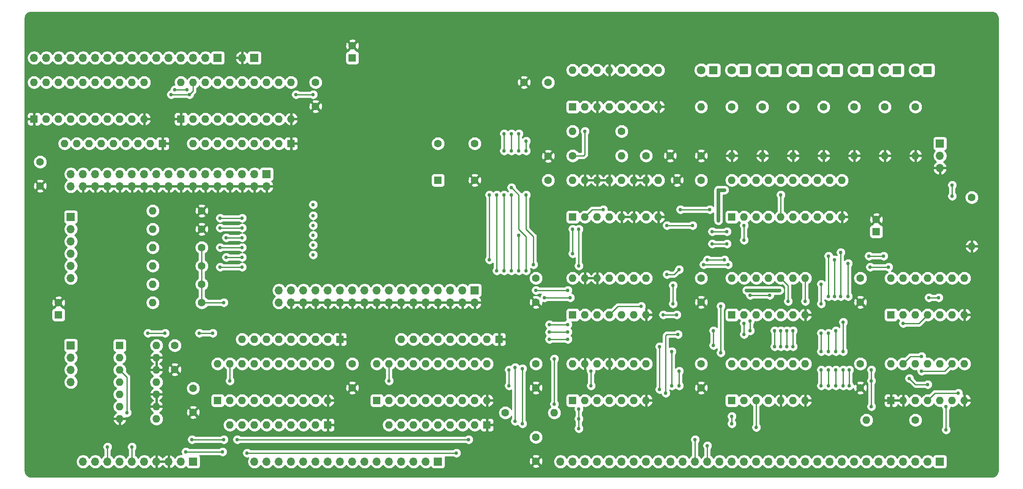
<source format=gbl>
G04 #@! TF.GenerationSoftware,KiCad,Pcbnew,(5.1.5)-3*
G04 #@! TF.CreationDate,2022-12-08T21:37:01-08:00*
G04 #@! TF.ProjectId,interface_clock,696e7465-7266-4616-9365-5f636c6f636b,rev?*
G04 #@! TF.SameCoordinates,Original*
G04 #@! TF.FileFunction,Copper,L2,Bot*
G04 #@! TF.FilePolarity,Positive*
%FSLAX46Y46*%
G04 Gerber Fmt 4.6, Leading zero omitted, Abs format (unit mm)*
G04 Created by KiCad (PCBNEW (5.1.5)-3) date 2022-12-08 21:37:01*
%MOMM*%
%LPD*%
G04 APERTURE LIST*
%ADD10O,1.700000X1.700000*%
%ADD11R,1.700000X1.700000*%
%ADD12O,1.600000X1.600000*%
%ADD13R,1.600000X1.600000*%
%ADD14C,1.600000*%
%ADD15C,1.800000*%
%ADD16R,1.800000X1.800000*%
%ADD17C,0.762000*%
%ADD18C,0.762000*%
%ADD19C,0.254000*%
G04 APERTURE END LIST*
D10*
X60960000Y-87630000D03*
X60960000Y-85090000D03*
X63500000Y-87630000D03*
X63500000Y-85090000D03*
X66040000Y-87630000D03*
X66040000Y-85090000D03*
X68580000Y-87630000D03*
X68580000Y-85090000D03*
X71120000Y-87630000D03*
X71120000Y-85090000D03*
X73660000Y-87630000D03*
X73660000Y-85090000D03*
X76200000Y-87630000D03*
X76200000Y-85090000D03*
X78740000Y-87630000D03*
X78740000Y-85090000D03*
X81280000Y-87630000D03*
X81280000Y-85090000D03*
X83820000Y-87630000D03*
X83820000Y-85090000D03*
X86360000Y-87630000D03*
X86360000Y-85090000D03*
X88900000Y-87630000D03*
X88900000Y-85090000D03*
X91440000Y-87630000D03*
X91440000Y-85090000D03*
X93980000Y-87630000D03*
X93980000Y-85090000D03*
X96520000Y-87630000D03*
X96520000Y-85090000D03*
X99060000Y-87630000D03*
X99060000Y-85090000D03*
X101600000Y-87630000D03*
D11*
X101600000Y-85090000D03*
D10*
X104140000Y-111760000D03*
X104140000Y-109220000D03*
X106680000Y-111760000D03*
X106680000Y-109220000D03*
X109220000Y-111760000D03*
X109220000Y-109220000D03*
X111760000Y-111760000D03*
X111760000Y-109220000D03*
X114300000Y-111760000D03*
X114300000Y-109220000D03*
X116840000Y-111760000D03*
X116840000Y-109220000D03*
X119380000Y-111760000D03*
X119380000Y-109220000D03*
X121920000Y-111760000D03*
X121920000Y-109220000D03*
X124460000Y-111760000D03*
X124460000Y-109220000D03*
X127000000Y-111760000D03*
X127000000Y-109220000D03*
X129540000Y-111760000D03*
X129540000Y-109220000D03*
X132080000Y-111760000D03*
X132080000Y-109220000D03*
X134620000Y-111760000D03*
X134620000Y-109220000D03*
X137160000Y-111760000D03*
X137160000Y-109220000D03*
X139700000Y-111760000D03*
X139700000Y-109220000D03*
X142240000Y-111760000D03*
X142240000Y-109220000D03*
X144780000Y-111760000D03*
D11*
X144780000Y-109220000D03*
D12*
X165100000Y-63500000D03*
X182880000Y-71120000D03*
X167640000Y-63500000D03*
X180340000Y-71120000D03*
X170180000Y-63500000D03*
X177800000Y-71120000D03*
X172720000Y-63500000D03*
X175260000Y-71120000D03*
X175260000Y-63500000D03*
X172720000Y-71120000D03*
X177800000Y-63500000D03*
X170180000Y-71120000D03*
X180340000Y-63500000D03*
X167640000Y-71120000D03*
X182880000Y-63500000D03*
D13*
X165100000Y-71120000D03*
D12*
X161290000Y-134620000D03*
D14*
X151130000Y-134620000D03*
X157480000Y-144700000D03*
X157480000Y-139700000D03*
X155020000Y-66040000D03*
X160020000Y-66040000D03*
D12*
X165100000Y-76200000D03*
D14*
X175260000Y-76200000D03*
D12*
X226060000Y-136144000D03*
D14*
X236220000Y-136144000D03*
D12*
X198120000Y-106680000D03*
X213360000Y-114300000D03*
X200660000Y-106680000D03*
X210820000Y-114300000D03*
X203200000Y-106680000D03*
X208280000Y-114300000D03*
X205740000Y-106680000D03*
X205740000Y-114300000D03*
X208280000Y-106680000D03*
X203200000Y-114300000D03*
X210820000Y-106680000D03*
X200660000Y-114300000D03*
X213360000Y-106680000D03*
D13*
X198120000Y-114300000D03*
D10*
X96520000Y-60960000D03*
D11*
X99060000Y-60960000D03*
D12*
X175260000Y-81280000D03*
D14*
X165100000Y-81280000D03*
D12*
X236220000Y-81280000D03*
D14*
X236220000Y-71120000D03*
D15*
X236220000Y-63500000D03*
D16*
X238760000Y-63500000D03*
D15*
X229870000Y-63500000D03*
D16*
X232410000Y-63500000D03*
D12*
X78740000Y-120650000D03*
X71120000Y-135890000D03*
X78740000Y-123190000D03*
X71120000Y-133350000D03*
X78740000Y-125730000D03*
X71120000Y-130810000D03*
X78740000Y-128270000D03*
X71120000Y-128270000D03*
X78740000Y-130810000D03*
X71120000Y-125730000D03*
X78740000Y-133350000D03*
X71120000Y-123190000D03*
X78740000Y-135890000D03*
D13*
X71120000Y-120650000D03*
D14*
X82550000Y-125650000D03*
X82550000Y-120650000D03*
D12*
X198120000Y-86360000D03*
X220980000Y-93980000D03*
X200660000Y-86360000D03*
X218440000Y-93980000D03*
X203200000Y-86360000D03*
X215900000Y-93980000D03*
X205740000Y-86360000D03*
X213360000Y-93980000D03*
X208280000Y-86360000D03*
X210820000Y-93980000D03*
X210820000Y-86360000D03*
X208280000Y-93980000D03*
X213360000Y-86360000D03*
X205740000Y-93980000D03*
X215900000Y-86360000D03*
X203200000Y-93980000D03*
X218440000Y-86360000D03*
X200660000Y-93980000D03*
X220980000Y-86360000D03*
D13*
X198120000Y-93980000D03*
D12*
X247904000Y-100076000D03*
D14*
X247904000Y-89916000D03*
D12*
X229870000Y-81280000D03*
D14*
X229870000Y-71120000D03*
D12*
X223520000Y-81280000D03*
D14*
X223520000Y-71120000D03*
D12*
X217170000Y-81280000D03*
D14*
X217170000Y-71120000D03*
D12*
X210820000Y-81280000D03*
D14*
X210820000Y-71120000D03*
D12*
X204470000Y-81280000D03*
D14*
X204470000Y-71120000D03*
D12*
X198120000Y-81280000D03*
D14*
X198120000Y-71120000D03*
D10*
X241300000Y-83820000D03*
X241300000Y-81280000D03*
D11*
X241300000Y-78740000D03*
D15*
X223520000Y-63500000D03*
D16*
X226060000Y-63500000D03*
D15*
X217170000Y-63500000D03*
D16*
X219710000Y-63500000D03*
D15*
X210820000Y-63500000D03*
D16*
X213360000Y-63500000D03*
D15*
X204470000Y-63500000D03*
D16*
X207010000Y-63500000D03*
D15*
X198120000Y-63500000D03*
D16*
X200660000Y-63500000D03*
D15*
X191770000Y-63500000D03*
D16*
X194310000Y-63500000D03*
D14*
X186770000Y-86360000D03*
X191770000Y-86360000D03*
D12*
X165100000Y-124460000D03*
X180340000Y-132080000D03*
X167640000Y-124460000D03*
X177800000Y-132080000D03*
X170180000Y-124460000D03*
X175260000Y-132080000D03*
X172720000Y-124460000D03*
X172720000Y-132080000D03*
X175260000Y-124460000D03*
X170180000Y-132080000D03*
X177800000Y-124460000D03*
X167640000Y-132080000D03*
X180340000Y-124460000D03*
D13*
X165100000Y-132080000D03*
D12*
X77978000Y-111760000D03*
D14*
X88138000Y-111760000D03*
D12*
X77978000Y-107950000D03*
D14*
X88138000Y-107950000D03*
D12*
X77978000Y-104140000D03*
D14*
X88138000Y-104140000D03*
D12*
X77978000Y-100330000D03*
D14*
X88138000Y-100330000D03*
D12*
X77978000Y-96520000D03*
D14*
X88138000Y-96520000D03*
D12*
X77978000Y-92710000D03*
D14*
X88138000Y-92710000D03*
D12*
X191770000Y-71120000D03*
D14*
X191770000Y-81280000D03*
D10*
X60960000Y-128270000D03*
X60960000Y-125730000D03*
X60960000Y-123190000D03*
D11*
X60960000Y-120650000D03*
D10*
X60960000Y-106680000D03*
X60960000Y-104140000D03*
X60960000Y-101600000D03*
X60960000Y-99060000D03*
X60960000Y-96520000D03*
D11*
X60960000Y-93980000D03*
D14*
X185340000Y-81280000D03*
X180340000Y-81280000D03*
X157480000Y-129460000D03*
X157480000Y-124460000D03*
X144780000Y-86360000D03*
X144780000Y-78740000D03*
X137160000Y-78740000D03*
D13*
X137160000Y-86360000D03*
D12*
X165100000Y-86360000D03*
X182880000Y-93980000D03*
X167640000Y-86360000D03*
X180340000Y-93980000D03*
X170180000Y-86360000D03*
X177800000Y-93980000D03*
X172720000Y-86360000D03*
X175260000Y-93980000D03*
X175260000Y-86360000D03*
X172720000Y-93980000D03*
X177800000Y-86360000D03*
X170180000Y-93980000D03*
X180340000Y-86360000D03*
X167640000Y-93980000D03*
X182880000Y-86360000D03*
D13*
X165100000Y-93980000D03*
D12*
X83820000Y-66040000D03*
X106680000Y-73660000D03*
X86360000Y-66040000D03*
X104140000Y-73660000D03*
X88900000Y-66040000D03*
X101600000Y-73660000D03*
X91440000Y-66040000D03*
X99060000Y-73660000D03*
X93980000Y-66040000D03*
X96520000Y-73660000D03*
X96520000Y-66040000D03*
X93980000Y-73660000D03*
X99060000Y-66040000D03*
X91440000Y-73660000D03*
X101600000Y-66040000D03*
X88900000Y-73660000D03*
X104140000Y-66040000D03*
X86360000Y-73660000D03*
X106680000Y-66040000D03*
D13*
X83820000Y-73660000D03*
D12*
X53340000Y-66040000D03*
X76200000Y-73660000D03*
X55880000Y-66040000D03*
X73660000Y-73660000D03*
X58420000Y-66040000D03*
X71120000Y-73660000D03*
X60960000Y-66040000D03*
X68580000Y-73660000D03*
X63500000Y-66040000D03*
X66040000Y-73660000D03*
X66040000Y-66040000D03*
X63500000Y-73660000D03*
X68580000Y-66040000D03*
X60960000Y-73660000D03*
X71120000Y-66040000D03*
X58420000Y-73660000D03*
X73660000Y-66040000D03*
X55880000Y-73660000D03*
X76200000Y-66040000D03*
D13*
X53340000Y-73660000D03*
D12*
X124460000Y-124460000D03*
X147320000Y-132080000D03*
X127000000Y-124460000D03*
X144780000Y-132080000D03*
X129540000Y-124460000D03*
X142240000Y-132080000D03*
X132080000Y-124460000D03*
X139700000Y-132080000D03*
X134620000Y-124460000D03*
X137160000Y-132080000D03*
X137160000Y-124460000D03*
X134620000Y-132080000D03*
X139700000Y-124460000D03*
X132080000Y-132080000D03*
X142240000Y-124460000D03*
X129540000Y-132080000D03*
X144780000Y-124460000D03*
X127000000Y-132080000D03*
X147320000Y-124460000D03*
D13*
X124460000Y-132080000D03*
D12*
X91440000Y-124460000D03*
X114300000Y-132080000D03*
X93980000Y-124460000D03*
X111760000Y-132080000D03*
X96520000Y-124460000D03*
X109220000Y-132080000D03*
X99060000Y-124460000D03*
X106680000Y-132080000D03*
X101600000Y-124460000D03*
X104140000Y-132080000D03*
X104140000Y-124460000D03*
X101600000Y-132080000D03*
X106680000Y-124460000D03*
X99060000Y-132080000D03*
X109220000Y-124460000D03*
X96520000Y-132080000D03*
X111760000Y-124460000D03*
X93980000Y-132080000D03*
X114300000Y-124460000D03*
D13*
X91440000Y-132080000D03*
D12*
X231140000Y-106680000D03*
X246380000Y-114300000D03*
X233680000Y-106680000D03*
X243840000Y-114300000D03*
X236220000Y-106680000D03*
X241300000Y-114300000D03*
X238760000Y-106680000D03*
X238760000Y-114300000D03*
X241300000Y-106680000D03*
X236220000Y-114300000D03*
X243840000Y-106680000D03*
X233680000Y-114300000D03*
X246380000Y-106680000D03*
D13*
X231140000Y-114300000D03*
D12*
X231140000Y-124460000D03*
X246380000Y-132080000D03*
X233680000Y-124460000D03*
X243840000Y-132080000D03*
X236220000Y-124460000D03*
X241300000Y-132080000D03*
X238760000Y-124460000D03*
X238760000Y-132080000D03*
X241300000Y-124460000D03*
X236220000Y-132080000D03*
X243840000Y-124460000D03*
X233680000Y-132080000D03*
X246380000Y-124460000D03*
D13*
X231140000Y-132080000D03*
D12*
X165100000Y-106680000D03*
X180340000Y-114300000D03*
X167640000Y-106680000D03*
X177800000Y-114300000D03*
X170180000Y-106680000D03*
X175260000Y-114300000D03*
X172720000Y-106680000D03*
X172720000Y-114300000D03*
X175260000Y-106680000D03*
X170180000Y-114300000D03*
X177800000Y-106680000D03*
X167640000Y-114300000D03*
X180340000Y-106680000D03*
D13*
X165100000Y-114300000D03*
D12*
X198120000Y-124460000D03*
X213360000Y-132080000D03*
X200660000Y-124460000D03*
X210820000Y-132080000D03*
X203200000Y-124460000D03*
X208280000Y-132080000D03*
X205740000Y-124460000D03*
X205740000Y-132080000D03*
X208280000Y-124460000D03*
X203200000Y-132080000D03*
X210820000Y-124460000D03*
X200660000Y-132080000D03*
X213360000Y-124460000D03*
D13*
X198120000Y-132080000D03*
D11*
X137160000Y-144780000D03*
D10*
X134620000Y-144780000D03*
X132080000Y-144780000D03*
X129540000Y-144780000D03*
X127000000Y-144780000D03*
X124460000Y-144780000D03*
X121920000Y-144780000D03*
X119380000Y-144780000D03*
X116840000Y-144780000D03*
X114300000Y-144780000D03*
X111760000Y-144780000D03*
X109220000Y-144780000D03*
X106680000Y-144780000D03*
X104140000Y-144780000D03*
X101600000Y-144780000D03*
X99060000Y-144780000D03*
D11*
X86360000Y-144780000D03*
D10*
X83820000Y-144780000D03*
X81280000Y-144780000D03*
X78740000Y-144780000D03*
X76200000Y-144780000D03*
X73660000Y-144780000D03*
X71120000Y-144780000D03*
X68580000Y-144780000D03*
X66040000Y-144780000D03*
X63500000Y-144780000D03*
X162560000Y-144780000D03*
X165100000Y-144780000D03*
X167640000Y-144780000D03*
X170180000Y-144780000D03*
X172720000Y-144780000D03*
X175260000Y-144780000D03*
X177800000Y-144780000D03*
X180340000Y-144780000D03*
X182880000Y-144780000D03*
X185420000Y-144780000D03*
X187960000Y-144780000D03*
X190500000Y-144780000D03*
X193040000Y-144780000D03*
X195580000Y-144780000D03*
X198120000Y-144780000D03*
X200660000Y-144780000D03*
X203200000Y-144780000D03*
X205740000Y-144780000D03*
X208280000Y-144780000D03*
X210820000Y-144780000D03*
X213360000Y-144780000D03*
X215900000Y-144780000D03*
X218440000Y-144780000D03*
X220980000Y-144780000D03*
X223520000Y-144780000D03*
X226060000Y-144780000D03*
X228600000Y-144780000D03*
X231140000Y-144780000D03*
X233680000Y-144780000D03*
X236220000Y-144780000D03*
X238760000Y-144780000D03*
D11*
X241300000Y-144780000D03*
D12*
X59690000Y-78740000D03*
X62230000Y-78740000D03*
X64770000Y-78740000D03*
X67310000Y-78740000D03*
X69850000Y-78740000D03*
X72390000Y-78740000D03*
X74930000Y-78740000D03*
X77470000Y-78740000D03*
D13*
X80010000Y-78740000D03*
D12*
X86360000Y-78740000D03*
X88900000Y-78740000D03*
X91440000Y-78740000D03*
X93980000Y-78740000D03*
X96520000Y-78740000D03*
X99060000Y-78740000D03*
X101600000Y-78740000D03*
X104140000Y-78740000D03*
D13*
X106680000Y-78740000D03*
D12*
X96520000Y-119380000D03*
X99060000Y-119380000D03*
X101600000Y-119380000D03*
X104140000Y-119380000D03*
X106680000Y-119380000D03*
X109220000Y-119380000D03*
X111760000Y-119380000D03*
X114300000Y-119380000D03*
D13*
X116840000Y-119380000D03*
D12*
X129540000Y-119380000D03*
X132080000Y-119380000D03*
X134620000Y-119380000D03*
X137160000Y-119380000D03*
X139700000Y-119380000D03*
X142240000Y-119380000D03*
X144780000Y-119380000D03*
X147320000Y-119380000D03*
D13*
X149860000Y-119380000D03*
D12*
X93980000Y-137160000D03*
X96520000Y-137160000D03*
X99060000Y-137160000D03*
X101600000Y-137160000D03*
X104140000Y-137160000D03*
X106680000Y-137160000D03*
X109220000Y-137160000D03*
X111760000Y-137160000D03*
D13*
X114300000Y-137160000D03*
D12*
X127000000Y-137160000D03*
X129540000Y-137160000D03*
X132080000Y-137160000D03*
X134620000Y-137160000D03*
X137160000Y-137160000D03*
X139700000Y-137160000D03*
X142240000Y-137160000D03*
X144780000Y-137160000D03*
D13*
X147320000Y-137160000D03*
D10*
X53340000Y-60960000D03*
X55880000Y-60960000D03*
X58420000Y-60960000D03*
X60960000Y-60960000D03*
X63500000Y-60960000D03*
X66040000Y-60960000D03*
X68580000Y-60960000D03*
X71120000Y-60960000D03*
X73660000Y-60960000D03*
X76200000Y-60960000D03*
X78740000Y-60960000D03*
X81280000Y-60960000D03*
X83820000Y-60960000D03*
X86360000Y-60960000D03*
X88900000Y-60960000D03*
D11*
X91440000Y-60960000D03*
D14*
X228092000Y-94528000D03*
D13*
X228092000Y-97028000D03*
D14*
X58420000Y-111800000D03*
D13*
X58420000Y-114300000D03*
D14*
X119380000Y-58460000D03*
D13*
X119380000Y-60960000D03*
D14*
X160020000Y-81360000D03*
X160020000Y-86360000D03*
X111760000Y-71040000D03*
X111760000Y-66040000D03*
X54610000Y-87550000D03*
X54610000Y-82550000D03*
X119380000Y-129460000D03*
X119380000Y-124460000D03*
X86360000Y-134540000D03*
X86360000Y-129540000D03*
X224790000Y-111680000D03*
X224790000Y-106680000D03*
X224790000Y-129460000D03*
X224790000Y-124460000D03*
X157480000Y-111680000D03*
X157480000Y-106680000D03*
X191770000Y-129460000D03*
X191770000Y-124460000D03*
X191770000Y-106680000D03*
X191770000Y-111680000D03*
D17*
X202438000Y-109220000D03*
X206756000Y-109220000D03*
X208026000Y-109219992D03*
X201168000Y-109220000D03*
X195326000Y-94742000D03*
X195326000Y-93472000D03*
X195326000Y-88392000D03*
X196596000Y-88392000D03*
X164084000Y-109220000D03*
X243840000Y-87376000D03*
X157480000Y-109220000D03*
X167640000Y-76200000D03*
X243839988Y-89662000D03*
X234950000Y-127508000D03*
X238760000Y-128778000D03*
X92710000Y-111760000D03*
X210820000Y-120903994D03*
X210820000Y-117602000D03*
X222504000Y-125730000D03*
X222504000Y-129032000D03*
X239014000Y-110743994D03*
X241046000Y-110744000D03*
X190499996Y-140208000D03*
X193040000Y-141478000D03*
X237490000Y-125984000D03*
X73660000Y-141732000D03*
X72644000Y-134620000D03*
X68580000Y-141732000D03*
X92456000Y-142747986D03*
X84836000Y-142748000D03*
X222250000Y-110490000D03*
X222250000Y-103632000D03*
X203200002Y-137668000D03*
X221234000Y-121920000D03*
X221234000Y-115824000D03*
X221234000Y-125730006D03*
X221234000Y-129032000D03*
X184658000Y-105918000D03*
X200660000Y-98806000D03*
X200660000Y-95758000D03*
X187198000Y-104901992D03*
X197104000Y-99568000D03*
X194056000Y-99568000D03*
X140970000Y-143002000D03*
X97536000Y-143002000D03*
X82550016Y-67564000D03*
X85090000Y-67564000D03*
X208280000Y-89408000D03*
X164084000Y-119380000D03*
X160274000Y-119380000D03*
X153924000Y-105156000D03*
X153924000Y-97790000D03*
X91948000Y-100330000D03*
X96520000Y-100330006D03*
X111252000Y-97790000D03*
X209550000Y-120904000D03*
X209550000Y-117602000D03*
X209804000Y-111506000D03*
X194310000Y-117602000D03*
X194310000Y-120650000D03*
X160274000Y-117909987D03*
X164084000Y-117856000D03*
X155448008Y-105155996D03*
X152400000Y-87884000D03*
X152400000Y-80264000D03*
X152400000Y-76708000D03*
X193548000Y-92456000D03*
X187451994Y-92456000D03*
X171450000Y-92456000D03*
X91948000Y-94234000D03*
X96520000Y-94234000D03*
X111252000Y-91440000D03*
X165100000Y-96520000D03*
X165100000Y-101600000D03*
X91948000Y-96266006D03*
X96520000Y-96266000D03*
X111252000Y-93726000D03*
X245110000Y-130556000D03*
X242570000Y-133350000D03*
X242570000Y-138176000D03*
X186690000Y-114300000D03*
X183896000Y-114300000D03*
X166370000Y-96520000D03*
X166370000Y-104140000D03*
X164084000Y-116332000D03*
X160274000Y-116332000D03*
X233680000Y-116077988D03*
X237490000Y-122936000D03*
X207010000Y-120904000D03*
X207010000Y-117602000D03*
X201930000Y-117602000D03*
X201930000Y-115570000D03*
X151892000Y-125730006D03*
X151892000Y-129032010D03*
X149352000Y-89408000D03*
X149352000Y-105156000D03*
X189992000Y-95758000D03*
X184657980Y-95758000D03*
X226822000Y-104394000D03*
X230632000Y-104394000D03*
X197104006Y-97028000D03*
X194056000Y-97028000D03*
X93218000Y-98298000D03*
X96520000Y-98298000D03*
X111252000Y-95758000D03*
X183134000Y-129794000D03*
X183134000Y-120904000D03*
X185674000Y-129032018D03*
X185674000Y-121920000D03*
X195834000Y-122174000D03*
X195833990Y-112522000D03*
X179324000Y-112522000D03*
X219456000Y-110490000D03*
X219456000Y-102870000D03*
X218186000Y-118110000D03*
X218186000Y-121920000D03*
X218186000Y-125730000D03*
X218186000Y-129032010D03*
X153162010Y-125222000D03*
X150876000Y-76708000D03*
X150876000Y-80264000D03*
X150875986Y-105156000D03*
X150876000Y-89408000D03*
X153162000Y-136398000D03*
X92710000Y-140208006D03*
X86106000Y-140208000D03*
X143510000Y-140208000D03*
X95504000Y-140208000D03*
X218186012Y-110490000D03*
X201930000Y-110236000D03*
X205994000Y-110236000D03*
X164592000Y-110744000D03*
X218186000Y-102108000D03*
X159258006Y-110744000D03*
X156972000Y-103886000D03*
X155448000Y-78232000D03*
X155448000Y-80264000D03*
X155448000Y-89408000D03*
X76962000Y-118110000D03*
X80518000Y-118110000D03*
X87630000Y-118110004D03*
X90424000Y-118110000D03*
X220726000Y-110490000D03*
X220726000Y-101346000D03*
X198120000Y-136906000D03*
X198120000Y-135382000D03*
X219710000Y-121920000D03*
X219710000Y-117602000D03*
X219710004Y-125730000D03*
X219710000Y-129032000D03*
X93218000Y-102362000D03*
X96520000Y-102362000D03*
X111252000Y-99822000D03*
X226568000Y-102108000D03*
X229616000Y-102108000D03*
X91948000Y-104394006D03*
X96520000Y-104394000D03*
X111251996Y-101854004D03*
X216662000Y-112014000D03*
X216662000Y-118110000D03*
X216662000Y-121920000D03*
X216662000Y-125730000D03*
X216662000Y-129032000D03*
X216662000Y-107950000D03*
X147828000Y-89408000D03*
X147828000Y-102869996D03*
X196596000Y-102870000D03*
X193040000Y-102870000D03*
X81788000Y-68580000D03*
X85598000Y-68580000D03*
X107696000Y-68580012D03*
X111252000Y-68580000D03*
X227076000Y-125730000D03*
X127000000Y-128016000D03*
X93980000Y-128016000D03*
X227075992Y-128016000D03*
X227076000Y-133350000D03*
X168910000Y-129032000D03*
X168910000Y-125984020D03*
X166370000Y-133858000D03*
X166370000Y-135890000D03*
X166370000Y-137922000D03*
X161290000Y-123444000D03*
X161290000Y-132841996D03*
X197358000Y-103886000D03*
X192278000Y-103886000D03*
X200660000Y-116078000D03*
X200660000Y-118364000D03*
X185928000Y-112014000D03*
X185927994Y-108204000D03*
X186944000Y-118364000D03*
X184404000Y-130556000D03*
X213359994Y-111506000D03*
X154686000Y-125476000D03*
X154686000Y-136906000D03*
X152400000Y-89408000D03*
X152400000Y-105156000D03*
X153924000Y-80264000D03*
X153924000Y-76708000D03*
X187198000Y-125984000D03*
X187198000Y-129032000D03*
X208280000Y-120904000D03*
X208280000Y-117602000D03*
D18*
X195326000Y-88392000D02*
X196596000Y-88392000D01*
X208026000Y-109219992D02*
X201168008Y-109219992D01*
X201168008Y-109219992D02*
X201168000Y-109220000D01*
X195326000Y-94742000D02*
X195326000Y-88392000D01*
D19*
X164084000Y-109220000D02*
X157480000Y-109220000D01*
X167640000Y-81026000D02*
X167640000Y-76200000D01*
X165100000Y-81280000D02*
X167386000Y-81280000D01*
X167386000Y-81280000D02*
X167640000Y-81026000D01*
X243840000Y-87376000D02*
X243840000Y-89661988D01*
X243840000Y-89661988D02*
X243839988Y-89662000D01*
X236220000Y-128778000D02*
X238760000Y-128778000D01*
X234950000Y-127508000D02*
X236220000Y-128778000D01*
X88138000Y-100330000D02*
X88138000Y-101461370D01*
X88138000Y-101461370D02*
X88138000Y-111760000D01*
X92710000Y-112014000D02*
X92710000Y-111760000D01*
X88138000Y-111760000D02*
X92710000Y-111760000D01*
X210820000Y-120903994D02*
X210820000Y-117602000D01*
X222504000Y-126268815D02*
X222504000Y-129032000D01*
X222504000Y-125730000D02*
X222504000Y-126268815D01*
X239014000Y-110743994D02*
X241045994Y-110743994D01*
X241045994Y-110743994D02*
X241046000Y-110744000D01*
X190500000Y-140208004D02*
X190499996Y-140208000D01*
X190500000Y-144780000D02*
X190500000Y-140208004D01*
X193040000Y-144780000D02*
X193040000Y-141478000D01*
X242316000Y-125984000D02*
X237490000Y-125984000D01*
X243840000Y-124460000D02*
X242316000Y-125984000D01*
X73660000Y-141732000D02*
X73660000Y-144780000D01*
X71120000Y-125730000D02*
X72644000Y-127254000D01*
X72644000Y-134081185D02*
X72644000Y-134620000D01*
X72644000Y-127254000D02*
X72644000Y-134081185D01*
X68580000Y-144780000D02*
X68580000Y-141986000D01*
X68580000Y-141986000D02*
X68580000Y-141732000D01*
X97536000Y-142748000D02*
X97536000Y-142748000D01*
X84836014Y-142747986D02*
X84836000Y-142748000D01*
X92456000Y-142747986D02*
X84836014Y-142747986D01*
X222250000Y-110490000D02*
X222250000Y-103632000D01*
X203200000Y-137667998D02*
X203200002Y-137668000D01*
X203200000Y-132080000D02*
X203200000Y-137667998D01*
X221234000Y-121920000D02*
X221234000Y-121381185D01*
X221234000Y-121381185D02*
X221234000Y-115824000D01*
X221234000Y-126268821D02*
X221234000Y-129032000D01*
X221234000Y-125730006D02*
X221234000Y-126268821D01*
X200660000Y-98806000D02*
X200660000Y-95758000D01*
X184658000Y-105918000D02*
X186181992Y-105918000D01*
X186181992Y-105918000D02*
X187198000Y-104901992D01*
X197104000Y-99568000D02*
X194056000Y-99568000D01*
X140970000Y-143002000D02*
X97536000Y-143002000D01*
X82550016Y-67564000D02*
X85090000Y-67564000D01*
X208280000Y-93980000D02*
X208280000Y-89408000D01*
X164084000Y-119380000D02*
X160274000Y-119380000D01*
X153924000Y-105156000D02*
X153924000Y-98298000D01*
X153924000Y-98298000D02*
X153924000Y-97790000D01*
X96519994Y-100330000D02*
X96520000Y-100330006D01*
X91948000Y-100330000D02*
X96519994Y-100330000D01*
X209550000Y-120904000D02*
X209550000Y-117602000D01*
X209804000Y-108204000D02*
X209804000Y-111506000D01*
X208280000Y-106680000D02*
X209804000Y-108204000D01*
X194310000Y-117602000D02*
X194310000Y-120650000D01*
X164030013Y-117909987D02*
X164084000Y-117856000D01*
X160274000Y-117909987D02*
X164030013Y-117909987D01*
X152780999Y-88264999D02*
X152400000Y-87884000D01*
X155448000Y-105155988D02*
X155448000Y-98044000D01*
X153924000Y-96520000D02*
X153924000Y-89408000D01*
X155448008Y-105155996D02*
X155448000Y-105155988D01*
X155448000Y-98044000D02*
X153924000Y-96520000D01*
X153924000Y-89408000D02*
X152780999Y-88264999D01*
X152400000Y-80264000D02*
X152400000Y-76708000D01*
X193548000Y-92456000D02*
X193009185Y-92456000D01*
X193009185Y-92456000D02*
X187451994Y-92456000D01*
X169164000Y-92456000D02*
X171450000Y-92456000D01*
X167640000Y-93980000D02*
X169164000Y-92456000D01*
X91948000Y-94234000D02*
X96520000Y-94234000D01*
X165100000Y-101600000D02*
X165100000Y-96520000D01*
X91948000Y-96266006D02*
X96519994Y-96266006D01*
X96519994Y-96266006D02*
X96520000Y-96266000D01*
X242570000Y-130556000D02*
X245110000Y-130556000D01*
X238760000Y-132080000D02*
X240284000Y-130556000D01*
X240284000Y-130556000D02*
X242570000Y-130556000D01*
X242570000Y-133350000D02*
X242570000Y-138176000D01*
X186690000Y-114300000D02*
X183896000Y-114300000D01*
X166370000Y-96520000D02*
X166370000Y-104140000D01*
X166370000Y-104140000D02*
X166370000Y-104140000D01*
X164084000Y-116332000D02*
X163545185Y-116332000D01*
X163545185Y-116332000D02*
X160274000Y-116332000D01*
X235203988Y-116077988D02*
X233680000Y-116077988D01*
X235204000Y-116078000D02*
X235203988Y-116077988D01*
X238760000Y-114300000D02*
X236982000Y-116078000D01*
X236982000Y-116078000D02*
X235204000Y-116078000D01*
X233680000Y-124460000D02*
X235204000Y-122936000D01*
X235204000Y-122936000D02*
X237490000Y-122936000D01*
X207010000Y-120904000D02*
X207010000Y-117602000D01*
X201930000Y-117602000D02*
X201930000Y-115570000D01*
X151892000Y-125730006D02*
X151892000Y-129032010D01*
X149352000Y-89408000D02*
X149352000Y-105156000D01*
X189992000Y-95758000D02*
X184657980Y-95758000D01*
X226822000Y-104394000D02*
X230632000Y-104394000D01*
X197104006Y-97028000D02*
X194056000Y-97028000D01*
X93218000Y-98298000D02*
X96520000Y-98298000D01*
X183134000Y-129794000D02*
X183134000Y-120904000D01*
X185674000Y-129032018D02*
X185674000Y-122428000D01*
X185674000Y-122428000D02*
X185674000Y-121920000D01*
X195834000Y-122174000D02*
X195834000Y-112522010D01*
X195834000Y-112522010D02*
X195833990Y-112522000D01*
X174498000Y-112522000D02*
X179324000Y-112522000D01*
X172720000Y-114300000D02*
X174498000Y-112522000D01*
X219456000Y-108204010D02*
X219456010Y-108204000D01*
X219456000Y-110490000D02*
X219456000Y-108204010D01*
X219456000Y-108204000D02*
X219456000Y-102870000D01*
X218186000Y-118110000D02*
X218186000Y-121920000D01*
X218186000Y-125730000D02*
X218186000Y-129032010D01*
X150876000Y-80264000D02*
X150876000Y-76708000D01*
X150876000Y-89408000D02*
X150876000Y-105155986D01*
X150876000Y-105155986D02*
X150875986Y-105156000D01*
X153162010Y-136397990D02*
X153162000Y-136398000D01*
X153162010Y-125222000D02*
X153162010Y-136397990D01*
X86106006Y-140208006D02*
X86106000Y-140208000D01*
X92710000Y-140208006D02*
X86106006Y-140208006D01*
X143510000Y-140208000D02*
X95504000Y-140208000D01*
X201930000Y-110236000D02*
X205994000Y-110236000D01*
X218186012Y-102108012D02*
X218186000Y-102108000D01*
X218186012Y-110490000D02*
X218186012Y-102108012D01*
X164592000Y-110744000D02*
X159258006Y-110744000D01*
X156972000Y-98044000D02*
X155448000Y-96520000D01*
X156972000Y-103886000D02*
X156972000Y-98044000D01*
X155448000Y-96520000D02*
X155448000Y-89408000D01*
X155448000Y-80264000D02*
X155448000Y-78232000D01*
X76962000Y-118110000D02*
X80518000Y-118110000D01*
X90423996Y-118110004D02*
X90424000Y-118110000D01*
X87630000Y-118110004D02*
X90423996Y-118110004D01*
X220726000Y-110490000D02*
X220726000Y-101346000D01*
X198120000Y-136906000D02*
X198120000Y-135382000D01*
X219710000Y-121381185D02*
X219710000Y-117602000D01*
X219710000Y-121920000D02*
X219710000Y-121381185D01*
X219710004Y-125730000D02*
X219710004Y-129031996D01*
X219710004Y-129031996D02*
X219710000Y-129032000D01*
X93218000Y-102362000D02*
X96520000Y-102362000D01*
X226568000Y-102108000D02*
X229616000Y-102108000D01*
X96519994Y-104394006D02*
X96520000Y-104394000D01*
X91948000Y-104394006D02*
X96519994Y-104394006D01*
X216662000Y-118110000D02*
X216662000Y-121920000D01*
X216662000Y-125730000D02*
X216662000Y-126268815D01*
X216662000Y-126268815D02*
X216662000Y-129032000D01*
X216662000Y-112014000D02*
X216662000Y-107950000D01*
X147828000Y-89408000D02*
X147828000Y-102869996D01*
X196596000Y-102870000D02*
X193040000Y-102870000D01*
X81788000Y-68580000D02*
X82326815Y-68580000D01*
X82326815Y-68580000D02*
X85598000Y-68580000D01*
X86360000Y-66040000D02*
X86360000Y-67818000D01*
X86360000Y-67818000D02*
X85598000Y-68580000D01*
X107696000Y-68580012D02*
X111251988Y-68580012D01*
X111251988Y-68580012D02*
X111252000Y-68580000D01*
X127000000Y-128016000D02*
X127000000Y-124460000D01*
X93980000Y-128016000D02*
X93980000Y-124460000D01*
X227076000Y-128015992D02*
X227075992Y-128016000D01*
X227076000Y-125730000D02*
X227076000Y-128015992D01*
X227075992Y-128016000D02*
X227075992Y-133349992D01*
X227075992Y-133349992D02*
X227076000Y-133350000D01*
X168910000Y-129032000D02*
X168910000Y-125984020D01*
X166370000Y-133858000D02*
X166370000Y-135890000D01*
X166370000Y-135890000D02*
X166370000Y-137922000D01*
X161290000Y-132841996D02*
X161290000Y-123952000D01*
X161290000Y-123952000D02*
X161290000Y-123444000D01*
X197358000Y-103886000D02*
X192278000Y-103886000D01*
X200660000Y-116078000D02*
X200660000Y-118364000D01*
X185928000Y-112014000D02*
X185928000Y-108204006D01*
X185928000Y-108204006D02*
X185927994Y-108204000D01*
X184658000Y-118364000D02*
X184404000Y-118618000D01*
X184404000Y-130017185D02*
X184404000Y-130556000D01*
X186944000Y-118364000D02*
X184658000Y-118364000D01*
X184404000Y-118618000D02*
X184404000Y-130017185D01*
X213360000Y-106680000D02*
X213360000Y-111505994D01*
X213360000Y-111505994D02*
X213359994Y-111506000D01*
X154686000Y-125476000D02*
X154686000Y-136906000D01*
X152400000Y-89408000D02*
X152400000Y-105156000D01*
X153924000Y-80264000D02*
X153924000Y-76708000D01*
X187198000Y-125984000D02*
X187198000Y-129032000D01*
X208280000Y-120904000D02*
X208280000Y-117602000D01*
G36*
X252336204Y-51486815D02*
G01*
X252568226Y-51556867D01*
X252782222Y-51670650D01*
X252970041Y-51823832D01*
X253124530Y-52010577D01*
X253239801Y-52223769D01*
X253311472Y-52455300D01*
X253340000Y-52726725D01*
X253340001Y-146652712D01*
X253313185Y-146926205D01*
X253243133Y-147158226D01*
X253129350Y-147372222D01*
X252976169Y-147560039D01*
X252789424Y-147714529D01*
X252576231Y-147829802D01*
X252344701Y-147901472D01*
X252073276Y-147930000D01*
X52737277Y-147930000D01*
X52463795Y-147903185D01*
X52231774Y-147833133D01*
X52017778Y-147719350D01*
X51829961Y-147566169D01*
X51675471Y-147379424D01*
X51560198Y-147166231D01*
X51488528Y-146934701D01*
X51460000Y-146663276D01*
X51460000Y-144633740D01*
X62015000Y-144633740D01*
X62015000Y-144926260D01*
X62072068Y-145213158D01*
X62184010Y-145483411D01*
X62346525Y-145726632D01*
X62553368Y-145933475D01*
X62796589Y-146095990D01*
X63066842Y-146207932D01*
X63353740Y-146265000D01*
X63646260Y-146265000D01*
X63933158Y-146207932D01*
X64203411Y-146095990D01*
X64446632Y-145933475D01*
X64653475Y-145726632D01*
X64770000Y-145552240D01*
X64886525Y-145726632D01*
X65093368Y-145933475D01*
X65336589Y-146095990D01*
X65606842Y-146207932D01*
X65893740Y-146265000D01*
X66186260Y-146265000D01*
X66473158Y-146207932D01*
X66743411Y-146095990D01*
X66986632Y-145933475D01*
X67193475Y-145726632D01*
X67310000Y-145552240D01*
X67426525Y-145726632D01*
X67633368Y-145933475D01*
X67876589Y-146095990D01*
X68146842Y-146207932D01*
X68433740Y-146265000D01*
X68726260Y-146265000D01*
X69013158Y-146207932D01*
X69283411Y-146095990D01*
X69526632Y-145933475D01*
X69733475Y-145726632D01*
X69850000Y-145552240D01*
X69966525Y-145726632D01*
X70173368Y-145933475D01*
X70416589Y-146095990D01*
X70686842Y-146207932D01*
X70973740Y-146265000D01*
X71266260Y-146265000D01*
X71553158Y-146207932D01*
X71823411Y-146095990D01*
X72066632Y-145933475D01*
X72273475Y-145726632D01*
X72390000Y-145552240D01*
X72506525Y-145726632D01*
X72713368Y-145933475D01*
X72956589Y-146095990D01*
X73226842Y-146207932D01*
X73513740Y-146265000D01*
X73806260Y-146265000D01*
X74093158Y-146207932D01*
X74363411Y-146095990D01*
X74606632Y-145933475D01*
X74813475Y-145726632D01*
X74930000Y-145552240D01*
X75046525Y-145726632D01*
X75253368Y-145933475D01*
X75496589Y-146095990D01*
X75766842Y-146207932D01*
X76053740Y-146265000D01*
X76346260Y-146265000D01*
X76633158Y-146207932D01*
X76903411Y-146095990D01*
X77146632Y-145933475D01*
X77353475Y-145726632D01*
X77475195Y-145544466D01*
X77544822Y-145661355D01*
X77739731Y-145877588D01*
X77973080Y-146051641D01*
X78235901Y-146176825D01*
X78383110Y-146221476D01*
X78613000Y-146100155D01*
X78613000Y-144907000D01*
X78867000Y-144907000D01*
X78867000Y-146100155D01*
X79096890Y-146221476D01*
X79244099Y-146176825D01*
X79506920Y-146051641D01*
X79740269Y-145877588D01*
X79935178Y-145661355D01*
X80010000Y-145535745D01*
X80084822Y-145661355D01*
X80279731Y-145877588D01*
X80513080Y-146051641D01*
X80775901Y-146176825D01*
X80923110Y-146221476D01*
X81153000Y-146100155D01*
X81153000Y-144907000D01*
X78867000Y-144907000D01*
X78613000Y-144907000D01*
X78593000Y-144907000D01*
X78593000Y-144653000D01*
X78613000Y-144653000D01*
X78613000Y-143459845D01*
X78867000Y-143459845D01*
X78867000Y-144653000D01*
X81153000Y-144653000D01*
X81153000Y-143459845D01*
X81407000Y-143459845D01*
X81407000Y-144653000D01*
X81427000Y-144653000D01*
X81427000Y-144907000D01*
X81407000Y-144907000D01*
X81407000Y-146100155D01*
X81636890Y-146221476D01*
X81784099Y-146176825D01*
X82046920Y-146051641D01*
X82280269Y-145877588D01*
X82475178Y-145661355D01*
X82544805Y-145544466D01*
X82666525Y-145726632D01*
X82873368Y-145933475D01*
X83116589Y-146095990D01*
X83386842Y-146207932D01*
X83673740Y-146265000D01*
X83966260Y-146265000D01*
X84253158Y-146207932D01*
X84523411Y-146095990D01*
X84766632Y-145933475D01*
X84898487Y-145801620D01*
X84920498Y-145874180D01*
X84979463Y-145984494D01*
X85058815Y-146081185D01*
X85155506Y-146160537D01*
X85265820Y-146219502D01*
X85385518Y-146255812D01*
X85510000Y-146268072D01*
X87210000Y-146268072D01*
X87334482Y-146255812D01*
X87454180Y-146219502D01*
X87564494Y-146160537D01*
X87661185Y-146081185D01*
X87740537Y-145984494D01*
X87799502Y-145874180D01*
X87835812Y-145754482D01*
X87848072Y-145630000D01*
X87848072Y-143930000D01*
X87835812Y-143805518D01*
X87799502Y-143685820D01*
X87740537Y-143575506D01*
X87686766Y-143509986D01*
X91781159Y-143509986D01*
X91808338Y-143537165D01*
X91974744Y-143648354D01*
X92159644Y-143724942D01*
X92355933Y-143763986D01*
X92556067Y-143763986D01*
X92752356Y-143724942D01*
X92937256Y-143648354D01*
X93103662Y-143537165D01*
X93245179Y-143395648D01*
X93356368Y-143229242D01*
X93432956Y-143044342D01*
X93461282Y-142901933D01*
X96520000Y-142901933D01*
X96520000Y-143102067D01*
X96559044Y-143298356D01*
X96635632Y-143483256D01*
X96746821Y-143649662D01*
X96888338Y-143791179D01*
X97054744Y-143902368D01*
X97239644Y-143978956D01*
X97435933Y-144018000D01*
X97636067Y-144018000D01*
X97805704Y-143984257D01*
X97744010Y-144076589D01*
X97632068Y-144346842D01*
X97575000Y-144633740D01*
X97575000Y-144926260D01*
X97632068Y-145213158D01*
X97744010Y-145483411D01*
X97906525Y-145726632D01*
X98113368Y-145933475D01*
X98356589Y-146095990D01*
X98626842Y-146207932D01*
X98913740Y-146265000D01*
X99206260Y-146265000D01*
X99493158Y-146207932D01*
X99763411Y-146095990D01*
X100006632Y-145933475D01*
X100213475Y-145726632D01*
X100330000Y-145552240D01*
X100446525Y-145726632D01*
X100653368Y-145933475D01*
X100896589Y-146095990D01*
X101166842Y-146207932D01*
X101453740Y-146265000D01*
X101746260Y-146265000D01*
X102033158Y-146207932D01*
X102303411Y-146095990D01*
X102546632Y-145933475D01*
X102753475Y-145726632D01*
X102870000Y-145552240D01*
X102986525Y-145726632D01*
X103193368Y-145933475D01*
X103436589Y-146095990D01*
X103706842Y-146207932D01*
X103993740Y-146265000D01*
X104286260Y-146265000D01*
X104573158Y-146207932D01*
X104843411Y-146095990D01*
X105086632Y-145933475D01*
X105293475Y-145726632D01*
X105410000Y-145552240D01*
X105526525Y-145726632D01*
X105733368Y-145933475D01*
X105976589Y-146095990D01*
X106246842Y-146207932D01*
X106533740Y-146265000D01*
X106826260Y-146265000D01*
X107113158Y-146207932D01*
X107383411Y-146095990D01*
X107626632Y-145933475D01*
X107833475Y-145726632D01*
X107950000Y-145552240D01*
X108066525Y-145726632D01*
X108273368Y-145933475D01*
X108516589Y-146095990D01*
X108786842Y-146207932D01*
X109073740Y-146265000D01*
X109366260Y-146265000D01*
X109653158Y-146207932D01*
X109923411Y-146095990D01*
X110166632Y-145933475D01*
X110373475Y-145726632D01*
X110490000Y-145552240D01*
X110606525Y-145726632D01*
X110813368Y-145933475D01*
X111056589Y-146095990D01*
X111326842Y-146207932D01*
X111613740Y-146265000D01*
X111906260Y-146265000D01*
X112193158Y-146207932D01*
X112463411Y-146095990D01*
X112706632Y-145933475D01*
X112913475Y-145726632D01*
X113030000Y-145552240D01*
X113146525Y-145726632D01*
X113353368Y-145933475D01*
X113596589Y-146095990D01*
X113866842Y-146207932D01*
X114153740Y-146265000D01*
X114446260Y-146265000D01*
X114733158Y-146207932D01*
X115003411Y-146095990D01*
X115246632Y-145933475D01*
X115453475Y-145726632D01*
X115570000Y-145552240D01*
X115686525Y-145726632D01*
X115893368Y-145933475D01*
X116136589Y-146095990D01*
X116406842Y-146207932D01*
X116693740Y-146265000D01*
X116986260Y-146265000D01*
X117273158Y-146207932D01*
X117543411Y-146095990D01*
X117786632Y-145933475D01*
X117993475Y-145726632D01*
X118110000Y-145552240D01*
X118226525Y-145726632D01*
X118433368Y-145933475D01*
X118676589Y-146095990D01*
X118946842Y-146207932D01*
X119233740Y-146265000D01*
X119526260Y-146265000D01*
X119813158Y-146207932D01*
X120083411Y-146095990D01*
X120326632Y-145933475D01*
X120533475Y-145726632D01*
X120650000Y-145552240D01*
X120766525Y-145726632D01*
X120973368Y-145933475D01*
X121216589Y-146095990D01*
X121486842Y-146207932D01*
X121773740Y-146265000D01*
X122066260Y-146265000D01*
X122353158Y-146207932D01*
X122623411Y-146095990D01*
X122866632Y-145933475D01*
X123073475Y-145726632D01*
X123190000Y-145552240D01*
X123306525Y-145726632D01*
X123513368Y-145933475D01*
X123756589Y-146095990D01*
X124026842Y-146207932D01*
X124313740Y-146265000D01*
X124606260Y-146265000D01*
X124893158Y-146207932D01*
X125163411Y-146095990D01*
X125406632Y-145933475D01*
X125613475Y-145726632D01*
X125730000Y-145552240D01*
X125846525Y-145726632D01*
X126053368Y-145933475D01*
X126296589Y-146095990D01*
X126566842Y-146207932D01*
X126853740Y-146265000D01*
X127146260Y-146265000D01*
X127433158Y-146207932D01*
X127703411Y-146095990D01*
X127946632Y-145933475D01*
X128153475Y-145726632D01*
X128270000Y-145552240D01*
X128386525Y-145726632D01*
X128593368Y-145933475D01*
X128836589Y-146095990D01*
X129106842Y-146207932D01*
X129393740Y-146265000D01*
X129686260Y-146265000D01*
X129973158Y-146207932D01*
X130243411Y-146095990D01*
X130486632Y-145933475D01*
X130693475Y-145726632D01*
X130810000Y-145552240D01*
X130926525Y-145726632D01*
X131133368Y-145933475D01*
X131376589Y-146095990D01*
X131646842Y-146207932D01*
X131933740Y-146265000D01*
X132226260Y-146265000D01*
X132513158Y-146207932D01*
X132783411Y-146095990D01*
X133026632Y-145933475D01*
X133233475Y-145726632D01*
X133350000Y-145552240D01*
X133466525Y-145726632D01*
X133673368Y-145933475D01*
X133916589Y-146095990D01*
X134186842Y-146207932D01*
X134473740Y-146265000D01*
X134766260Y-146265000D01*
X135053158Y-146207932D01*
X135323411Y-146095990D01*
X135566632Y-145933475D01*
X135698487Y-145801620D01*
X135720498Y-145874180D01*
X135779463Y-145984494D01*
X135858815Y-146081185D01*
X135955506Y-146160537D01*
X136065820Y-146219502D01*
X136185518Y-146255812D01*
X136310000Y-146268072D01*
X138010000Y-146268072D01*
X138134482Y-146255812D01*
X138254180Y-146219502D01*
X138364494Y-146160537D01*
X138461185Y-146081185D01*
X138540537Y-145984494D01*
X138599502Y-145874180D01*
X138635812Y-145754482D01*
X138641896Y-145692702D01*
X156666903Y-145692702D01*
X156738486Y-145936671D01*
X156993996Y-146057571D01*
X157268184Y-146126300D01*
X157550512Y-146140217D01*
X157830130Y-146098787D01*
X158096292Y-146003603D01*
X158221514Y-145936671D01*
X158293097Y-145692702D01*
X157480000Y-144879605D01*
X156666903Y-145692702D01*
X138641896Y-145692702D01*
X138648072Y-145630000D01*
X138648072Y-144770512D01*
X156039783Y-144770512D01*
X156081213Y-145050130D01*
X156176397Y-145316292D01*
X156243329Y-145441514D01*
X156487298Y-145513097D01*
X157300395Y-144700000D01*
X157659605Y-144700000D01*
X158472702Y-145513097D01*
X158716671Y-145441514D01*
X158837571Y-145186004D01*
X158906300Y-144911816D01*
X158920007Y-144633740D01*
X161075000Y-144633740D01*
X161075000Y-144926260D01*
X161132068Y-145213158D01*
X161244010Y-145483411D01*
X161406525Y-145726632D01*
X161613368Y-145933475D01*
X161856589Y-146095990D01*
X162126842Y-146207932D01*
X162413740Y-146265000D01*
X162706260Y-146265000D01*
X162993158Y-146207932D01*
X163263411Y-146095990D01*
X163506632Y-145933475D01*
X163713475Y-145726632D01*
X163830000Y-145552240D01*
X163946525Y-145726632D01*
X164153368Y-145933475D01*
X164396589Y-146095990D01*
X164666842Y-146207932D01*
X164953740Y-146265000D01*
X165246260Y-146265000D01*
X165533158Y-146207932D01*
X165803411Y-146095990D01*
X166046632Y-145933475D01*
X166253475Y-145726632D01*
X166370000Y-145552240D01*
X166486525Y-145726632D01*
X166693368Y-145933475D01*
X166936589Y-146095990D01*
X167206842Y-146207932D01*
X167493740Y-146265000D01*
X167786260Y-146265000D01*
X168073158Y-146207932D01*
X168343411Y-146095990D01*
X168586632Y-145933475D01*
X168793475Y-145726632D01*
X168910000Y-145552240D01*
X169026525Y-145726632D01*
X169233368Y-145933475D01*
X169476589Y-146095990D01*
X169746842Y-146207932D01*
X170033740Y-146265000D01*
X170326260Y-146265000D01*
X170613158Y-146207932D01*
X170883411Y-146095990D01*
X171126632Y-145933475D01*
X171333475Y-145726632D01*
X171450000Y-145552240D01*
X171566525Y-145726632D01*
X171773368Y-145933475D01*
X172016589Y-146095990D01*
X172286842Y-146207932D01*
X172573740Y-146265000D01*
X172866260Y-146265000D01*
X173153158Y-146207932D01*
X173423411Y-146095990D01*
X173666632Y-145933475D01*
X173873475Y-145726632D01*
X173990000Y-145552240D01*
X174106525Y-145726632D01*
X174313368Y-145933475D01*
X174556589Y-146095990D01*
X174826842Y-146207932D01*
X175113740Y-146265000D01*
X175406260Y-146265000D01*
X175693158Y-146207932D01*
X175963411Y-146095990D01*
X176206632Y-145933475D01*
X176413475Y-145726632D01*
X176530000Y-145552240D01*
X176646525Y-145726632D01*
X176853368Y-145933475D01*
X177096589Y-146095990D01*
X177366842Y-146207932D01*
X177653740Y-146265000D01*
X177946260Y-146265000D01*
X178233158Y-146207932D01*
X178503411Y-146095990D01*
X178746632Y-145933475D01*
X178953475Y-145726632D01*
X179070000Y-145552240D01*
X179186525Y-145726632D01*
X179393368Y-145933475D01*
X179636589Y-146095990D01*
X179906842Y-146207932D01*
X180193740Y-146265000D01*
X180486260Y-146265000D01*
X180773158Y-146207932D01*
X181043411Y-146095990D01*
X181286632Y-145933475D01*
X181493475Y-145726632D01*
X181610000Y-145552240D01*
X181726525Y-145726632D01*
X181933368Y-145933475D01*
X182176589Y-146095990D01*
X182446842Y-146207932D01*
X182733740Y-146265000D01*
X183026260Y-146265000D01*
X183313158Y-146207932D01*
X183583411Y-146095990D01*
X183826632Y-145933475D01*
X184033475Y-145726632D01*
X184150000Y-145552240D01*
X184266525Y-145726632D01*
X184473368Y-145933475D01*
X184716589Y-146095990D01*
X184986842Y-146207932D01*
X185273740Y-146265000D01*
X185566260Y-146265000D01*
X185853158Y-146207932D01*
X186123411Y-146095990D01*
X186366632Y-145933475D01*
X186573475Y-145726632D01*
X186690000Y-145552240D01*
X186806525Y-145726632D01*
X187013368Y-145933475D01*
X187256589Y-146095990D01*
X187526842Y-146207932D01*
X187813740Y-146265000D01*
X188106260Y-146265000D01*
X188393158Y-146207932D01*
X188663411Y-146095990D01*
X188906632Y-145933475D01*
X189113475Y-145726632D01*
X189230000Y-145552240D01*
X189346525Y-145726632D01*
X189553368Y-145933475D01*
X189796589Y-146095990D01*
X190066842Y-146207932D01*
X190353740Y-146265000D01*
X190646260Y-146265000D01*
X190933158Y-146207932D01*
X191203411Y-146095990D01*
X191446632Y-145933475D01*
X191653475Y-145726632D01*
X191770000Y-145552240D01*
X191886525Y-145726632D01*
X192093368Y-145933475D01*
X192336589Y-146095990D01*
X192606842Y-146207932D01*
X192893740Y-146265000D01*
X193186260Y-146265000D01*
X193473158Y-146207932D01*
X193743411Y-146095990D01*
X193986632Y-145933475D01*
X194193475Y-145726632D01*
X194310000Y-145552240D01*
X194426525Y-145726632D01*
X194633368Y-145933475D01*
X194876589Y-146095990D01*
X195146842Y-146207932D01*
X195433740Y-146265000D01*
X195726260Y-146265000D01*
X196013158Y-146207932D01*
X196283411Y-146095990D01*
X196526632Y-145933475D01*
X196733475Y-145726632D01*
X196850000Y-145552240D01*
X196966525Y-145726632D01*
X197173368Y-145933475D01*
X197416589Y-146095990D01*
X197686842Y-146207932D01*
X197973740Y-146265000D01*
X198266260Y-146265000D01*
X198553158Y-146207932D01*
X198823411Y-146095990D01*
X199066632Y-145933475D01*
X199273475Y-145726632D01*
X199390000Y-145552240D01*
X199506525Y-145726632D01*
X199713368Y-145933475D01*
X199956589Y-146095990D01*
X200226842Y-146207932D01*
X200513740Y-146265000D01*
X200806260Y-146265000D01*
X201093158Y-146207932D01*
X201363411Y-146095990D01*
X201606632Y-145933475D01*
X201813475Y-145726632D01*
X201930000Y-145552240D01*
X202046525Y-145726632D01*
X202253368Y-145933475D01*
X202496589Y-146095990D01*
X202766842Y-146207932D01*
X203053740Y-146265000D01*
X203346260Y-146265000D01*
X203633158Y-146207932D01*
X203903411Y-146095990D01*
X204146632Y-145933475D01*
X204353475Y-145726632D01*
X204470000Y-145552240D01*
X204586525Y-145726632D01*
X204793368Y-145933475D01*
X205036589Y-146095990D01*
X205306842Y-146207932D01*
X205593740Y-146265000D01*
X205886260Y-146265000D01*
X206173158Y-146207932D01*
X206443411Y-146095990D01*
X206686632Y-145933475D01*
X206893475Y-145726632D01*
X207010000Y-145552240D01*
X207126525Y-145726632D01*
X207333368Y-145933475D01*
X207576589Y-146095990D01*
X207846842Y-146207932D01*
X208133740Y-146265000D01*
X208426260Y-146265000D01*
X208713158Y-146207932D01*
X208983411Y-146095990D01*
X209226632Y-145933475D01*
X209433475Y-145726632D01*
X209550000Y-145552240D01*
X209666525Y-145726632D01*
X209873368Y-145933475D01*
X210116589Y-146095990D01*
X210386842Y-146207932D01*
X210673740Y-146265000D01*
X210966260Y-146265000D01*
X211253158Y-146207932D01*
X211523411Y-146095990D01*
X211766632Y-145933475D01*
X211973475Y-145726632D01*
X212090000Y-145552240D01*
X212206525Y-145726632D01*
X212413368Y-145933475D01*
X212656589Y-146095990D01*
X212926842Y-146207932D01*
X213213740Y-146265000D01*
X213506260Y-146265000D01*
X213793158Y-146207932D01*
X214063411Y-146095990D01*
X214306632Y-145933475D01*
X214513475Y-145726632D01*
X214630000Y-145552240D01*
X214746525Y-145726632D01*
X214953368Y-145933475D01*
X215196589Y-146095990D01*
X215466842Y-146207932D01*
X215753740Y-146265000D01*
X216046260Y-146265000D01*
X216333158Y-146207932D01*
X216603411Y-146095990D01*
X216846632Y-145933475D01*
X217053475Y-145726632D01*
X217170000Y-145552240D01*
X217286525Y-145726632D01*
X217493368Y-145933475D01*
X217736589Y-146095990D01*
X218006842Y-146207932D01*
X218293740Y-146265000D01*
X218586260Y-146265000D01*
X218873158Y-146207932D01*
X219143411Y-146095990D01*
X219386632Y-145933475D01*
X219593475Y-145726632D01*
X219710000Y-145552240D01*
X219826525Y-145726632D01*
X220033368Y-145933475D01*
X220276589Y-146095990D01*
X220546842Y-146207932D01*
X220833740Y-146265000D01*
X221126260Y-146265000D01*
X221413158Y-146207932D01*
X221683411Y-146095990D01*
X221926632Y-145933475D01*
X222133475Y-145726632D01*
X222250000Y-145552240D01*
X222366525Y-145726632D01*
X222573368Y-145933475D01*
X222816589Y-146095990D01*
X223086842Y-146207932D01*
X223373740Y-146265000D01*
X223666260Y-146265000D01*
X223953158Y-146207932D01*
X224223411Y-146095990D01*
X224466632Y-145933475D01*
X224673475Y-145726632D01*
X224790000Y-145552240D01*
X224906525Y-145726632D01*
X225113368Y-145933475D01*
X225356589Y-146095990D01*
X225626842Y-146207932D01*
X225913740Y-146265000D01*
X226206260Y-146265000D01*
X226493158Y-146207932D01*
X226763411Y-146095990D01*
X227006632Y-145933475D01*
X227213475Y-145726632D01*
X227330000Y-145552240D01*
X227446525Y-145726632D01*
X227653368Y-145933475D01*
X227896589Y-146095990D01*
X228166842Y-146207932D01*
X228453740Y-146265000D01*
X228746260Y-146265000D01*
X229033158Y-146207932D01*
X229303411Y-146095990D01*
X229546632Y-145933475D01*
X229753475Y-145726632D01*
X229870000Y-145552240D01*
X229986525Y-145726632D01*
X230193368Y-145933475D01*
X230436589Y-146095990D01*
X230706842Y-146207932D01*
X230993740Y-146265000D01*
X231286260Y-146265000D01*
X231573158Y-146207932D01*
X231843411Y-146095990D01*
X232086632Y-145933475D01*
X232293475Y-145726632D01*
X232410000Y-145552240D01*
X232526525Y-145726632D01*
X232733368Y-145933475D01*
X232976589Y-146095990D01*
X233246842Y-146207932D01*
X233533740Y-146265000D01*
X233826260Y-146265000D01*
X234113158Y-146207932D01*
X234383411Y-146095990D01*
X234626632Y-145933475D01*
X234833475Y-145726632D01*
X234950000Y-145552240D01*
X235066525Y-145726632D01*
X235273368Y-145933475D01*
X235516589Y-146095990D01*
X235786842Y-146207932D01*
X236073740Y-146265000D01*
X236366260Y-146265000D01*
X236653158Y-146207932D01*
X236923411Y-146095990D01*
X237166632Y-145933475D01*
X237373475Y-145726632D01*
X237490000Y-145552240D01*
X237606525Y-145726632D01*
X237813368Y-145933475D01*
X238056589Y-146095990D01*
X238326842Y-146207932D01*
X238613740Y-146265000D01*
X238906260Y-146265000D01*
X239193158Y-146207932D01*
X239463411Y-146095990D01*
X239706632Y-145933475D01*
X239838487Y-145801620D01*
X239860498Y-145874180D01*
X239919463Y-145984494D01*
X239998815Y-146081185D01*
X240095506Y-146160537D01*
X240205820Y-146219502D01*
X240325518Y-146255812D01*
X240450000Y-146268072D01*
X242150000Y-146268072D01*
X242274482Y-146255812D01*
X242394180Y-146219502D01*
X242504494Y-146160537D01*
X242601185Y-146081185D01*
X242680537Y-145984494D01*
X242739502Y-145874180D01*
X242775812Y-145754482D01*
X242788072Y-145630000D01*
X242788072Y-143930000D01*
X242775812Y-143805518D01*
X242739502Y-143685820D01*
X242680537Y-143575506D01*
X242601185Y-143478815D01*
X242504494Y-143399463D01*
X242394180Y-143340498D01*
X242274482Y-143304188D01*
X242150000Y-143291928D01*
X240450000Y-143291928D01*
X240325518Y-143304188D01*
X240205820Y-143340498D01*
X240095506Y-143399463D01*
X239998815Y-143478815D01*
X239919463Y-143575506D01*
X239860498Y-143685820D01*
X239838487Y-143758380D01*
X239706632Y-143626525D01*
X239463411Y-143464010D01*
X239193158Y-143352068D01*
X238906260Y-143295000D01*
X238613740Y-143295000D01*
X238326842Y-143352068D01*
X238056589Y-143464010D01*
X237813368Y-143626525D01*
X237606525Y-143833368D01*
X237490000Y-144007760D01*
X237373475Y-143833368D01*
X237166632Y-143626525D01*
X236923411Y-143464010D01*
X236653158Y-143352068D01*
X236366260Y-143295000D01*
X236073740Y-143295000D01*
X235786842Y-143352068D01*
X235516589Y-143464010D01*
X235273368Y-143626525D01*
X235066525Y-143833368D01*
X234950000Y-144007760D01*
X234833475Y-143833368D01*
X234626632Y-143626525D01*
X234383411Y-143464010D01*
X234113158Y-143352068D01*
X233826260Y-143295000D01*
X233533740Y-143295000D01*
X233246842Y-143352068D01*
X232976589Y-143464010D01*
X232733368Y-143626525D01*
X232526525Y-143833368D01*
X232410000Y-144007760D01*
X232293475Y-143833368D01*
X232086632Y-143626525D01*
X231843411Y-143464010D01*
X231573158Y-143352068D01*
X231286260Y-143295000D01*
X230993740Y-143295000D01*
X230706842Y-143352068D01*
X230436589Y-143464010D01*
X230193368Y-143626525D01*
X229986525Y-143833368D01*
X229870000Y-144007760D01*
X229753475Y-143833368D01*
X229546632Y-143626525D01*
X229303411Y-143464010D01*
X229033158Y-143352068D01*
X228746260Y-143295000D01*
X228453740Y-143295000D01*
X228166842Y-143352068D01*
X227896589Y-143464010D01*
X227653368Y-143626525D01*
X227446525Y-143833368D01*
X227330000Y-144007760D01*
X227213475Y-143833368D01*
X227006632Y-143626525D01*
X226763411Y-143464010D01*
X226493158Y-143352068D01*
X226206260Y-143295000D01*
X225913740Y-143295000D01*
X225626842Y-143352068D01*
X225356589Y-143464010D01*
X225113368Y-143626525D01*
X224906525Y-143833368D01*
X224790000Y-144007760D01*
X224673475Y-143833368D01*
X224466632Y-143626525D01*
X224223411Y-143464010D01*
X223953158Y-143352068D01*
X223666260Y-143295000D01*
X223373740Y-143295000D01*
X223086842Y-143352068D01*
X222816589Y-143464010D01*
X222573368Y-143626525D01*
X222366525Y-143833368D01*
X222250000Y-144007760D01*
X222133475Y-143833368D01*
X221926632Y-143626525D01*
X221683411Y-143464010D01*
X221413158Y-143352068D01*
X221126260Y-143295000D01*
X220833740Y-143295000D01*
X220546842Y-143352068D01*
X220276589Y-143464010D01*
X220033368Y-143626525D01*
X219826525Y-143833368D01*
X219710000Y-144007760D01*
X219593475Y-143833368D01*
X219386632Y-143626525D01*
X219143411Y-143464010D01*
X218873158Y-143352068D01*
X218586260Y-143295000D01*
X218293740Y-143295000D01*
X218006842Y-143352068D01*
X217736589Y-143464010D01*
X217493368Y-143626525D01*
X217286525Y-143833368D01*
X217170000Y-144007760D01*
X217053475Y-143833368D01*
X216846632Y-143626525D01*
X216603411Y-143464010D01*
X216333158Y-143352068D01*
X216046260Y-143295000D01*
X215753740Y-143295000D01*
X215466842Y-143352068D01*
X215196589Y-143464010D01*
X214953368Y-143626525D01*
X214746525Y-143833368D01*
X214630000Y-144007760D01*
X214513475Y-143833368D01*
X214306632Y-143626525D01*
X214063411Y-143464010D01*
X213793158Y-143352068D01*
X213506260Y-143295000D01*
X213213740Y-143295000D01*
X212926842Y-143352068D01*
X212656589Y-143464010D01*
X212413368Y-143626525D01*
X212206525Y-143833368D01*
X212090000Y-144007760D01*
X211973475Y-143833368D01*
X211766632Y-143626525D01*
X211523411Y-143464010D01*
X211253158Y-143352068D01*
X210966260Y-143295000D01*
X210673740Y-143295000D01*
X210386842Y-143352068D01*
X210116589Y-143464010D01*
X209873368Y-143626525D01*
X209666525Y-143833368D01*
X209550000Y-144007760D01*
X209433475Y-143833368D01*
X209226632Y-143626525D01*
X208983411Y-143464010D01*
X208713158Y-143352068D01*
X208426260Y-143295000D01*
X208133740Y-143295000D01*
X207846842Y-143352068D01*
X207576589Y-143464010D01*
X207333368Y-143626525D01*
X207126525Y-143833368D01*
X207010000Y-144007760D01*
X206893475Y-143833368D01*
X206686632Y-143626525D01*
X206443411Y-143464010D01*
X206173158Y-143352068D01*
X205886260Y-143295000D01*
X205593740Y-143295000D01*
X205306842Y-143352068D01*
X205036589Y-143464010D01*
X204793368Y-143626525D01*
X204586525Y-143833368D01*
X204470000Y-144007760D01*
X204353475Y-143833368D01*
X204146632Y-143626525D01*
X203903411Y-143464010D01*
X203633158Y-143352068D01*
X203346260Y-143295000D01*
X203053740Y-143295000D01*
X202766842Y-143352068D01*
X202496589Y-143464010D01*
X202253368Y-143626525D01*
X202046525Y-143833368D01*
X201930000Y-144007760D01*
X201813475Y-143833368D01*
X201606632Y-143626525D01*
X201363411Y-143464010D01*
X201093158Y-143352068D01*
X200806260Y-143295000D01*
X200513740Y-143295000D01*
X200226842Y-143352068D01*
X199956589Y-143464010D01*
X199713368Y-143626525D01*
X199506525Y-143833368D01*
X199390000Y-144007760D01*
X199273475Y-143833368D01*
X199066632Y-143626525D01*
X198823411Y-143464010D01*
X198553158Y-143352068D01*
X198266260Y-143295000D01*
X197973740Y-143295000D01*
X197686842Y-143352068D01*
X197416589Y-143464010D01*
X197173368Y-143626525D01*
X196966525Y-143833368D01*
X196850000Y-144007760D01*
X196733475Y-143833368D01*
X196526632Y-143626525D01*
X196283411Y-143464010D01*
X196013158Y-143352068D01*
X195726260Y-143295000D01*
X195433740Y-143295000D01*
X195146842Y-143352068D01*
X194876589Y-143464010D01*
X194633368Y-143626525D01*
X194426525Y-143833368D01*
X194310000Y-144007760D01*
X194193475Y-143833368D01*
X193986632Y-143626525D01*
X193802000Y-143503158D01*
X193802000Y-142152841D01*
X193829179Y-142125662D01*
X193940368Y-141959256D01*
X194016956Y-141774356D01*
X194056000Y-141578067D01*
X194056000Y-141377933D01*
X194016956Y-141181644D01*
X193940368Y-140996744D01*
X193829179Y-140830338D01*
X193687662Y-140688821D01*
X193521256Y-140577632D01*
X193336356Y-140501044D01*
X193140067Y-140462000D01*
X192939933Y-140462000D01*
X192743644Y-140501044D01*
X192558744Y-140577632D01*
X192392338Y-140688821D01*
X192250821Y-140830338D01*
X192139632Y-140996744D01*
X192063044Y-141181644D01*
X192024000Y-141377933D01*
X192024000Y-141578067D01*
X192063044Y-141774356D01*
X192139632Y-141959256D01*
X192250821Y-142125662D01*
X192278001Y-142152842D01*
X192278000Y-143503158D01*
X192093368Y-143626525D01*
X191886525Y-143833368D01*
X191770000Y-144007760D01*
X191653475Y-143833368D01*
X191446632Y-143626525D01*
X191262000Y-143503158D01*
X191262000Y-140882837D01*
X191289175Y-140855662D01*
X191400364Y-140689256D01*
X191476952Y-140504356D01*
X191515996Y-140308067D01*
X191515996Y-140107933D01*
X191476952Y-139911644D01*
X191400364Y-139726744D01*
X191289175Y-139560338D01*
X191147658Y-139418821D01*
X190981252Y-139307632D01*
X190796352Y-139231044D01*
X190600063Y-139192000D01*
X190399929Y-139192000D01*
X190203640Y-139231044D01*
X190018740Y-139307632D01*
X189852334Y-139418821D01*
X189710817Y-139560338D01*
X189599628Y-139726744D01*
X189523040Y-139911644D01*
X189483996Y-140107933D01*
X189483996Y-140308067D01*
X189523040Y-140504356D01*
X189599628Y-140689256D01*
X189710817Y-140855662D01*
X189738001Y-140882846D01*
X189738000Y-143503158D01*
X189553368Y-143626525D01*
X189346525Y-143833368D01*
X189230000Y-144007760D01*
X189113475Y-143833368D01*
X188906632Y-143626525D01*
X188663411Y-143464010D01*
X188393158Y-143352068D01*
X188106260Y-143295000D01*
X187813740Y-143295000D01*
X187526842Y-143352068D01*
X187256589Y-143464010D01*
X187013368Y-143626525D01*
X186806525Y-143833368D01*
X186690000Y-144007760D01*
X186573475Y-143833368D01*
X186366632Y-143626525D01*
X186123411Y-143464010D01*
X185853158Y-143352068D01*
X185566260Y-143295000D01*
X185273740Y-143295000D01*
X184986842Y-143352068D01*
X184716589Y-143464010D01*
X184473368Y-143626525D01*
X184266525Y-143833368D01*
X184150000Y-144007760D01*
X184033475Y-143833368D01*
X183826632Y-143626525D01*
X183583411Y-143464010D01*
X183313158Y-143352068D01*
X183026260Y-143295000D01*
X182733740Y-143295000D01*
X182446842Y-143352068D01*
X182176589Y-143464010D01*
X181933368Y-143626525D01*
X181726525Y-143833368D01*
X181610000Y-144007760D01*
X181493475Y-143833368D01*
X181286632Y-143626525D01*
X181043411Y-143464010D01*
X180773158Y-143352068D01*
X180486260Y-143295000D01*
X180193740Y-143295000D01*
X179906842Y-143352068D01*
X179636589Y-143464010D01*
X179393368Y-143626525D01*
X179186525Y-143833368D01*
X179070000Y-144007760D01*
X178953475Y-143833368D01*
X178746632Y-143626525D01*
X178503411Y-143464010D01*
X178233158Y-143352068D01*
X177946260Y-143295000D01*
X177653740Y-143295000D01*
X177366842Y-143352068D01*
X177096589Y-143464010D01*
X176853368Y-143626525D01*
X176646525Y-143833368D01*
X176530000Y-144007760D01*
X176413475Y-143833368D01*
X176206632Y-143626525D01*
X175963411Y-143464010D01*
X175693158Y-143352068D01*
X175406260Y-143295000D01*
X175113740Y-143295000D01*
X174826842Y-143352068D01*
X174556589Y-143464010D01*
X174313368Y-143626525D01*
X174106525Y-143833368D01*
X173990000Y-144007760D01*
X173873475Y-143833368D01*
X173666632Y-143626525D01*
X173423411Y-143464010D01*
X173153158Y-143352068D01*
X172866260Y-143295000D01*
X172573740Y-143295000D01*
X172286842Y-143352068D01*
X172016589Y-143464010D01*
X171773368Y-143626525D01*
X171566525Y-143833368D01*
X171450000Y-144007760D01*
X171333475Y-143833368D01*
X171126632Y-143626525D01*
X170883411Y-143464010D01*
X170613158Y-143352068D01*
X170326260Y-143295000D01*
X170033740Y-143295000D01*
X169746842Y-143352068D01*
X169476589Y-143464010D01*
X169233368Y-143626525D01*
X169026525Y-143833368D01*
X168910000Y-144007760D01*
X168793475Y-143833368D01*
X168586632Y-143626525D01*
X168343411Y-143464010D01*
X168073158Y-143352068D01*
X167786260Y-143295000D01*
X167493740Y-143295000D01*
X167206842Y-143352068D01*
X166936589Y-143464010D01*
X166693368Y-143626525D01*
X166486525Y-143833368D01*
X166370000Y-144007760D01*
X166253475Y-143833368D01*
X166046632Y-143626525D01*
X165803411Y-143464010D01*
X165533158Y-143352068D01*
X165246260Y-143295000D01*
X164953740Y-143295000D01*
X164666842Y-143352068D01*
X164396589Y-143464010D01*
X164153368Y-143626525D01*
X163946525Y-143833368D01*
X163830000Y-144007760D01*
X163713475Y-143833368D01*
X163506632Y-143626525D01*
X163263411Y-143464010D01*
X162993158Y-143352068D01*
X162706260Y-143295000D01*
X162413740Y-143295000D01*
X162126842Y-143352068D01*
X161856589Y-143464010D01*
X161613368Y-143626525D01*
X161406525Y-143833368D01*
X161244010Y-144076589D01*
X161132068Y-144346842D01*
X161075000Y-144633740D01*
X158920007Y-144633740D01*
X158920217Y-144629488D01*
X158878787Y-144349870D01*
X158783603Y-144083708D01*
X158716671Y-143958486D01*
X158472702Y-143886903D01*
X157659605Y-144700000D01*
X157300395Y-144700000D01*
X156487298Y-143886903D01*
X156243329Y-143958486D01*
X156122429Y-144213996D01*
X156053700Y-144488184D01*
X156039783Y-144770512D01*
X138648072Y-144770512D01*
X138648072Y-143930000D01*
X138635812Y-143805518D01*
X138623218Y-143764000D01*
X140295159Y-143764000D01*
X140322338Y-143791179D01*
X140488744Y-143902368D01*
X140673644Y-143978956D01*
X140869933Y-144018000D01*
X141070067Y-144018000D01*
X141266356Y-143978956D01*
X141451256Y-143902368D01*
X141617662Y-143791179D01*
X141701543Y-143707298D01*
X156666903Y-143707298D01*
X157480000Y-144520395D01*
X158293097Y-143707298D01*
X158221514Y-143463329D01*
X157966004Y-143342429D01*
X157691816Y-143273700D01*
X157409488Y-143259783D01*
X157129870Y-143301213D01*
X156863708Y-143396397D01*
X156738486Y-143463329D01*
X156666903Y-143707298D01*
X141701543Y-143707298D01*
X141759179Y-143649662D01*
X141870368Y-143483256D01*
X141946956Y-143298356D01*
X141986000Y-143102067D01*
X141986000Y-142901933D01*
X141946956Y-142705644D01*
X141870368Y-142520744D01*
X141759179Y-142354338D01*
X141617662Y-142212821D01*
X141451256Y-142101632D01*
X141266356Y-142025044D01*
X141070067Y-141986000D01*
X140869933Y-141986000D01*
X140673644Y-142025044D01*
X140488744Y-142101632D01*
X140322338Y-142212821D01*
X140295159Y-142240000D01*
X98210841Y-142240000D01*
X98183662Y-142212821D01*
X98017256Y-142101632D01*
X97832356Y-142025044D01*
X97636067Y-141986000D01*
X97435933Y-141986000D01*
X97239644Y-142025044D01*
X97054744Y-142101632D01*
X96888338Y-142212821D01*
X96746821Y-142354338D01*
X96635632Y-142520744D01*
X96559044Y-142705644D01*
X96520000Y-142901933D01*
X93461282Y-142901933D01*
X93472000Y-142848053D01*
X93472000Y-142647919D01*
X93432956Y-142451630D01*
X93356368Y-142266730D01*
X93245179Y-142100324D01*
X93103662Y-141958807D01*
X92937256Y-141847618D01*
X92752356Y-141771030D01*
X92556067Y-141731986D01*
X92355933Y-141731986D01*
X92159644Y-141771030D01*
X91974744Y-141847618D01*
X91808338Y-141958807D01*
X91781159Y-141985986D01*
X85510827Y-141985986D01*
X85483662Y-141958821D01*
X85317256Y-141847632D01*
X85132356Y-141771044D01*
X84936067Y-141732000D01*
X84735933Y-141732000D01*
X84539644Y-141771044D01*
X84354744Y-141847632D01*
X84188338Y-141958821D01*
X84046821Y-142100338D01*
X83935632Y-142266744D01*
X83859044Y-142451644D01*
X83820000Y-142647933D01*
X83820000Y-142848067D01*
X83859044Y-143044356D01*
X83935632Y-143229256D01*
X83981600Y-143298051D01*
X83966260Y-143295000D01*
X83673740Y-143295000D01*
X83386842Y-143352068D01*
X83116589Y-143464010D01*
X82873368Y-143626525D01*
X82666525Y-143833368D01*
X82544805Y-144015534D01*
X82475178Y-143898645D01*
X82280269Y-143682412D01*
X82046920Y-143508359D01*
X81784099Y-143383175D01*
X81636890Y-143338524D01*
X81407000Y-143459845D01*
X81153000Y-143459845D01*
X80923110Y-143338524D01*
X80775901Y-143383175D01*
X80513080Y-143508359D01*
X80279731Y-143682412D01*
X80084822Y-143898645D01*
X80010000Y-144024255D01*
X79935178Y-143898645D01*
X79740269Y-143682412D01*
X79506920Y-143508359D01*
X79244099Y-143383175D01*
X79096890Y-143338524D01*
X78867000Y-143459845D01*
X78613000Y-143459845D01*
X78383110Y-143338524D01*
X78235901Y-143383175D01*
X77973080Y-143508359D01*
X77739731Y-143682412D01*
X77544822Y-143898645D01*
X77475195Y-144015534D01*
X77353475Y-143833368D01*
X77146632Y-143626525D01*
X76903411Y-143464010D01*
X76633158Y-143352068D01*
X76346260Y-143295000D01*
X76053740Y-143295000D01*
X75766842Y-143352068D01*
X75496589Y-143464010D01*
X75253368Y-143626525D01*
X75046525Y-143833368D01*
X74930000Y-144007760D01*
X74813475Y-143833368D01*
X74606632Y-143626525D01*
X74422000Y-143503158D01*
X74422000Y-142406841D01*
X74449179Y-142379662D01*
X74560368Y-142213256D01*
X74636956Y-142028356D01*
X74676000Y-141832067D01*
X74676000Y-141631933D01*
X74636956Y-141435644D01*
X74560368Y-141250744D01*
X74449179Y-141084338D01*
X74307662Y-140942821D01*
X74141256Y-140831632D01*
X73956356Y-140755044D01*
X73760067Y-140716000D01*
X73559933Y-140716000D01*
X73363644Y-140755044D01*
X73178744Y-140831632D01*
X73012338Y-140942821D01*
X72870821Y-141084338D01*
X72759632Y-141250744D01*
X72683044Y-141435644D01*
X72644000Y-141631933D01*
X72644000Y-141832067D01*
X72683044Y-142028356D01*
X72759632Y-142213256D01*
X72870821Y-142379662D01*
X72898000Y-142406841D01*
X72898001Y-143503158D01*
X72713368Y-143626525D01*
X72506525Y-143833368D01*
X72390000Y-144007760D01*
X72273475Y-143833368D01*
X72066632Y-143626525D01*
X71823411Y-143464010D01*
X71553158Y-143352068D01*
X71266260Y-143295000D01*
X70973740Y-143295000D01*
X70686842Y-143352068D01*
X70416589Y-143464010D01*
X70173368Y-143626525D01*
X69966525Y-143833368D01*
X69850000Y-144007760D01*
X69733475Y-143833368D01*
X69526632Y-143626525D01*
X69342000Y-143503158D01*
X69342000Y-142406841D01*
X69369179Y-142379662D01*
X69480368Y-142213256D01*
X69556956Y-142028356D01*
X69596000Y-141832067D01*
X69596000Y-141631933D01*
X69556956Y-141435644D01*
X69480368Y-141250744D01*
X69369179Y-141084338D01*
X69227662Y-140942821D01*
X69061256Y-140831632D01*
X68876356Y-140755044D01*
X68680067Y-140716000D01*
X68479933Y-140716000D01*
X68283644Y-140755044D01*
X68098744Y-140831632D01*
X67932338Y-140942821D01*
X67790821Y-141084338D01*
X67679632Y-141250744D01*
X67603044Y-141435644D01*
X67564000Y-141631933D01*
X67564000Y-141832067D01*
X67603044Y-142028356D01*
X67679632Y-142213256D01*
X67790821Y-142379662D01*
X67818001Y-142406842D01*
X67818000Y-143503158D01*
X67633368Y-143626525D01*
X67426525Y-143833368D01*
X67310000Y-144007760D01*
X67193475Y-143833368D01*
X66986632Y-143626525D01*
X66743411Y-143464010D01*
X66473158Y-143352068D01*
X66186260Y-143295000D01*
X65893740Y-143295000D01*
X65606842Y-143352068D01*
X65336589Y-143464010D01*
X65093368Y-143626525D01*
X64886525Y-143833368D01*
X64770000Y-144007760D01*
X64653475Y-143833368D01*
X64446632Y-143626525D01*
X64203411Y-143464010D01*
X63933158Y-143352068D01*
X63646260Y-143295000D01*
X63353740Y-143295000D01*
X63066842Y-143352068D01*
X62796589Y-143464010D01*
X62553368Y-143626525D01*
X62346525Y-143833368D01*
X62184010Y-144076589D01*
X62072068Y-144346842D01*
X62015000Y-144633740D01*
X51460000Y-144633740D01*
X51460000Y-140107933D01*
X85090000Y-140107933D01*
X85090000Y-140308067D01*
X85129044Y-140504356D01*
X85205632Y-140689256D01*
X85316821Y-140855662D01*
X85458338Y-140997179D01*
X85624744Y-141108368D01*
X85809644Y-141184956D01*
X86005933Y-141224000D01*
X86206067Y-141224000D01*
X86402356Y-141184956D01*
X86587256Y-141108368D01*
X86753662Y-140997179D01*
X86780835Y-140970006D01*
X92035159Y-140970006D01*
X92062338Y-140997185D01*
X92228744Y-141108374D01*
X92413644Y-141184962D01*
X92609933Y-141224006D01*
X92810067Y-141224006D01*
X93006356Y-141184962D01*
X93191256Y-141108374D01*
X93357662Y-140997185D01*
X93499179Y-140855668D01*
X93610368Y-140689262D01*
X93686956Y-140504362D01*
X93726000Y-140308073D01*
X93726000Y-140107939D01*
X93725999Y-140107933D01*
X94488000Y-140107933D01*
X94488000Y-140308067D01*
X94527044Y-140504356D01*
X94603632Y-140689256D01*
X94714821Y-140855662D01*
X94856338Y-140997179D01*
X95022744Y-141108368D01*
X95207644Y-141184956D01*
X95403933Y-141224000D01*
X95604067Y-141224000D01*
X95800356Y-141184956D01*
X95985256Y-141108368D01*
X96151662Y-140997179D01*
X96178841Y-140970000D01*
X142835159Y-140970000D01*
X142862338Y-140997179D01*
X143028744Y-141108368D01*
X143213644Y-141184956D01*
X143409933Y-141224000D01*
X143610067Y-141224000D01*
X143806356Y-141184956D01*
X143991256Y-141108368D01*
X144157662Y-140997179D01*
X144299179Y-140855662D01*
X144410368Y-140689256D01*
X144486956Y-140504356D01*
X144526000Y-140308067D01*
X144526000Y-140107933D01*
X144486956Y-139911644D01*
X144410368Y-139726744D01*
X144299179Y-139560338D01*
X144297506Y-139558665D01*
X156045000Y-139558665D01*
X156045000Y-139841335D01*
X156100147Y-140118574D01*
X156208320Y-140379727D01*
X156365363Y-140614759D01*
X156565241Y-140814637D01*
X156800273Y-140971680D01*
X157061426Y-141079853D01*
X157338665Y-141135000D01*
X157621335Y-141135000D01*
X157898574Y-141079853D01*
X158159727Y-140971680D01*
X158394759Y-140814637D01*
X158594637Y-140614759D01*
X158751680Y-140379727D01*
X158859853Y-140118574D01*
X158915000Y-139841335D01*
X158915000Y-139558665D01*
X158859853Y-139281426D01*
X158751680Y-139020273D01*
X158594637Y-138785241D01*
X158394759Y-138585363D01*
X158159727Y-138428320D01*
X157898574Y-138320147D01*
X157621335Y-138265000D01*
X157338665Y-138265000D01*
X157061426Y-138320147D01*
X156800273Y-138428320D01*
X156565241Y-138585363D01*
X156365363Y-138785241D01*
X156208320Y-139020273D01*
X156100147Y-139281426D01*
X156045000Y-139558665D01*
X144297506Y-139558665D01*
X144157662Y-139418821D01*
X143991256Y-139307632D01*
X143806356Y-139231044D01*
X143610067Y-139192000D01*
X143409933Y-139192000D01*
X143213644Y-139231044D01*
X143028744Y-139307632D01*
X142862338Y-139418821D01*
X142835159Y-139446000D01*
X96178841Y-139446000D01*
X96151662Y-139418821D01*
X95985256Y-139307632D01*
X95800356Y-139231044D01*
X95604067Y-139192000D01*
X95403933Y-139192000D01*
X95207644Y-139231044D01*
X95022744Y-139307632D01*
X94856338Y-139418821D01*
X94714821Y-139560338D01*
X94603632Y-139726744D01*
X94527044Y-139911644D01*
X94488000Y-140107933D01*
X93725999Y-140107933D01*
X93686956Y-139911650D01*
X93610368Y-139726750D01*
X93499179Y-139560344D01*
X93357662Y-139418827D01*
X93191256Y-139307638D01*
X93006356Y-139231050D01*
X92810067Y-139192006D01*
X92609933Y-139192006D01*
X92413644Y-139231050D01*
X92228744Y-139307638D01*
X92062338Y-139418827D01*
X92035159Y-139446006D01*
X86780847Y-139446006D01*
X86753662Y-139418821D01*
X86587256Y-139307632D01*
X86402356Y-139231044D01*
X86206067Y-139192000D01*
X86005933Y-139192000D01*
X85809644Y-139231044D01*
X85624744Y-139307632D01*
X85458338Y-139418821D01*
X85316821Y-139560338D01*
X85205632Y-139726744D01*
X85129044Y-139911644D01*
X85090000Y-140107933D01*
X51460000Y-140107933D01*
X51460000Y-136239039D01*
X69728096Y-136239039D01*
X69768754Y-136373087D01*
X69888963Y-136627420D01*
X70056481Y-136853414D01*
X70264869Y-137042385D01*
X70506119Y-137187070D01*
X70770960Y-137281909D01*
X70993000Y-137160624D01*
X70993000Y-136017000D01*
X71247000Y-136017000D01*
X71247000Y-137160624D01*
X71469040Y-137281909D01*
X71733881Y-137187070D01*
X71975131Y-137042385D01*
X72183519Y-136853414D01*
X72351037Y-136627420D01*
X72471246Y-136373087D01*
X72511904Y-136239039D01*
X72389915Y-136017000D01*
X71247000Y-136017000D01*
X70993000Y-136017000D01*
X69850085Y-136017000D01*
X69728096Y-136239039D01*
X51460000Y-136239039D01*
X51460000Y-119800000D01*
X59471928Y-119800000D01*
X59471928Y-121500000D01*
X59484188Y-121624482D01*
X59520498Y-121744180D01*
X59579463Y-121854494D01*
X59658815Y-121951185D01*
X59755506Y-122030537D01*
X59865820Y-122089502D01*
X59938380Y-122111513D01*
X59806525Y-122243368D01*
X59644010Y-122486589D01*
X59532068Y-122756842D01*
X59475000Y-123043740D01*
X59475000Y-123336260D01*
X59532068Y-123623158D01*
X59644010Y-123893411D01*
X59806525Y-124136632D01*
X60013368Y-124343475D01*
X60187760Y-124460000D01*
X60013368Y-124576525D01*
X59806525Y-124783368D01*
X59644010Y-125026589D01*
X59532068Y-125296842D01*
X59475000Y-125583740D01*
X59475000Y-125876260D01*
X59532068Y-126163158D01*
X59644010Y-126433411D01*
X59806525Y-126676632D01*
X60013368Y-126883475D01*
X60187760Y-127000000D01*
X60013368Y-127116525D01*
X59806525Y-127323368D01*
X59644010Y-127566589D01*
X59532068Y-127836842D01*
X59475000Y-128123740D01*
X59475000Y-128416260D01*
X59532068Y-128703158D01*
X59644010Y-128973411D01*
X59806525Y-129216632D01*
X60013368Y-129423475D01*
X60256589Y-129585990D01*
X60526842Y-129697932D01*
X60813740Y-129755000D01*
X61106260Y-129755000D01*
X61393158Y-129697932D01*
X61663411Y-129585990D01*
X61906632Y-129423475D01*
X62113475Y-129216632D01*
X62275990Y-128973411D01*
X62387932Y-128703158D01*
X62445000Y-128416260D01*
X62445000Y-128123740D01*
X62387932Y-127836842D01*
X62275990Y-127566589D01*
X62113475Y-127323368D01*
X61906632Y-127116525D01*
X61732240Y-127000000D01*
X61906632Y-126883475D01*
X62113475Y-126676632D01*
X62275990Y-126433411D01*
X62387932Y-126163158D01*
X62445000Y-125876260D01*
X62445000Y-125583740D01*
X62387932Y-125296842D01*
X62275990Y-125026589D01*
X62113475Y-124783368D01*
X61906632Y-124576525D01*
X61732240Y-124460000D01*
X61906632Y-124343475D01*
X62113475Y-124136632D01*
X62275990Y-123893411D01*
X62387932Y-123623158D01*
X62445000Y-123336260D01*
X62445000Y-123043740D01*
X62387932Y-122756842D01*
X62275990Y-122486589D01*
X62113475Y-122243368D01*
X61981620Y-122111513D01*
X62054180Y-122089502D01*
X62164494Y-122030537D01*
X62261185Y-121951185D01*
X62340537Y-121854494D01*
X62399502Y-121744180D01*
X62435812Y-121624482D01*
X62448072Y-121500000D01*
X62448072Y-119850000D01*
X69681928Y-119850000D01*
X69681928Y-121450000D01*
X69694188Y-121574482D01*
X69730498Y-121694180D01*
X69789463Y-121804494D01*
X69868815Y-121901185D01*
X69965506Y-121980537D01*
X70075820Y-122039502D01*
X70195518Y-122075812D01*
X70203961Y-122076643D01*
X70005363Y-122275241D01*
X69848320Y-122510273D01*
X69740147Y-122771426D01*
X69685000Y-123048665D01*
X69685000Y-123331335D01*
X69740147Y-123608574D01*
X69848320Y-123869727D01*
X70005363Y-124104759D01*
X70205241Y-124304637D01*
X70437759Y-124460000D01*
X70205241Y-124615363D01*
X70005363Y-124815241D01*
X69848320Y-125050273D01*
X69740147Y-125311426D01*
X69685000Y-125588665D01*
X69685000Y-125871335D01*
X69740147Y-126148574D01*
X69848320Y-126409727D01*
X70005363Y-126644759D01*
X70205241Y-126844637D01*
X70437759Y-127000000D01*
X70205241Y-127155363D01*
X70005363Y-127355241D01*
X69848320Y-127590273D01*
X69740147Y-127851426D01*
X69685000Y-128128665D01*
X69685000Y-128411335D01*
X69740147Y-128688574D01*
X69848320Y-128949727D01*
X70005363Y-129184759D01*
X70205241Y-129384637D01*
X70437759Y-129540000D01*
X70205241Y-129695363D01*
X70005363Y-129895241D01*
X69848320Y-130130273D01*
X69740147Y-130391426D01*
X69685000Y-130668665D01*
X69685000Y-130951335D01*
X69740147Y-131228574D01*
X69848320Y-131489727D01*
X70005363Y-131724759D01*
X70205241Y-131924637D01*
X70437759Y-132080000D01*
X70205241Y-132235363D01*
X70005363Y-132435241D01*
X69848320Y-132670273D01*
X69740147Y-132931426D01*
X69685000Y-133208665D01*
X69685000Y-133491335D01*
X69740147Y-133768574D01*
X69848320Y-134029727D01*
X70005363Y-134264759D01*
X70205241Y-134464637D01*
X70440273Y-134621680D01*
X70450865Y-134626067D01*
X70264869Y-134737615D01*
X70056481Y-134926586D01*
X69888963Y-135152580D01*
X69768754Y-135406913D01*
X69728096Y-135540961D01*
X69850085Y-135763000D01*
X70993000Y-135763000D01*
X70993000Y-135743000D01*
X71247000Y-135743000D01*
X71247000Y-135763000D01*
X72389915Y-135763000D01*
X72397790Y-135748665D01*
X77305000Y-135748665D01*
X77305000Y-136031335D01*
X77360147Y-136308574D01*
X77468320Y-136569727D01*
X77625363Y-136804759D01*
X77825241Y-137004637D01*
X78060273Y-137161680D01*
X78321426Y-137269853D01*
X78598665Y-137325000D01*
X78881335Y-137325000D01*
X79158574Y-137269853D01*
X79419727Y-137161680D01*
X79633764Y-137018665D01*
X92545000Y-137018665D01*
X92545000Y-137301335D01*
X92600147Y-137578574D01*
X92708320Y-137839727D01*
X92865363Y-138074759D01*
X93065241Y-138274637D01*
X93300273Y-138431680D01*
X93561426Y-138539853D01*
X93838665Y-138595000D01*
X94121335Y-138595000D01*
X94398574Y-138539853D01*
X94659727Y-138431680D01*
X94894759Y-138274637D01*
X95094637Y-138074759D01*
X95250000Y-137842241D01*
X95405363Y-138074759D01*
X95605241Y-138274637D01*
X95840273Y-138431680D01*
X96101426Y-138539853D01*
X96378665Y-138595000D01*
X96661335Y-138595000D01*
X96938574Y-138539853D01*
X97199727Y-138431680D01*
X97434759Y-138274637D01*
X97634637Y-138074759D01*
X97790000Y-137842241D01*
X97945363Y-138074759D01*
X98145241Y-138274637D01*
X98380273Y-138431680D01*
X98641426Y-138539853D01*
X98918665Y-138595000D01*
X99201335Y-138595000D01*
X99478574Y-138539853D01*
X99739727Y-138431680D01*
X99974759Y-138274637D01*
X100174637Y-138074759D01*
X100330000Y-137842241D01*
X100485363Y-138074759D01*
X100685241Y-138274637D01*
X100920273Y-138431680D01*
X101181426Y-138539853D01*
X101458665Y-138595000D01*
X101741335Y-138595000D01*
X102018574Y-138539853D01*
X102279727Y-138431680D01*
X102514759Y-138274637D01*
X102714637Y-138074759D01*
X102870000Y-137842241D01*
X103025363Y-138074759D01*
X103225241Y-138274637D01*
X103460273Y-138431680D01*
X103721426Y-138539853D01*
X103998665Y-138595000D01*
X104281335Y-138595000D01*
X104558574Y-138539853D01*
X104819727Y-138431680D01*
X105054759Y-138274637D01*
X105254637Y-138074759D01*
X105410000Y-137842241D01*
X105565363Y-138074759D01*
X105765241Y-138274637D01*
X106000273Y-138431680D01*
X106261426Y-138539853D01*
X106538665Y-138595000D01*
X106821335Y-138595000D01*
X107098574Y-138539853D01*
X107359727Y-138431680D01*
X107594759Y-138274637D01*
X107794637Y-138074759D01*
X107950000Y-137842241D01*
X108105363Y-138074759D01*
X108305241Y-138274637D01*
X108540273Y-138431680D01*
X108801426Y-138539853D01*
X109078665Y-138595000D01*
X109361335Y-138595000D01*
X109638574Y-138539853D01*
X109899727Y-138431680D01*
X110134759Y-138274637D01*
X110334637Y-138074759D01*
X110490000Y-137842241D01*
X110645363Y-138074759D01*
X110845241Y-138274637D01*
X111080273Y-138431680D01*
X111341426Y-138539853D01*
X111618665Y-138595000D01*
X111901335Y-138595000D01*
X112178574Y-138539853D01*
X112439727Y-138431680D01*
X112674759Y-138274637D01*
X112873357Y-138076039D01*
X112874188Y-138084482D01*
X112910498Y-138204180D01*
X112969463Y-138314494D01*
X113048815Y-138411185D01*
X113145506Y-138490537D01*
X113255820Y-138549502D01*
X113375518Y-138585812D01*
X113500000Y-138598072D01*
X114014250Y-138595000D01*
X114173000Y-138436250D01*
X114173000Y-137287000D01*
X114427000Y-137287000D01*
X114427000Y-138436250D01*
X114585750Y-138595000D01*
X115100000Y-138598072D01*
X115224482Y-138585812D01*
X115344180Y-138549502D01*
X115454494Y-138490537D01*
X115551185Y-138411185D01*
X115630537Y-138314494D01*
X115689502Y-138204180D01*
X115725812Y-138084482D01*
X115738072Y-137960000D01*
X115735000Y-137445750D01*
X115576250Y-137287000D01*
X114427000Y-137287000D01*
X114173000Y-137287000D01*
X114153000Y-137287000D01*
X114153000Y-137033000D01*
X114173000Y-137033000D01*
X114173000Y-135883750D01*
X114427000Y-135883750D01*
X114427000Y-137033000D01*
X115576250Y-137033000D01*
X115590585Y-137018665D01*
X125565000Y-137018665D01*
X125565000Y-137301335D01*
X125620147Y-137578574D01*
X125728320Y-137839727D01*
X125885363Y-138074759D01*
X126085241Y-138274637D01*
X126320273Y-138431680D01*
X126581426Y-138539853D01*
X126858665Y-138595000D01*
X127141335Y-138595000D01*
X127418574Y-138539853D01*
X127679727Y-138431680D01*
X127914759Y-138274637D01*
X128114637Y-138074759D01*
X128270000Y-137842241D01*
X128425363Y-138074759D01*
X128625241Y-138274637D01*
X128860273Y-138431680D01*
X129121426Y-138539853D01*
X129398665Y-138595000D01*
X129681335Y-138595000D01*
X129958574Y-138539853D01*
X130219727Y-138431680D01*
X130454759Y-138274637D01*
X130654637Y-138074759D01*
X130810000Y-137842241D01*
X130965363Y-138074759D01*
X131165241Y-138274637D01*
X131400273Y-138431680D01*
X131661426Y-138539853D01*
X131938665Y-138595000D01*
X132221335Y-138595000D01*
X132498574Y-138539853D01*
X132759727Y-138431680D01*
X132994759Y-138274637D01*
X133194637Y-138074759D01*
X133350000Y-137842241D01*
X133505363Y-138074759D01*
X133705241Y-138274637D01*
X133940273Y-138431680D01*
X134201426Y-138539853D01*
X134478665Y-138595000D01*
X134761335Y-138595000D01*
X135038574Y-138539853D01*
X135299727Y-138431680D01*
X135534759Y-138274637D01*
X135734637Y-138074759D01*
X135890000Y-137842241D01*
X136045363Y-138074759D01*
X136245241Y-138274637D01*
X136480273Y-138431680D01*
X136741426Y-138539853D01*
X137018665Y-138595000D01*
X137301335Y-138595000D01*
X137578574Y-138539853D01*
X137839727Y-138431680D01*
X138074759Y-138274637D01*
X138274637Y-138074759D01*
X138430000Y-137842241D01*
X138585363Y-138074759D01*
X138785241Y-138274637D01*
X139020273Y-138431680D01*
X139281426Y-138539853D01*
X139558665Y-138595000D01*
X139841335Y-138595000D01*
X140118574Y-138539853D01*
X140379727Y-138431680D01*
X140614759Y-138274637D01*
X140814637Y-138074759D01*
X140970000Y-137842241D01*
X141125363Y-138074759D01*
X141325241Y-138274637D01*
X141560273Y-138431680D01*
X141821426Y-138539853D01*
X142098665Y-138595000D01*
X142381335Y-138595000D01*
X142658574Y-138539853D01*
X142919727Y-138431680D01*
X143154759Y-138274637D01*
X143354637Y-138074759D01*
X143510000Y-137842241D01*
X143665363Y-138074759D01*
X143865241Y-138274637D01*
X144100273Y-138431680D01*
X144361426Y-138539853D01*
X144638665Y-138595000D01*
X144921335Y-138595000D01*
X145198574Y-138539853D01*
X145459727Y-138431680D01*
X145694759Y-138274637D01*
X145893357Y-138076039D01*
X145894188Y-138084482D01*
X145930498Y-138204180D01*
X145989463Y-138314494D01*
X146068815Y-138411185D01*
X146165506Y-138490537D01*
X146275820Y-138549502D01*
X146395518Y-138585812D01*
X146520000Y-138598072D01*
X147034250Y-138595000D01*
X147193000Y-138436250D01*
X147193000Y-137287000D01*
X147447000Y-137287000D01*
X147447000Y-138436250D01*
X147605750Y-138595000D01*
X148120000Y-138598072D01*
X148244482Y-138585812D01*
X148364180Y-138549502D01*
X148474494Y-138490537D01*
X148571185Y-138411185D01*
X148650537Y-138314494D01*
X148709502Y-138204180D01*
X148745812Y-138084482D01*
X148758072Y-137960000D01*
X148755000Y-137445750D01*
X148596250Y-137287000D01*
X147447000Y-137287000D01*
X147193000Y-137287000D01*
X147173000Y-137287000D01*
X147173000Y-137033000D01*
X147193000Y-137033000D01*
X147193000Y-135883750D01*
X147447000Y-135883750D01*
X147447000Y-137033000D01*
X148596250Y-137033000D01*
X148755000Y-136874250D01*
X148758072Y-136360000D01*
X148745812Y-136235518D01*
X148709502Y-136115820D01*
X148650537Y-136005506D01*
X148571185Y-135908815D01*
X148474494Y-135829463D01*
X148364180Y-135770498D01*
X148244482Y-135734188D01*
X148120000Y-135721928D01*
X147605750Y-135725000D01*
X147447000Y-135883750D01*
X147193000Y-135883750D01*
X147034250Y-135725000D01*
X146520000Y-135721928D01*
X146395518Y-135734188D01*
X146275820Y-135770498D01*
X146165506Y-135829463D01*
X146068815Y-135908815D01*
X145989463Y-136005506D01*
X145930498Y-136115820D01*
X145894188Y-136235518D01*
X145893357Y-136243961D01*
X145694759Y-136045363D01*
X145459727Y-135888320D01*
X145198574Y-135780147D01*
X144921335Y-135725000D01*
X144638665Y-135725000D01*
X144361426Y-135780147D01*
X144100273Y-135888320D01*
X143865241Y-136045363D01*
X143665363Y-136245241D01*
X143510000Y-136477759D01*
X143354637Y-136245241D01*
X143154759Y-136045363D01*
X142919727Y-135888320D01*
X142658574Y-135780147D01*
X142381335Y-135725000D01*
X142098665Y-135725000D01*
X141821426Y-135780147D01*
X141560273Y-135888320D01*
X141325241Y-136045363D01*
X141125363Y-136245241D01*
X140970000Y-136477759D01*
X140814637Y-136245241D01*
X140614759Y-136045363D01*
X140379727Y-135888320D01*
X140118574Y-135780147D01*
X139841335Y-135725000D01*
X139558665Y-135725000D01*
X139281426Y-135780147D01*
X139020273Y-135888320D01*
X138785241Y-136045363D01*
X138585363Y-136245241D01*
X138430000Y-136477759D01*
X138274637Y-136245241D01*
X138074759Y-136045363D01*
X137839727Y-135888320D01*
X137578574Y-135780147D01*
X137301335Y-135725000D01*
X137018665Y-135725000D01*
X136741426Y-135780147D01*
X136480273Y-135888320D01*
X136245241Y-136045363D01*
X136045363Y-136245241D01*
X135890000Y-136477759D01*
X135734637Y-136245241D01*
X135534759Y-136045363D01*
X135299727Y-135888320D01*
X135038574Y-135780147D01*
X134761335Y-135725000D01*
X134478665Y-135725000D01*
X134201426Y-135780147D01*
X133940273Y-135888320D01*
X133705241Y-136045363D01*
X133505363Y-136245241D01*
X133350000Y-136477759D01*
X133194637Y-136245241D01*
X132994759Y-136045363D01*
X132759727Y-135888320D01*
X132498574Y-135780147D01*
X132221335Y-135725000D01*
X131938665Y-135725000D01*
X131661426Y-135780147D01*
X131400273Y-135888320D01*
X131165241Y-136045363D01*
X130965363Y-136245241D01*
X130810000Y-136477759D01*
X130654637Y-136245241D01*
X130454759Y-136045363D01*
X130219727Y-135888320D01*
X129958574Y-135780147D01*
X129681335Y-135725000D01*
X129398665Y-135725000D01*
X129121426Y-135780147D01*
X128860273Y-135888320D01*
X128625241Y-136045363D01*
X128425363Y-136245241D01*
X128270000Y-136477759D01*
X128114637Y-136245241D01*
X127914759Y-136045363D01*
X127679727Y-135888320D01*
X127418574Y-135780147D01*
X127141335Y-135725000D01*
X126858665Y-135725000D01*
X126581426Y-135780147D01*
X126320273Y-135888320D01*
X126085241Y-136045363D01*
X125885363Y-136245241D01*
X125728320Y-136480273D01*
X125620147Y-136741426D01*
X125565000Y-137018665D01*
X115590585Y-137018665D01*
X115735000Y-136874250D01*
X115738072Y-136360000D01*
X115725812Y-136235518D01*
X115689502Y-136115820D01*
X115630537Y-136005506D01*
X115551185Y-135908815D01*
X115454494Y-135829463D01*
X115344180Y-135770498D01*
X115224482Y-135734188D01*
X115100000Y-135721928D01*
X114585750Y-135725000D01*
X114427000Y-135883750D01*
X114173000Y-135883750D01*
X114014250Y-135725000D01*
X113500000Y-135721928D01*
X113375518Y-135734188D01*
X113255820Y-135770498D01*
X113145506Y-135829463D01*
X113048815Y-135908815D01*
X112969463Y-136005506D01*
X112910498Y-136115820D01*
X112874188Y-136235518D01*
X112873357Y-136243961D01*
X112674759Y-136045363D01*
X112439727Y-135888320D01*
X112178574Y-135780147D01*
X111901335Y-135725000D01*
X111618665Y-135725000D01*
X111341426Y-135780147D01*
X111080273Y-135888320D01*
X110845241Y-136045363D01*
X110645363Y-136245241D01*
X110490000Y-136477759D01*
X110334637Y-136245241D01*
X110134759Y-136045363D01*
X109899727Y-135888320D01*
X109638574Y-135780147D01*
X109361335Y-135725000D01*
X109078665Y-135725000D01*
X108801426Y-135780147D01*
X108540273Y-135888320D01*
X108305241Y-136045363D01*
X108105363Y-136245241D01*
X107950000Y-136477759D01*
X107794637Y-136245241D01*
X107594759Y-136045363D01*
X107359727Y-135888320D01*
X107098574Y-135780147D01*
X106821335Y-135725000D01*
X106538665Y-135725000D01*
X106261426Y-135780147D01*
X106000273Y-135888320D01*
X105765241Y-136045363D01*
X105565363Y-136245241D01*
X105410000Y-136477759D01*
X105254637Y-136245241D01*
X105054759Y-136045363D01*
X104819727Y-135888320D01*
X104558574Y-135780147D01*
X104281335Y-135725000D01*
X103998665Y-135725000D01*
X103721426Y-135780147D01*
X103460273Y-135888320D01*
X103225241Y-136045363D01*
X103025363Y-136245241D01*
X102870000Y-136477759D01*
X102714637Y-136245241D01*
X102514759Y-136045363D01*
X102279727Y-135888320D01*
X102018574Y-135780147D01*
X101741335Y-135725000D01*
X101458665Y-135725000D01*
X101181426Y-135780147D01*
X100920273Y-135888320D01*
X100685241Y-136045363D01*
X100485363Y-136245241D01*
X100330000Y-136477759D01*
X100174637Y-136245241D01*
X99974759Y-136045363D01*
X99739727Y-135888320D01*
X99478574Y-135780147D01*
X99201335Y-135725000D01*
X98918665Y-135725000D01*
X98641426Y-135780147D01*
X98380273Y-135888320D01*
X98145241Y-136045363D01*
X97945363Y-136245241D01*
X97790000Y-136477759D01*
X97634637Y-136245241D01*
X97434759Y-136045363D01*
X97199727Y-135888320D01*
X96938574Y-135780147D01*
X96661335Y-135725000D01*
X96378665Y-135725000D01*
X96101426Y-135780147D01*
X95840273Y-135888320D01*
X95605241Y-136045363D01*
X95405363Y-136245241D01*
X95250000Y-136477759D01*
X95094637Y-136245241D01*
X94894759Y-136045363D01*
X94659727Y-135888320D01*
X94398574Y-135780147D01*
X94121335Y-135725000D01*
X93838665Y-135725000D01*
X93561426Y-135780147D01*
X93300273Y-135888320D01*
X93065241Y-136045363D01*
X92865363Y-136245241D01*
X92708320Y-136480273D01*
X92600147Y-136741426D01*
X92545000Y-137018665D01*
X79633764Y-137018665D01*
X79654759Y-137004637D01*
X79854637Y-136804759D01*
X80011680Y-136569727D01*
X80119853Y-136308574D01*
X80175000Y-136031335D01*
X80175000Y-135748665D01*
X80132042Y-135532702D01*
X85546903Y-135532702D01*
X85618486Y-135776671D01*
X85873996Y-135897571D01*
X86148184Y-135966300D01*
X86430512Y-135980217D01*
X86710130Y-135938787D01*
X86976292Y-135843603D01*
X87101514Y-135776671D01*
X87173097Y-135532702D01*
X86360000Y-134719605D01*
X85546903Y-135532702D01*
X80132042Y-135532702D01*
X80119853Y-135471426D01*
X80011680Y-135210273D01*
X79854637Y-134975241D01*
X79654759Y-134775363D01*
X79419727Y-134618320D01*
X79409135Y-134613933D01*
X79414839Y-134610512D01*
X84919783Y-134610512D01*
X84961213Y-134890130D01*
X85056397Y-135156292D01*
X85123329Y-135281514D01*
X85367298Y-135353097D01*
X86180395Y-134540000D01*
X86539605Y-134540000D01*
X87352702Y-135353097D01*
X87596671Y-135281514D01*
X87717571Y-135026004D01*
X87786300Y-134751816D01*
X87799764Y-134478665D01*
X149695000Y-134478665D01*
X149695000Y-134761335D01*
X149750147Y-135038574D01*
X149858320Y-135299727D01*
X150015363Y-135534759D01*
X150215241Y-135734637D01*
X150450273Y-135891680D01*
X150711426Y-135999853D01*
X150988665Y-136055000D01*
X151271335Y-136055000D01*
X151548574Y-135999853D01*
X151809727Y-135891680D01*
X152044759Y-135734637D01*
X152244637Y-135534759D01*
X152400011Y-135302225D01*
X152400011Y-135723148D01*
X152372821Y-135750338D01*
X152261632Y-135916744D01*
X152185044Y-136101644D01*
X152146000Y-136297933D01*
X152146000Y-136498067D01*
X152185044Y-136694356D01*
X152261632Y-136879256D01*
X152372821Y-137045662D01*
X152514338Y-137187179D01*
X152680744Y-137298368D01*
X152865644Y-137374956D01*
X153061933Y-137414000D01*
X153262067Y-137414000D01*
X153458356Y-137374956D01*
X153643256Y-137298368D01*
X153725931Y-137243126D01*
X153785632Y-137387256D01*
X153896821Y-137553662D01*
X154038338Y-137695179D01*
X154204744Y-137806368D01*
X154389644Y-137882956D01*
X154585933Y-137922000D01*
X154786067Y-137922000D01*
X154982356Y-137882956D01*
X155167256Y-137806368D01*
X155333662Y-137695179D01*
X155475179Y-137553662D01*
X155586368Y-137387256D01*
X155662956Y-137202356D01*
X155702000Y-137006067D01*
X155702000Y-136805933D01*
X155662956Y-136609644D01*
X155586368Y-136424744D01*
X155475179Y-136258338D01*
X155448000Y-136231159D01*
X155448000Y-134478665D01*
X159855000Y-134478665D01*
X159855000Y-134761335D01*
X159910147Y-135038574D01*
X160018320Y-135299727D01*
X160175363Y-135534759D01*
X160375241Y-135734637D01*
X160610273Y-135891680D01*
X160871426Y-135999853D01*
X161148665Y-136055000D01*
X161431335Y-136055000D01*
X161708574Y-135999853D01*
X161969727Y-135891680D01*
X162204759Y-135734637D01*
X162404637Y-135534759D01*
X162561680Y-135299727D01*
X162669853Y-135038574D01*
X162725000Y-134761335D01*
X162725000Y-134478665D01*
X162669853Y-134201426D01*
X162561680Y-133940273D01*
X162404637Y-133705241D01*
X162204759Y-133505363D01*
X162110685Y-133442505D01*
X162190368Y-133323252D01*
X162266956Y-133138352D01*
X162306000Y-132942063D01*
X162306000Y-132741929D01*
X162266956Y-132545640D01*
X162190368Y-132360740D01*
X162079179Y-132194334D01*
X162052000Y-132167155D01*
X162052000Y-131280000D01*
X163661928Y-131280000D01*
X163661928Y-132880000D01*
X163674188Y-133004482D01*
X163710498Y-133124180D01*
X163769463Y-133234494D01*
X163848815Y-133331185D01*
X163945506Y-133410537D01*
X164055820Y-133469502D01*
X164175518Y-133505812D01*
X164300000Y-133518072D01*
X165411092Y-133518072D01*
X165393044Y-133561644D01*
X165354000Y-133757933D01*
X165354000Y-133958067D01*
X165393044Y-134154356D01*
X165469632Y-134339256D01*
X165580821Y-134505662D01*
X165608000Y-134532841D01*
X165608001Y-135215158D01*
X165580821Y-135242338D01*
X165469632Y-135408744D01*
X165393044Y-135593644D01*
X165354000Y-135789933D01*
X165354000Y-135990067D01*
X165393044Y-136186356D01*
X165469632Y-136371256D01*
X165580821Y-136537662D01*
X165608000Y-136564841D01*
X165608001Y-137247158D01*
X165580821Y-137274338D01*
X165469632Y-137440744D01*
X165393044Y-137625644D01*
X165354000Y-137821933D01*
X165354000Y-138022067D01*
X165393044Y-138218356D01*
X165469632Y-138403256D01*
X165580821Y-138569662D01*
X165722338Y-138711179D01*
X165888744Y-138822368D01*
X166073644Y-138898956D01*
X166269933Y-138938000D01*
X166470067Y-138938000D01*
X166666356Y-138898956D01*
X166851256Y-138822368D01*
X167017662Y-138711179D01*
X167159179Y-138569662D01*
X167270368Y-138403256D01*
X167346956Y-138218356D01*
X167386000Y-138022067D01*
X167386000Y-137821933D01*
X167346956Y-137625644D01*
X167270368Y-137440744D01*
X167159179Y-137274338D01*
X167132000Y-137247159D01*
X167132000Y-136564841D01*
X167159179Y-136537662D01*
X167270368Y-136371256D01*
X167346956Y-136186356D01*
X167386000Y-135990067D01*
X167386000Y-135789933D01*
X167346956Y-135593644D01*
X167270368Y-135408744D01*
X167185636Y-135281933D01*
X197104000Y-135281933D01*
X197104000Y-135482067D01*
X197143044Y-135678356D01*
X197219632Y-135863256D01*
X197330821Y-136029662D01*
X197358001Y-136056842D01*
X197358000Y-136231159D01*
X197330821Y-136258338D01*
X197219632Y-136424744D01*
X197143044Y-136609644D01*
X197104000Y-136805933D01*
X197104000Y-137006067D01*
X197143044Y-137202356D01*
X197219632Y-137387256D01*
X197330821Y-137553662D01*
X197472338Y-137695179D01*
X197638744Y-137806368D01*
X197823644Y-137882956D01*
X198019933Y-137922000D01*
X198220067Y-137922000D01*
X198416356Y-137882956D01*
X198601256Y-137806368D01*
X198767662Y-137695179D01*
X198909179Y-137553662D01*
X199020368Y-137387256D01*
X199096956Y-137202356D01*
X199136000Y-137006067D01*
X199136000Y-136805933D01*
X199096956Y-136609644D01*
X199020368Y-136424744D01*
X198909179Y-136258338D01*
X198882000Y-136231159D01*
X198882000Y-136056841D01*
X198909179Y-136029662D01*
X199020368Y-135863256D01*
X199096956Y-135678356D01*
X199136000Y-135482067D01*
X199136000Y-135281933D01*
X199096956Y-135085644D01*
X199020368Y-134900744D01*
X198909179Y-134734338D01*
X198767662Y-134592821D01*
X198601256Y-134481632D01*
X198416356Y-134405044D01*
X198220067Y-134366000D01*
X198019933Y-134366000D01*
X197823644Y-134405044D01*
X197638744Y-134481632D01*
X197472338Y-134592821D01*
X197330821Y-134734338D01*
X197219632Y-134900744D01*
X197143044Y-135085644D01*
X197104000Y-135281933D01*
X167185636Y-135281933D01*
X167159179Y-135242338D01*
X167132000Y-135215159D01*
X167132000Y-134532841D01*
X167159179Y-134505662D01*
X167270368Y-134339256D01*
X167346956Y-134154356D01*
X167386000Y-133958067D01*
X167386000Y-133757933D01*
X167346956Y-133561644D01*
X167312278Y-133477925D01*
X167498665Y-133515000D01*
X167781335Y-133515000D01*
X168058574Y-133459853D01*
X168319727Y-133351680D01*
X168554759Y-133194637D01*
X168754637Y-132994759D01*
X168910000Y-132762241D01*
X169065363Y-132994759D01*
X169265241Y-133194637D01*
X169500273Y-133351680D01*
X169761426Y-133459853D01*
X170038665Y-133515000D01*
X170321335Y-133515000D01*
X170598574Y-133459853D01*
X170859727Y-133351680D01*
X171094759Y-133194637D01*
X171294637Y-132994759D01*
X171450000Y-132762241D01*
X171605363Y-132994759D01*
X171805241Y-133194637D01*
X172040273Y-133351680D01*
X172301426Y-133459853D01*
X172578665Y-133515000D01*
X172861335Y-133515000D01*
X173138574Y-133459853D01*
X173399727Y-133351680D01*
X173634759Y-133194637D01*
X173834637Y-132994759D01*
X173990000Y-132762241D01*
X174145363Y-132994759D01*
X174345241Y-133194637D01*
X174580273Y-133351680D01*
X174841426Y-133459853D01*
X175118665Y-133515000D01*
X175401335Y-133515000D01*
X175678574Y-133459853D01*
X175939727Y-133351680D01*
X176174759Y-133194637D01*
X176374637Y-132994759D01*
X176530000Y-132762241D01*
X176685363Y-132994759D01*
X176885241Y-133194637D01*
X177120273Y-133351680D01*
X177381426Y-133459853D01*
X177658665Y-133515000D01*
X177941335Y-133515000D01*
X178218574Y-133459853D01*
X178479727Y-133351680D01*
X178714759Y-133194637D01*
X178914637Y-132994759D01*
X179071680Y-132759727D01*
X179076067Y-132749135D01*
X179187615Y-132935131D01*
X179376586Y-133143519D01*
X179602580Y-133311037D01*
X179856913Y-133431246D01*
X179990961Y-133471904D01*
X180213000Y-133349915D01*
X180213000Y-132207000D01*
X180467000Y-132207000D01*
X180467000Y-133349915D01*
X180689039Y-133471904D01*
X180823087Y-133431246D01*
X181077420Y-133311037D01*
X181303414Y-133143519D01*
X181492385Y-132935131D01*
X181637070Y-132693881D01*
X181731909Y-132429040D01*
X181610624Y-132207000D01*
X180467000Y-132207000D01*
X180213000Y-132207000D01*
X180193000Y-132207000D01*
X180193000Y-131953000D01*
X180213000Y-131953000D01*
X180213000Y-130810085D01*
X180467000Y-130810085D01*
X180467000Y-131953000D01*
X181610624Y-131953000D01*
X181731909Y-131730960D01*
X181637070Y-131466119D01*
X181492385Y-131224869D01*
X181303414Y-131016481D01*
X181077420Y-130848963D01*
X180823087Y-130728754D01*
X180689039Y-130688096D01*
X180467000Y-130810085D01*
X180213000Y-130810085D01*
X179990961Y-130688096D01*
X179856913Y-130728754D01*
X179602580Y-130848963D01*
X179376586Y-131016481D01*
X179187615Y-131224869D01*
X179076067Y-131410865D01*
X179071680Y-131400273D01*
X178914637Y-131165241D01*
X178714759Y-130965363D01*
X178479727Y-130808320D01*
X178218574Y-130700147D01*
X177941335Y-130645000D01*
X177658665Y-130645000D01*
X177381426Y-130700147D01*
X177120273Y-130808320D01*
X176885241Y-130965363D01*
X176685363Y-131165241D01*
X176530000Y-131397759D01*
X176374637Y-131165241D01*
X176174759Y-130965363D01*
X175939727Y-130808320D01*
X175678574Y-130700147D01*
X175401335Y-130645000D01*
X175118665Y-130645000D01*
X174841426Y-130700147D01*
X174580273Y-130808320D01*
X174345241Y-130965363D01*
X174145363Y-131165241D01*
X173990000Y-131397759D01*
X173834637Y-131165241D01*
X173634759Y-130965363D01*
X173399727Y-130808320D01*
X173138574Y-130700147D01*
X172861335Y-130645000D01*
X172578665Y-130645000D01*
X172301426Y-130700147D01*
X172040273Y-130808320D01*
X171805241Y-130965363D01*
X171605363Y-131165241D01*
X171450000Y-131397759D01*
X171294637Y-131165241D01*
X171094759Y-130965363D01*
X170859727Y-130808320D01*
X170598574Y-130700147D01*
X170321335Y-130645000D01*
X170038665Y-130645000D01*
X169761426Y-130700147D01*
X169500273Y-130808320D01*
X169265241Y-130965363D01*
X169065363Y-131165241D01*
X168910000Y-131397759D01*
X168754637Y-131165241D01*
X168554759Y-130965363D01*
X168319727Y-130808320D01*
X168058574Y-130700147D01*
X167781335Y-130645000D01*
X167498665Y-130645000D01*
X167221426Y-130700147D01*
X166960273Y-130808320D01*
X166725241Y-130965363D01*
X166526643Y-131163961D01*
X166525812Y-131155518D01*
X166489502Y-131035820D01*
X166430537Y-130925506D01*
X166351185Y-130828815D01*
X166254494Y-130749463D01*
X166144180Y-130690498D01*
X166024482Y-130654188D01*
X165900000Y-130641928D01*
X164300000Y-130641928D01*
X164175518Y-130654188D01*
X164055820Y-130690498D01*
X163945506Y-130749463D01*
X163848815Y-130828815D01*
X163769463Y-130925506D01*
X163710498Y-131035820D01*
X163674188Y-131155518D01*
X163661928Y-131280000D01*
X162052000Y-131280000D01*
X162052000Y-124318665D01*
X163665000Y-124318665D01*
X163665000Y-124601335D01*
X163720147Y-124878574D01*
X163828320Y-125139727D01*
X163985363Y-125374759D01*
X164185241Y-125574637D01*
X164420273Y-125731680D01*
X164681426Y-125839853D01*
X164958665Y-125895000D01*
X165241335Y-125895000D01*
X165518574Y-125839853D01*
X165779727Y-125731680D01*
X166014759Y-125574637D01*
X166214637Y-125374759D01*
X166371680Y-125139727D01*
X166376067Y-125129135D01*
X166487615Y-125315131D01*
X166676586Y-125523519D01*
X166902580Y-125691037D01*
X167156913Y-125811246D01*
X167290961Y-125851904D01*
X167513000Y-125729915D01*
X167513000Y-124587000D01*
X167493000Y-124587000D01*
X167493000Y-124333000D01*
X167513000Y-124333000D01*
X167513000Y-123190085D01*
X167767000Y-123190085D01*
X167767000Y-124333000D01*
X167787000Y-124333000D01*
X167787000Y-124587000D01*
X167767000Y-124587000D01*
X167767000Y-125729915D01*
X167909110Y-125807991D01*
X167894000Y-125883953D01*
X167894000Y-126084087D01*
X167933044Y-126280376D01*
X168009632Y-126465276D01*
X168120821Y-126631682D01*
X168148001Y-126658862D01*
X168148000Y-128357159D01*
X168120821Y-128384338D01*
X168009632Y-128550744D01*
X167933044Y-128735644D01*
X167894000Y-128931933D01*
X167894000Y-129132067D01*
X167933044Y-129328356D01*
X168009632Y-129513256D01*
X168120821Y-129679662D01*
X168262338Y-129821179D01*
X168428744Y-129932368D01*
X168613644Y-130008956D01*
X168809933Y-130048000D01*
X169010067Y-130048000D01*
X169206356Y-130008956D01*
X169391256Y-129932368D01*
X169557662Y-129821179D01*
X169699179Y-129679662D01*
X169810368Y-129513256D01*
X169886956Y-129328356D01*
X169926000Y-129132067D01*
X169926000Y-128931933D01*
X169886956Y-128735644D01*
X169810368Y-128550744D01*
X169699179Y-128384338D01*
X169672000Y-128357159D01*
X169672000Y-126658861D01*
X169699179Y-126631682D01*
X169810368Y-126465276D01*
X169886956Y-126280376D01*
X169926000Y-126084087D01*
X169926000Y-125883953D01*
X169923647Y-125872121D01*
X170038665Y-125895000D01*
X170321335Y-125895000D01*
X170598574Y-125839853D01*
X170859727Y-125731680D01*
X171094759Y-125574637D01*
X171294637Y-125374759D01*
X171451680Y-125139727D01*
X171456067Y-125129135D01*
X171567615Y-125315131D01*
X171756586Y-125523519D01*
X171982580Y-125691037D01*
X172236913Y-125811246D01*
X172370961Y-125851904D01*
X172593000Y-125729915D01*
X172593000Y-124587000D01*
X172573000Y-124587000D01*
X172573000Y-124333000D01*
X172593000Y-124333000D01*
X172593000Y-123190085D01*
X172847000Y-123190085D01*
X172847000Y-124333000D01*
X172867000Y-124333000D01*
X172867000Y-124587000D01*
X172847000Y-124587000D01*
X172847000Y-125729915D01*
X173069039Y-125851904D01*
X173203087Y-125811246D01*
X173457420Y-125691037D01*
X173683414Y-125523519D01*
X173872385Y-125315131D01*
X173983933Y-125129135D01*
X173988320Y-125139727D01*
X174145363Y-125374759D01*
X174345241Y-125574637D01*
X174580273Y-125731680D01*
X174841426Y-125839853D01*
X175118665Y-125895000D01*
X175401335Y-125895000D01*
X175678574Y-125839853D01*
X175939727Y-125731680D01*
X176174759Y-125574637D01*
X176374637Y-125374759D01*
X176530000Y-125142241D01*
X176685363Y-125374759D01*
X176885241Y-125574637D01*
X177120273Y-125731680D01*
X177381426Y-125839853D01*
X177658665Y-125895000D01*
X177941335Y-125895000D01*
X178218574Y-125839853D01*
X178479727Y-125731680D01*
X178714759Y-125574637D01*
X178914637Y-125374759D01*
X179070000Y-125142241D01*
X179225363Y-125374759D01*
X179425241Y-125574637D01*
X179660273Y-125731680D01*
X179921426Y-125839853D01*
X180198665Y-125895000D01*
X180481335Y-125895000D01*
X180758574Y-125839853D01*
X181019727Y-125731680D01*
X181254759Y-125574637D01*
X181454637Y-125374759D01*
X181611680Y-125139727D01*
X181719853Y-124878574D01*
X181775000Y-124601335D01*
X181775000Y-124318665D01*
X181719853Y-124041426D01*
X181611680Y-123780273D01*
X181454637Y-123545241D01*
X181254759Y-123345363D01*
X181019727Y-123188320D01*
X180758574Y-123080147D01*
X180481335Y-123025000D01*
X180198665Y-123025000D01*
X179921426Y-123080147D01*
X179660273Y-123188320D01*
X179425241Y-123345363D01*
X179225363Y-123545241D01*
X179070000Y-123777759D01*
X178914637Y-123545241D01*
X178714759Y-123345363D01*
X178479727Y-123188320D01*
X178218574Y-123080147D01*
X177941335Y-123025000D01*
X177658665Y-123025000D01*
X177381426Y-123080147D01*
X177120273Y-123188320D01*
X176885241Y-123345363D01*
X176685363Y-123545241D01*
X176530000Y-123777759D01*
X176374637Y-123545241D01*
X176174759Y-123345363D01*
X175939727Y-123188320D01*
X175678574Y-123080147D01*
X175401335Y-123025000D01*
X175118665Y-123025000D01*
X174841426Y-123080147D01*
X174580273Y-123188320D01*
X174345241Y-123345363D01*
X174145363Y-123545241D01*
X173988320Y-123780273D01*
X173983933Y-123790865D01*
X173872385Y-123604869D01*
X173683414Y-123396481D01*
X173457420Y-123228963D01*
X173203087Y-123108754D01*
X173069039Y-123068096D01*
X172847000Y-123190085D01*
X172593000Y-123190085D01*
X172370961Y-123068096D01*
X172236913Y-123108754D01*
X171982580Y-123228963D01*
X171756586Y-123396481D01*
X171567615Y-123604869D01*
X171456067Y-123790865D01*
X171451680Y-123780273D01*
X171294637Y-123545241D01*
X171094759Y-123345363D01*
X170859727Y-123188320D01*
X170598574Y-123080147D01*
X170321335Y-123025000D01*
X170038665Y-123025000D01*
X169761426Y-123080147D01*
X169500273Y-123188320D01*
X169265241Y-123345363D01*
X169065363Y-123545241D01*
X168908320Y-123780273D01*
X168903933Y-123790865D01*
X168792385Y-123604869D01*
X168603414Y-123396481D01*
X168377420Y-123228963D01*
X168123087Y-123108754D01*
X167989039Y-123068096D01*
X167767000Y-123190085D01*
X167513000Y-123190085D01*
X167290961Y-123068096D01*
X167156913Y-123108754D01*
X166902580Y-123228963D01*
X166676586Y-123396481D01*
X166487615Y-123604869D01*
X166376067Y-123790865D01*
X166371680Y-123780273D01*
X166214637Y-123545241D01*
X166014759Y-123345363D01*
X165779727Y-123188320D01*
X165518574Y-123080147D01*
X165241335Y-123025000D01*
X164958665Y-123025000D01*
X164681426Y-123080147D01*
X164420273Y-123188320D01*
X164185241Y-123345363D01*
X163985363Y-123545241D01*
X163828320Y-123780273D01*
X163720147Y-124041426D01*
X163665000Y-124318665D01*
X162052000Y-124318665D01*
X162052000Y-124118841D01*
X162079179Y-124091662D01*
X162190368Y-123925256D01*
X162266956Y-123740356D01*
X162306000Y-123544067D01*
X162306000Y-123343933D01*
X162266956Y-123147644D01*
X162190368Y-122962744D01*
X162079179Y-122796338D01*
X161937662Y-122654821D01*
X161771256Y-122543632D01*
X161586356Y-122467044D01*
X161390067Y-122428000D01*
X161189933Y-122428000D01*
X160993644Y-122467044D01*
X160808744Y-122543632D01*
X160642338Y-122654821D01*
X160500821Y-122796338D01*
X160389632Y-122962744D01*
X160313044Y-123147644D01*
X160274000Y-123343933D01*
X160274000Y-123544067D01*
X160313044Y-123740356D01*
X160389632Y-123925256D01*
X160500821Y-124091662D01*
X160528001Y-124118842D01*
X160528000Y-132167155D01*
X160500821Y-132194334D01*
X160389632Y-132360740D01*
X160313044Y-132545640D01*
X160274000Y-132741929D01*
X160274000Y-132942063D01*
X160313044Y-133138352D01*
X160389632Y-133323252D01*
X160469315Y-133442505D01*
X160375241Y-133505363D01*
X160175363Y-133705241D01*
X160018320Y-133940273D01*
X159910147Y-134201426D01*
X159855000Y-134478665D01*
X155448000Y-134478665D01*
X155448000Y-130452702D01*
X156666903Y-130452702D01*
X156738486Y-130696671D01*
X156993996Y-130817571D01*
X157268184Y-130886300D01*
X157550512Y-130900217D01*
X157830130Y-130858787D01*
X158096292Y-130763603D01*
X158221514Y-130696671D01*
X158293097Y-130452702D01*
X157480000Y-129639605D01*
X156666903Y-130452702D01*
X155448000Y-130452702D01*
X155448000Y-129530512D01*
X156039783Y-129530512D01*
X156081213Y-129810130D01*
X156176397Y-130076292D01*
X156243329Y-130201514D01*
X156487298Y-130273097D01*
X157300395Y-129460000D01*
X157659605Y-129460000D01*
X158472702Y-130273097D01*
X158716671Y-130201514D01*
X158837571Y-129946004D01*
X158906300Y-129671816D01*
X158920217Y-129389488D01*
X158878787Y-129109870D01*
X158783603Y-128843708D01*
X158716671Y-128718486D01*
X158472702Y-128646903D01*
X157659605Y-129460000D01*
X157300395Y-129460000D01*
X156487298Y-128646903D01*
X156243329Y-128718486D01*
X156122429Y-128973996D01*
X156053700Y-129248184D01*
X156039783Y-129530512D01*
X155448000Y-129530512D01*
X155448000Y-128467298D01*
X156666903Y-128467298D01*
X157480000Y-129280395D01*
X158293097Y-128467298D01*
X158221514Y-128223329D01*
X157966004Y-128102429D01*
X157691816Y-128033700D01*
X157409488Y-128019783D01*
X157129870Y-128061213D01*
X156863708Y-128156397D01*
X156738486Y-128223329D01*
X156666903Y-128467298D01*
X155448000Y-128467298D01*
X155448000Y-126150841D01*
X155475179Y-126123662D01*
X155586368Y-125957256D01*
X155662956Y-125772356D01*
X155702000Y-125576067D01*
X155702000Y-125375933D01*
X155662956Y-125179644D01*
X155586368Y-124994744D01*
X155475179Y-124828338D01*
X155333662Y-124686821D01*
X155167256Y-124575632D01*
X154982356Y-124499044D01*
X154786067Y-124460000D01*
X154585933Y-124460000D01*
X154389644Y-124499044D01*
X154204744Y-124575632D01*
X154038338Y-124686821D01*
X154031150Y-124694009D01*
X153951189Y-124574338D01*
X153809672Y-124432821D01*
X153643266Y-124321632D01*
X153636104Y-124318665D01*
X156045000Y-124318665D01*
X156045000Y-124601335D01*
X156100147Y-124878574D01*
X156208320Y-125139727D01*
X156365363Y-125374759D01*
X156565241Y-125574637D01*
X156800273Y-125731680D01*
X157061426Y-125839853D01*
X157338665Y-125895000D01*
X157621335Y-125895000D01*
X157898574Y-125839853D01*
X158159727Y-125731680D01*
X158394759Y-125574637D01*
X158594637Y-125374759D01*
X158751680Y-125139727D01*
X158859853Y-124878574D01*
X158915000Y-124601335D01*
X158915000Y-124318665D01*
X158859853Y-124041426D01*
X158751680Y-123780273D01*
X158594637Y-123545241D01*
X158394759Y-123345363D01*
X158159727Y-123188320D01*
X157898574Y-123080147D01*
X157621335Y-123025000D01*
X157338665Y-123025000D01*
X157061426Y-123080147D01*
X156800273Y-123188320D01*
X156565241Y-123345363D01*
X156365363Y-123545241D01*
X156208320Y-123780273D01*
X156100147Y-124041426D01*
X156045000Y-124318665D01*
X153636104Y-124318665D01*
X153458366Y-124245044D01*
X153262077Y-124206000D01*
X153061943Y-124206000D01*
X152865654Y-124245044D01*
X152680754Y-124321632D01*
X152514348Y-124432821D01*
X152372831Y-124574338D01*
X152261642Y-124740744D01*
X152246559Y-124777158D01*
X152188356Y-124753050D01*
X151992067Y-124714006D01*
X151791933Y-124714006D01*
X151595644Y-124753050D01*
X151410744Y-124829638D01*
X151244338Y-124940827D01*
X151102821Y-125082344D01*
X150991632Y-125248750D01*
X150915044Y-125433650D01*
X150876000Y-125629939D01*
X150876000Y-125830073D01*
X150915044Y-126026362D01*
X150991632Y-126211262D01*
X151102821Y-126377668D01*
X151130000Y-126404847D01*
X151130001Y-128357168D01*
X151102821Y-128384348D01*
X150991632Y-128550754D01*
X150915044Y-128735654D01*
X150876000Y-128931943D01*
X150876000Y-129132077D01*
X150915044Y-129328366D01*
X150991632Y-129513266D01*
X151102821Y-129679672D01*
X151244338Y-129821189D01*
X151410744Y-129932378D01*
X151595644Y-130008966D01*
X151791933Y-130048010D01*
X151992067Y-130048010D01*
X152188356Y-130008966D01*
X152373256Y-129932378D01*
X152400010Y-129914501D01*
X152400011Y-133937775D01*
X152244637Y-133705241D01*
X152044759Y-133505363D01*
X151809727Y-133348320D01*
X151548574Y-133240147D01*
X151271335Y-133185000D01*
X150988665Y-133185000D01*
X150711426Y-133240147D01*
X150450273Y-133348320D01*
X150215241Y-133505363D01*
X150015363Y-133705241D01*
X149858320Y-133940273D01*
X149750147Y-134201426D01*
X149695000Y-134478665D01*
X87799764Y-134478665D01*
X87800217Y-134469488D01*
X87758787Y-134189870D01*
X87663603Y-133923708D01*
X87596671Y-133798486D01*
X87352702Y-133726903D01*
X86539605Y-134540000D01*
X86180395Y-134540000D01*
X85367298Y-133726903D01*
X85123329Y-133798486D01*
X85002429Y-134053996D01*
X84933700Y-134328184D01*
X84919783Y-134610512D01*
X79414839Y-134610512D01*
X79595131Y-134502385D01*
X79803519Y-134313414D01*
X79971037Y-134087420D01*
X80091246Y-133833087D01*
X80131904Y-133699039D01*
X80048537Y-133547298D01*
X85546903Y-133547298D01*
X86360000Y-134360395D01*
X87173097Y-133547298D01*
X87101514Y-133303329D01*
X86846004Y-133182429D01*
X86571816Y-133113700D01*
X86289488Y-133099783D01*
X86009870Y-133141213D01*
X85743708Y-133236397D01*
X85618486Y-133303329D01*
X85546903Y-133547298D01*
X80048537Y-133547298D01*
X80009915Y-133477000D01*
X78867000Y-133477000D01*
X78867000Y-133497000D01*
X78613000Y-133497000D01*
X78613000Y-133477000D01*
X77470085Y-133477000D01*
X77348096Y-133699039D01*
X77388754Y-133833087D01*
X77508963Y-134087420D01*
X77676481Y-134313414D01*
X77884869Y-134502385D01*
X78070865Y-134613933D01*
X78060273Y-134618320D01*
X77825241Y-134775363D01*
X77625363Y-134975241D01*
X77468320Y-135210273D01*
X77360147Y-135471426D01*
X77305000Y-135748665D01*
X72397790Y-135748665D01*
X72467989Y-135620894D01*
X72543933Y-135636000D01*
X72744067Y-135636000D01*
X72940356Y-135596956D01*
X73125256Y-135520368D01*
X73291662Y-135409179D01*
X73433179Y-135267662D01*
X73544368Y-135101256D01*
X73620956Y-134916356D01*
X73660000Y-134720067D01*
X73660000Y-134519933D01*
X73620956Y-134323644D01*
X73544368Y-134138744D01*
X73433179Y-133972338D01*
X73406000Y-133945159D01*
X73406000Y-131159039D01*
X77348096Y-131159039D01*
X77388754Y-131293087D01*
X77508963Y-131547420D01*
X77676481Y-131773414D01*
X77884869Y-131962385D01*
X78080982Y-132080000D01*
X77884869Y-132197615D01*
X77676481Y-132386586D01*
X77508963Y-132612580D01*
X77388754Y-132866913D01*
X77348096Y-133000961D01*
X77470085Y-133223000D01*
X78613000Y-133223000D01*
X78613000Y-130937000D01*
X78867000Y-130937000D01*
X78867000Y-133223000D01*
X80009915Y-133223000D01*
X80131904Y-133000961D01*
X80091246Y-132866913D01*
X79971037Y-132612580D01*
X79803519Y-132386586D01*
X79595131Y-132197615D01*
X79399018Y-132080000D01*
X79595131Y-131962385D01*
X79803519Y-131773414D01*
X79971037Y-131547420D01*
X80091246Y-131293087D01*
X80095215Y-131280000D01*
X90001928Y-131280000D01*
X90001928Y-132880000D01*
X90014188Y-133004482D01*
X90050498Y-133124180D01*
X90109463Y-133234494D01*
X90188815Y-133331185D01*
X90285506Y-133410537D01*
X90395820Y-133469502D01*
X90515518Y-133505812D01*
X90640000Y-133518072D01*
X92240000Y-133518072D01*
X92364482Y-133505812D01*
X92484180Y-133469502D01*
X92594494Y-133410537D01*
X92691185Y-133331185D01*
X92770537Y-133234494D01*
X92829502Y-133124180D01*
X92865812Y-133004482D01*
X92866643Y-132996039D01*
X93065241Y-133194637D01*
X93300273Y-133351680D01*
X93561426Y-133459853D01*
X93838665Y-133515000D01*
X94121335Y-133515000D01*
X94398574Y-133459853D01*
X94659727Y-133351680D01*
X94894759Y-133194637D01*
X95094637Y-132994759D01*
X95250000Y-132762241D01*
X95405363Y-132994759D01*
X95605241Y-133194637D01*
X95840273Y-133351680D01*
X96101426Y-133459853D01*
X96378665Y-133515000D01*
X96661335Y-133515000D01*
X96938574Y-133459853D01*
X97199727Y-133351680D01*
X97434759Y-133194637D01*
X97634637Y-132994759D01*
X97790000Y-132762241D01*
X97945363Y-132994759D01*
X98145241Y-133194637D01*
X98380273Y-133351680D01*
X98641426Y-133459853D01*
X98918665Y-133515000D01*
X99201335Y-133515000D01*
X99478574Y-133459853D01*
X99739727Y-133351680D01*
X99974759Y-133194637D01*
X100174637Y-132994759D01*
X100330000Y-132762241D01*
X100485363Y-132994759D01*
X100685241Y-133194637D01*
X100920273Y-133351680D01*
X101181426Y-133459853D01*
X101458665Y-133515000D01*
X101741335Y-133515000D01*
X102018574Y-133459853D01*
X102279727Y-133351680D01*
X102514759Y-133194637D01*
X102714637Y-132994759D01*
X102870000Y-132762241D01*
X103025363Y-132994759D01*
X103225241Y-133194637D01*
X103460273Y-133351680D01*
X103721426Y-133459853D01*
X103998665Y-133515000D01*
X104281335Y-133515000D01*
X104558574Y-133459853D01*
X104819727Y-133351680D01*
X105054759Y-133194637D01*
X105254637Y-132994759D01*
X105410000Y-132762241D01*
X105565363Y-132994759D01*
X105765241Y-133194637D01*
X106000273Y-133351680D01*
X106261426Y-133459853D01*
X106538665Y-133515000D01*
X106821335Y-133515000D01*
X107098574Y-133459853D01*
X107359727Y-133351680D01*
X107594759Y-133194637D01*
X107794637Y-132994759D01*
X107950000Y-132762241D01*
X108105363Y-132994759D01*
X108305241Y-133194637D01*
X108540273Y-133351680D01*
X108801426Y-133459853D01*
X109078665Y-133515000D01*
X109361335Y-133515000D01*
X109638574Y-133459853D01*
X109899727Y-133351680D01*
X110134759Y-133194637D01*
X110334637Y-132994759D01*
X110490000Y-132762241D01*
X110645363Y-132994759D01*
X110845241Y-133194637D01*
X111080273Y-133351680D01*
X111341426Y-133459853D01*
X111618665Y-133515000D01*
X111901335Y-133515000D01*
X112178574Y-133459853D01*
X112439727Y-133351680D01*
X112674759Y-133194637D01*
X112874637Y-132994759D01*
X113031680Y-132759727D01*
X113036067Y-132749135D01*
X113147615Y-132935131D01*
X113336586Y-133143519D01*
X113562580Y-133311037D01*
X113816913Y-133431246D01*
X113950961Y-133471904D01*
X114173000Y-133349915D01*
X114173000Y-132207000D01*
X114427000Y-132207000D01*
X114427000Y-133349915D01*
X114649039Y-133471904D01*
X114783087Y-133431246D01*
X115037420Y-133311037D01*
X115263414Y-133143519D01*
X115452385Y-132935131D01*
X115597070Y-132693881D01*
X115691909Y-132429040D01*
X115570624Y-132207000D01*
X114427000Y-132207000D01*
X114173000Y-132207000D01*
X114153000Y-132207000D01*
X114153000Y-131953000D01*
X114173000Y-131953000D01*
X114173000Y-130810085D01*
X114427000Y-130810085D01*
X114427000Y-131953000D01*
X115570624Y-131953000D01*
X115691909Y-131730960D01*
X115597070Y-131466119D01*
X115485449Y-131280000D01*
X123021928Y-131280000D01*
X123021928Y-132880000D01*
X123034188Y-133004482D01*
X123070498Y-133124180D01*
X123129463Y-133234494D01*
X123208815Y-133331185D01*
X123305506Y-133410537D01*
X123415820Y-133469502D01*
X123535518Y-133505812D01*
X123660000Y-133518072D01*
X125260000Y-133518072D01*
X125384482Y-133505812D01*
X125504180Y-133469502D01*
X125614494Y-133410537D01*
X125711185Y-133331185D01*
X125790537Y-133234494D01*
X125849502Y-133124180D01*
X125885812Y-133004482D01*
X125886643Y-132996039D01*
X126085241Y-133194637D01*
X126320273Y-133351680D01*
X126581426Y-133459853D01*
X126858665Y-133515000D01*
X127141335Y-133515000D01*
X127418574Y-133459853D01*
X127679727Y-133351680D01*
X127914759Y-133194637D01*
X128114637Y-132994759D01*
X128270000Y-132762241D01*
X128425363Y-132994759D01*
X128625241Y-133194637D01*
X128860273Y-133351680D01*
X129121426Y-133459853D01*
X129398665Y-133515000D01*
X129681335Y-133515000D01*
X129958574Y-133459853D01*
X130219727Y-133351680D01*
X130454759Y-133194637D01*
X130654637Y-132994759D01*
X130810000Y-132762241D01*
X130965363Y-132994759D01*
X131165241Y-133194637D01*
X131400273Y-133351680D01*
X131661426Y-133459853D01*
X131938665Y-133515000D01*
X132221335Y-133515000D01*
X132498574Y-133459853D01*
X132759727Y-133351680D01*
X132994759Y-133194637D01*
X133194637Y-132994759D01*
X133350000Y-132762241D01*
X133505363Y-132994759D01*
X133705241Y-133194637D01*
X133940273Y-133351680D01*
X134201426Y-133459853D01*
X134478665Y-133515000D01*
X134761335Y-133515000D01*
X135038574Y-133459853D01*
X135299727Y-133351680D01*
X135534759Y-133194637D01*
X135734637Y-132994759D01*
X135890000Y-132762241D01*
X136045363Y-132994759D01*
X136245241Y-133194637D01*
X136480273Y-133351680D01*
X136741426Y-133459853D01*
X137018665Y-133515000D01*
X137301335Y-133515000D01*
X137578574Y-133459853D01*
X137839727Y-133351680D01*
X138074759Y-133194637D01*
X138274637Y-132994759D01*
X138430000Y-132762241D01*
X138585363Y-132994759D01*
X138785241Y-133194637D01*
X139020273Y-133351680D01*
X139281426Y-133459853D01*
X139558665Y-133515000D01*
X139841335Y-133515000D01*
X140118574Y-133459853D01*
X140379727Y-133351680D01*
X140614759Y-133194637D01*
X140814637Y-132994759D01*
X140970000Y-132762241D01*
X141125363Y-132994759D01*
X141325241Y-133194637D01*
X141560273Y-133351680D01*
X141821426Y-133459853D01*
X142098665Y-133515000D01*
X142381335Y-133515000D01*
X142658574Y-133459853D01*
X142919727Y-133351680D01*
X143154759Y-133194637D01*
X143354637Y-132994759D01*
X143510000Y-132762241D01*
X143665363Y-132994759D01*
X143865241Y-133194637D01*
X144100273Y-133351680D01*
X144361426Y-133459853D01*
X144638665Y-133515000D01*
X144921335Y-133515000D01*
X145198574Y-133459853D01*
X145459727Y-133351680D01*
X145694759Y-133194637D01*
X145894637Y-132994759D01*
X146051680Y-132759727D01*
X146056067Y-132749135D01*
X146167615Y-132935131D01*
X146356586Y-133143519D01*
X146582580Y-133311037D01*
X146836913Y-133431246D01*
X146970961Y-133471904D01*
X147193000Y-133349915D01*
X147193000Y-132207000D01*
X147447000Y-132207000D01*
X147447000Y-133349915D01*
X147669039Y-133471904D01*
X147803087Y-133431246D01*
X148057420Y-133311037D01*
X148283414Y-133143519D01*
X148472385Y-132935131D01*
X148617070Y-132693881D01*
X148711909Y-132429040D01*
X148590624Y-132207000D01*
X147447000Y-132207000D01*
X147193000Y-132207000D01*
X147173000Y-132207000D01*
X147173000Y-131953000D01*
X147193000Y-131953000D01*
X147193000Y-130810085D01*
X147447000Y-130810085D01*
X147447000Y-131953000D01*
X148590624Y-131953000D01*
X148711909Y-131730960D01*
X148617070Y-131466119D01*
X148472385Y-131224869D01*
X148283414Y-131016481D01*
X148057420Y-130848963D01*
X147803087Y-130728754D01*
X147669039Y-130688096D01*
X147447000Y-130810085D01*
X147193000Y-130810085D01*
X146970961Y-130688096D01*
X146836913Y-130728754D01*
X146582580Y-130848963D01*
X146356586Y-131016481D01*
X146167615Y-131224869D01*
X146056067Y-131410865D01*
X146051680Y-131400273D01*
X145894637Y-131165241D01*
X145694759Y-130965363D01*
X145459727Y-130808320D01*
X145198574Y-130700147D01*
X144921335Y-130645000D01*
X144638665Y-130645000D01*
X144361426Y-130700147D01*
X144100273Y-130808320D01*
X143865241Y-130965363D01*
X143665363Y-131165241D01*
X143510000Y-131397759D01*
X143354637Y-131165241D01*
X143154759Y-130965363D01*
X142919727Y-130808320D01*
X142658574Y-130700147D01*
X142381335Y-130645000D01*
X142098665Y-130645000D01*
X141821426Y-130700147D01*
X141560273Y-130808320D01*
X141325241Y-130965363D01*
X141125363Y-131165241D01*
X140970000Y-131397759D01*
X140814637Y-131165241D01*
X140614759Y-130965363D01*
X140379727Y-130808320D01*
X140118574Y-130700147D01*
X139841335Y-130645000D01*
X139558665Y-130645000D01*
X139281426Y-130700147D01*
X139020273Y-130808320D01*
X138785241Y-130965363D01*
X138585363Y-131165241D01*
X138430000Y-131397759D01*
X138274637Y-131165241D01*
X138074759Y-130965363D01*
X137839727Y-130808320D01*
X137578574Y-130700147D01*
X137301335Y-130645000D01*
X137018665Y-130645000D01*
X136741426Y-130700147D01*
X136480273Y-130808320D01*
X136245241Y-130965363D01*
X136045363Y-131165241D01*
X135890000Y-131397759D01*
X135734637Y-131165241D01*
X135534759Y-130965363D01*
X135299727Y-130808320D01*
X135038574Y-130700147D01*
X134761335Y-130645000D01*
X134478665Y-130645000D01*
X134201426Y-130700147D01*
X133940273Y-130808320D01*
X133705241Y-130965363D01*
X133505363Y-131165241D01*
X133350000Y-131397759D01*
X133194637Y-131165241D01*
X132994759Y-130965363D01*
X132759727Y-130808320D01*
X132498574Y-130700147D01*
X132221335Y-130645000D01*
X131938665Y-130645000D01*
X131661426Y-130700147D01*
X131400273Y-130808320D01*
X131165241Y-130965363D01*
X130965363Y-131165241D01*
X130810000Y-131397759D01*
X130654637Y-131165241D01*
X130454759Y-130965363D01*
X130219727Y-130808320D01*
X129958574Y-130700147D01*
X129681335Y-130645000D01*
X129398665Y-130645000D01*
X129121426Y-130700147D01*
X128860273Y-130808320D01*
X128625241Y-130965363D01*
X128425363Y-131165241D01*
X128270000Y-131397759D01*
X128114637Y-131165241D01*
X127914759Y-130965363D01*
X127679727Y-130808320D01*
X127418574Y-130700147D01*
X127141335Y-130645000D01*
X126858665Y-130645000D01*
X126581426Y-130700147D01*
X126320273Y-130808320D01*
X126085241Y-130965363D01*
X125886643Y-131163961D01*
X125885812Y-131155518D01*
X125849502Y-131035820D01*
X125790537Y-130925506D01*
X125711185Y-130828815D01*
X125614494Y-130749463D01*
X125504180Y-130690498D01*
X125384482Y-130654188D01*
X125260000Y-130641928D01*
X123660000Y-130641928D01*
X123535518Y-130654188D01*
X123415820Y-130690498D01*
X123305506Y-130749463D01*
X123208815Y-130828815D01*
X123129463Y-130925506D01*
X123070498Y-131035820D01*
X123034188Y-131155518D01*
X123021928Y-131280000D01*
X115485449Y-131280000D01*
X115452385Y-131224869D01*
X115263414Y-131016481D01*
X115037420Y-130848963D01*
X114783087Y-130728754D01*
X114649039Y-130688096D01*
X114427000Y-130810085D01*
X114173000Y-130810085D01*
X113950961Y-130688096D01*
X113816913Y-130728754D01*
X113562580Y-130848963D01*
X113336586Y-131016481D01*
X113147615Y-131224869D01*
X113036067Y-131410865D01*
X113031680Y-131400273D01*
X112874637Y-131165241D01*
X112674759Y-130965363D01*
X112439727Y-130808320D01*
X112178574Y-130700147D01*
X111901335Y-130645000D01*
X111618665Y-130645000D01*
X111341426Y-130700147D01*
X111080273Y-130808320D01*
X110845241Y-130965363D01*
X110645363Y-131165241D01*
X110490000Y-131397759D01*
X110334637Y-131165241D01*
X110134759Y-130965363D01*
X109899727Y-130808320D01*
X109638574Y-130700147D01*
X109361335Y-130645000D01*
X109078665Y-130645000D01*
X108801426Y-130700147D01*
X108540273Y-130808320D01*
X108305241Y-130965363D01*
X108105363Y-131165241D01*
X107950000Y-131397759D01*
X107794637Y-131165241D01*
X107594759Y-130965363D01*
X107359727Y-130808320D01*
X107098574Y-130700147D01*
X106821335Y-130645000D01*
X106538665Y-130645000D01*
X106261426Y-130700147D01*
X106000273Y-130808320D01*
X105765241Y-130965363D01*
X105565363Y-131165241D01*
X105410000Y-131397759D01*
X105254637Y-131165241D01*
X105054759Y-130965363D01*
X104819727Y-130808320D01*
X104558574Y-130700147D01*
X104281335Y-130645000D01*
X103998665Y-130645000D01*
X103721426Y-130700147D01*
X103460273Y-130808320D01*
X103225241Y-130965363D01*
X103025363Y-131165241D01*
X102870000Y-131397759D01*
X102714637Y-131165241D01*
X102514759Y-130965363D01*
X102279727Y-130808320D01*
X102018574Y-130700147D01*
X101741335Y-130645000D01*
X101458665Y-130645000D01*
X101181426Y-130700147D01*
X100920273Y-130808320D01*
X100685241Y-130965363D01*
X100485363Y-131165241D01*
X100330000Y-131397759D01*
X100174637Y-131165241D01*
X99974759Y-130965363D01*
X99739727Y-130808320D01*
X99478574Y-130700147D01*
X99201335Y-130645000D01*
X98918665Y-130645000D01*
X98641426Y-130700147D01*
X98380273Y-130808320D01*
X98145241Y-130965363D01*
X97945363Y-131165241D01*
X97790000Y-131397759D01*
X97634637Y-131165241D01*
X97434759Y-130965363D01*
X97199727Y-130808320D01*
X96938574Y-130700147D01*
X96661335Y-130645000D01*
X96378665Y-130645000D01*
X96101426Y-130700147D01*
X95840273Y-130808320D01*
X95605241Y-130965363D01*
X95405363Y-131165241D01*
X95250000Y-131397759D01*
X95094637Y-131165241D01*
X94894759Y-130965363D01*
X94659727Y-130808320D01*
X94398574Y-130700147D01*
X94121335Y-130645000D01*
X93838665Y-130645000D01*
X93561426Y-130700147D01*
X93300273Y-130808320D01*
X93065241Y-130965363D01*
X92866643Y-131163961D01*
X92865812Y-131155518D01*
X92829502Y-131035820D01*
X92770537Y-130925506D01*
X92691185Y-130828815D01*
X92594494Y-130749463D01*
X92484180Y-130690498D01*
X92364482Y-130654188D01*
X92240000Y-130641928D01*
X90640000Y-130641928D01*
X90515518Y-130654188D01*
X90395820Y-130690498D01*
X90285506Y-130749463D01*
X90188815Y-130828815D01*
X90109463Y-130925506D01*
X90050498Y-131035820D01*
X90014188Y-131155518D01*
X90001928Y-131280000D01*
X80095215Y-131280000D01*
X80131904Y-131159039D01*
X80009915Y-130937000D01*
X78867000Y-130937000D01*
X78613000Y-130937000D01*
X77470085Y-130937000D01*
X77348096Y-131159039D01*
X73406000Y-131159039D01*
X73406000Y-128128665D01*
X77305000Y-128128665D01*
X77305000Y-128411335D01*
X77360147Y-128688574D01*
X77468320Y-128949727D01*
X77625363Y-129184759D01*
X77825241Y-129384637D01*
X78060273Y-129541680D01*
X78070865Y-129546067D01*
X77884869Y-129657615D01*
X77676481Y-129846586D01*
X77508963Y-130072580D01*
X77388754Y-130326913D01*
X77348096Y-130460961D01*
X77470085Y-130683000D01*
X78613000Y-130683000D01*
X78613000Y-130663000D01*
X78867000Y-130663000D01*
X78867000Y-130683000D01*
X80009915Y-130683000D01*
X80131904Y-130460961D01*
X80091246Y-130326913D01*
X79971037Y-130072580D01*
X79803519Y-129846586D01*
X79595131Y-129657615D01*
X79409135Y-129546067D01*
X79419727Y-129541680D01*
X79633764Y-129398665D01*
X84925000Y-129398665D01*
X84925000Y-129681335D01*
X84980147Y-129958574D01*
X85088320Y-130219727D01*
X85245363Y-130454759D01*
X85445241Y-130654637D01*
X85680273Y-130811680D01*
X85941426Y-130919853D01*
X86218665Y-130975000D01*
X86501335Y-130975000D01*
X86778574Y-130919853D01*
X87039727Y-130811680D01*
X87274759Y-130654637D01*
X87474637Y-130454759D01*
X87476011Y-130452702D01*
X118566903Y-130452702D01*
X118638486Y-130696671D01*
X118893996Y-130817571D01*
X119168184Y-130886300D01*
X119450512Y-130900217D01*
X119730130Y-130858787D01*
X119996292Y-130763603D01*
X120121514Y-130696671D01*
X120193097Y-130452702D01*
X119380000Y-129639605D01*
X118566903Y-130452702D01*
X87476011Y-130452702D01*
X87631680Y-130219727D01*
X87739853Y-129958574D01*
X87795000Y-129681335D01*
X87795000Y-129530512D01*
X117939783Y-129530512D01*
X117981213Y-129810130D01*
X118076397Y-130076292D01*
X118143329Y-130201514D01*
X118387298Y-130273097D01*
X119200395Y-129460000D01*
X119559605Y-129460000D01*
X120372702Y-130273097D01*
X120616671Y-130201514D01*
X120737571Y-129946004D01*
X120806300Y-129671816D01*
X120820217Y-129389488D01*
X120778787Y-129109870D01*
X120683603Y-128843708D01*
X120616671Y-128718486D01*
X120372702Y-128646903D01*
X119559605Y-129460000D01*
X119200395Y-129460000D01*
X118387298Y-128646903D01*
X118143329Y-128718486D01*
X118022429Y-128973996D01*
X117953700Y-129248184D01*
X117939783Y-129530512D01*
X87795000Y-129530512D01*
X87795000Y-129398665D01*
X87739853Y-129121426D01*
X87631680Y-128860273D01*
X87474637Y-128625241D01*
X87274759Y-128425363D01*
X87039727Y-128268320D01*
X86778574Y-128160147D01*
X86501335Y-128105000D01*
X86218665Y-128105000D01*
X85941426Y-128160147D01*
X85680273Y-128268320D01*
X85445241Y-128425363D01*
X85245363Y-128625241D01*
X85088320Y-128860273D01*
X84980147Y-129121426D01*
X84925000Y-129398665D01*
X79633764Y-129398665D01*
X79654759Y-129384637D01*
X79854637Y-129184759D01*
X80011680Y-128949727D01*
X80119853Y-128688574D01*
X80175000Y-128411335D01*
X80175000Y-128128665D01*
X80119853Y-127851426D01*
X80011680Y-127590273D01*
X79854637Y-127355241D01*
X79654759Y-127155363D01*
X79419727Y-126998320D01*
X79409135Y-126993933D01*
X79595131Y-126882385D01*
X79803519Y-126693414D01*
X79841109Y-126642702D01*
X81736903Y-126642702D01*
X81808486Y-126886671D01*
X82063996Y-127007571D01*
X82338184Y-127076300D01*
X82620512Y-127090217D01*
X82900130Y-127048787D01*
X83166292Y-126953603D01*
X83291514Y-126886671D01*
X83363097Y-126642702D01*
X82550000Y-125829605D01*
X81736903Y-126642702D01*
X79841109Y-126642702D01*
X79971037Y-126467420D01*
X80091246Y-126213087D01*
X80131904Y-126079039D01*
X80009915Y-125857000D01*
X78867000Y-125857000D01*
X78867000Y-125877000D01*
X78613000Y-125877000D01*
X78613000Y-125857000D01*
X77470085Y-125857000D01*
X77348096Y-126079039D01*
X77388754Y-126213087D01*
X77508963Y-126467420D01*
X77676481Y-126693414D01*
X77884869Y-126882385D01*
X78070865Y-126993933D01*
X78060273Y-126998320D01*
X77825241Y-127155363D01*
X77625363Y-127355241D01*
X77468320Y-127590273D01*
X77360147Y-127851426D01*
X77305000Y-128128665D01*
X73406000Y-128128665D01*
X73406000Y-127291422D01*
X73409686Y-127253999D01*
X73405845Y-127215000D01*
X73394974Y-127104622D01*
X73351402Y-126960985D01*
X73351387Y-126960956D01*
X73309389Y-126882385D01*
X73280645Y-126828608D01*
X73185422Y-126712578D01*
X73156353Y-126688722D01*
X72519157Y-126051527D01*
X72555000Y-125871335D01*
X72555000Y-125720512D01*
X81109783Y-125720512D01*
X81151213Y-126000130D01*
X81246397Y-126266292D01*
X81313329Y-126391514D01*
X81557298Y-126463097D01*
X82370395Y-125650000D01*
X82729605Y-125650000D01*
X83542702Y-126463097D01*
X83786671Y-126391514D01*
X83907571Y-126136004D01*
X83976300Y-125861816D01*
X83990217Y-125579488D01*
X83948787Y-125299870D01*
X83853603Y-125033708D01*
X83786671Y-124908486D01*
X83542702Y-124836903D01*
X82729605Y-125650000D01*
X82370395Y-125650000D01*
X81557298Y-124836903D01*
X81313329Y-124908486D01*
X81192429Y-125163996D01*
X81123700Y-125438184D01*
X81109783Y-125720512D01*
X72555000Y-125720512D01*
X72555000Y-125588665D01*
X72499853Y-125311426D01*
X72391680Y-125050273D01*
X72234637Y-124815241D01*
X72034759Y-124615363D01*
X71802241Y-124460000D01*
X72034759Y-124304637D01*
X72234637Y-124104759D01*
X72391680Y-123869727D01*
X72499853Y-123608574D01*
X72513684Y-123539039D01*
X77348096Y-123539039D01*
X77388754Y-123673087D01*
X77508963Y-123927420D01*
X77676481Y-124153414D01*
X77884869Y-124342385D01*
X78080982Y-124460000D01*
X77884869Y-124577615D01*
X77676481Y-124766586D01*
X77508963Y-124992580D01*
X77388754Y-125246913D01*
X77348096Y-125380961D01*
X77470085Y-125603000D01*
X78613000Y-125603000D01*
X78613000Y-123317000D01*
X78867000Y-123317000D01*
X78867000Y-125603000D01*
X80009915Y-125603000D01*
X80131904Y-125380961D01*
X80091246Y-125246913D01*
X79971037Y-124992580D01*
X79803519Y-124766586D01*
X79683002Y-124657298D01*
X81736903Y-124657298D01*
X82550000Y-125470395D01*
X83363097Y-124657298D01*
X83291514Y-124413329D01*
X83091452Y-124318665D01*
X90005000Y-124318665D01*
X90005000Y-124601335D01*
X90060147Y-124878574D01*
X90168320Y-125139727D01*
X90325363Y-125374759D01*
X90525241Y-125574637D01*
X90760273Y-125731680D01*
X91021426Y-125839853D01*
X91298665Y-125895000D01*
X91581335Y-125895000D01*
X91858574Y-125839853D01*
X92119727Y-125731680D01*
X92354759Y-125574637D01*
X92554637Y-125374759D01*
X92710000Y-125142241D01*
X92865363Y-125374759D01*
X93065241Y-125574637D01*
X93218001Y-125676708D01*
X93218000Y-127341159D01*
X93190821Y-127368338D01*
X93079632Y-127534744D01*
X93003044Y-127719644D01*
X92964000Y-127915933D01*
X92964000Y-128116067D01*
X93003044Y-128312356D01*
X93079632Y-128497256D01*
X93190821Y-128663662D01*
X93332338Y-128805179D01*
X93498744Y-128916368D01*
X93683644Y-128992956D01*
X93879933Y-129032000D01*
X94080067Y-129032000D01*
X94276356Y-128992956D01*
X94461256Y-128916368D01*
X94627662Y-128805179D01*
X94769179Y-128663662D01*
X94880368Y-128497256D01*
X94892776Y-128467298D01*
X118566903Y-128467298D01*
X119380000Y-129280395D01*
X120193097Y-128467298D01*
X120121514Y-128223329D01*
X119866004Y-128102429D01*
X119591816Y-128033700D01*
X119309488Y-128019783D01*
X119029870Y-128061213D01*
X118763708Y-128156397D01*
X118638486Y-128223329D01*
X118566903Y-128467298D01*
X94892776Y-128467298D01*
X94956956Y-128312356D01*
X94996000Y-128116067D01*
X94996000Y-127915933D01*
X94956956Y-127719644D01*
X94880368Y-127534744D01*
X94769179Y-127368338D01*
X94742000Y-127341159D01*
X94742000Y-125676707D01*
X94894759Y-125574637D01*
X95094637Y-125374759D01*
X95250000Y-125142241D01*
X95405363Y-125374759D01*
X95605241Y-125574637D01*
X95840273Y-125731680D01*
X96101426Y-125839853D01*
X96378665Y-125895000D01*
X96661335Y-125895000D01*
X96938574Y-125839853D01*
X97199727Y-125731680D01*
X97434759Y-125574637D01*
X97634637Y-125374759D01*
X97790000Y-125142241D01*
X97945363Y-125374759D01*
X98145241Y-125574637D01*
X98380273Y-125731680D01*
X98641426Y-125839853D01*
X98918665Y-125895000D01*
X99201335Y-125895000D01*
X99478574Y-125839853D01*
X99739727Y-125731680D01*
X99974759Y-125574637D01*
X100174637Y-125374759D01*
X100330000Y-125142241D01*
X100485363Y-125374759D01*
X100685241Y-125574637D01*
X100920273Y-125731680D01*
X101181426Y-125839853D01*
X101458665Y-125895000D01*
X101741335Y-125895000D01*
X102018574Y-125839853D01*
X102279727Y-125731680D01*
X102514759Y-125574637D01*
X102714637Y-125374759D01*
X102870000Y-125142241D01*
X103025363Y-125374759D01*
X103225241Y-125574637D01*
X103460273Y-125731680D01*
X103721426Y-125839853D01*
X103998665Y-125895000D01*
X104281335Y-125895000D01*
X104558574Y-125839853D01*
X104819727Y-125731680D01*
X105054759Y-125574637D01*
X105254637Y-125374759D01*
X105410000Y-125142241D01*
X105565363Y-125374759D01*
X105765241Y-125574637D01*
X106000273Y-125731680D01*
X106261426Y-125839853D01*
X106538665Y-125895000D01*
X106821335Y-125895000D01*
X107098574Y-125839853D01*
X107359727Y-125731680D01*
X107594759Y-125574637D01*
X107794637Y-125374759D01*
X107950000Y-125142241D01*
X108105363Y-125374759D01*
X108305241Y-125574637D01*
X108540273Y-125731680D01*
X108801426Y-125839853D01*
X109078665Y-125895000D01*
X109361335Y-125895000D01*
X109638574Y-125839853D01*
X109899727Y-125731680D01*
X110134759Y-125574637D01*
X110334637Y-125374759D01*
X110490000Y-125142241D01*
X110645363Y-125374759D01*
X110845241Y-125574637D01*
X111080273Y-125731680D01*
X111341426Y-125839853D01*
X111618665Y-125895000D01*
X111901335Y-125895000D01*
X112178574Y-125839853D01*
X112439727Y-125731680D01*
X112674759Y-125574637D01*
X112874637Y-125374759D01*
X113030000Y-125142241D01*
X113185363Y-125374759D01*
X113385241Y-125574637D01*
X113620273Y-125731680D01*
X113881426Y-125839853D01*
X114158665Y-125895000D01*
X114441335Y-125895000D01*
X114718574Y-125839853D01*
X114979727Y-125731680D01*
X115214759Y-125574637D01*
X115414637Y-125374759D01*
X115571680Y-125139727D01*
X115679853Y-124878574D01*
X115735000Y-124601335D01*
X115735000Y-124318665D01*
X117945000Y-124318665D01*
X117945000Y-124601335D01*
X118000147Y-124878574D01*
X118108320Y-125139727D01*
X118265363Y-125374759D01*
X118465241Y-125574637D01*
X118700273Y-125731680D01*
X118961426Y-125839853D01*
X119238665Y-125895000D01*
X119521335Y-125895000D01*
X119798574Y-125839853D01*
X120059727Y-125731680D01*
X120294759Y-125574637D01*
X120494637Y-125374759D01*
X120651680Y-125139727D01*
X120759853Y-124878574D01*
X120815000Y-124601335D01*
X120815000Y-124318665D01*
X123025000Y-124318665D01*
X123025000Y-124601335D01*
X123080147Y-124878574D01*
X123188320Y-125139727D01*
X123345363Y-125374759D01*
X123545241Y-125574637D01*
X123780273Y-125731680D01*
X124041426Y-125839853D01*
X124318665Y-125895000D01*
X124601335Y-125895000D01*
X124878574Y-125839853D01*
X125139727Y-125731680D01*
X125374759Y-125574637D01*
X125574637Y-125374759D01*
X125730000Y-125142241D01*
X125885363Y-125374759D01*
X126085241Y-125574637D01*
X126238001Y-125676708D01*
X126238000Y-127341159D01*
X126210821Y-127368338D01*
X126099632Y-127534744D01*
X126023044Y-127719644D01*
X125984000Y-127915933D01*
X125984000Y-128116067D01*
X126023044Y-128312356D01*
X126099632Y-128497256D01*
X126210821Y-128663662D01*
X126352338Y-128805179D01*
X126518744Y-128916368D01*
X126703644Y-128992956D01*
X126899933Y-129032000D01*
X127100067Y-129032000D01*
X127296356Y-128992956D01*
X127481256Y-128916368D01*
X127647662Y-128805179D01*
X127789179Y-128663662D01*
X127900368Y-128497256D01*
X127976956Y-128312356D01*
X128016000Y-128116067D01*
X128016000Y-127915933D01*
X127976956Y-127719644D01*
X127900368Y-127534744D01*
X127789179Y-127368338D01*
X127762000Y-127341159D01*
X127762000Y-125676707D01*
X127914759Y-125574637D01*
X128114637Y-125374759D01*
X128270000Y-125142241D01*
X128425363Y-125374759D01*
X128625241Y-125574637D01*
X128860273Y-125731680D01*
X129121426Y-125839853D01*
X129398665Y-125895000D01*
X129681335Y-125895000D01*
X129958574Y-125839853D01*
X130219727Y-125731680D01*
X130454759Y-125574637D01*
X130654637Y-125374759D01*
X130810000Y-125142241D01*
X130965363Y-125374759D01*
X131165241Y-125574637D01*
X131400273Y-125731680D01*
X131661426Y-125839853D01*
X131938665Y-125895000D01*
X132221335Y-125895000D01*
X132498574Y-125839853D01*
X132759727Y-125731680D01*
X132994759Y-125574637D01*
X133194637Y-125374759D01*
X133350000Y-125142241D01*
X133505363Y-125374759D01*
X133705241Y-125574637D01*
X133940273Y-125731680D01*
X134201426Y-125839853D01*
X134478665Y-125895000D01*
X134761335Y-125895000D01*
X135038574Y-125839853D01*
X135299727Y-125731680D01*
X135534759Y-125574637D01*
X135734637Y-125374759D01*
X135890000Y-125142241D01*
X136045363Y-125374759D01*
X136245241Y-125574637D01*
X136480273Y-125731680D01*
X136741426Y-125839853D01*
X137018665Y-125895000D01*
X137301335Y-125895000D01*
X137578574Y-125839853D01*
X137839727Y-125731680D01*
X138074759Y-125574637D01*
X138274637Y-125374759D01*
X138430000Y-125142241D01*
X138585363Y-125374759D01*
X138785241Y-125574637D01*
X139020273Y-125731680D01*
X139281426Y-125839853D01*
X139558665Y-125895000D01*
X139841335Y-125895000D01*
X140118574Y-125839853D01*
X140379727Y-125731680D01*
X140614759Y-125574637D01*
X140814637Y-125374759D01*
X140970000Y-125142241D01*
X141125363Y-125374759D01*
X141325241Y-125574637D01*
X141560273Y-125731680D01*
X141821426Y-125839853D01*
X142098665Y-125895000D01*
X142381335Y-125895000D01*
X142658574Y-125839853D01*
X142919727Y-125731680D01*
X143154759Y-125574637D01*
X143354637Y-125374759D01*
X143510000Y-125142241D01*
X143665363Y-125374759D01*
X143865241Y-125574637D01*
X144100273Y-125731680D01*
X144361426Y-125839853D01*
X144638665Y-125895000D01*
X144921335Y-125895000D01*
X145198574Y-125839853D01*
X145459727Y-125731680D01*
X145694759Y-125574637D01*
X145894637Y-125374759D01*
X146050000Y-125142241D01*
X146205363Y-125374759D01*
X146405241Y-125574637D01*
X146640273Y-125731680D01*
X146901426Y-125839853D01*
X147178665Y-125895000D01*
X147461335Y-125895000D01*
X147738574Y-125839853D01*
X147999727Y-125731680D01*
X148234759Y-125574637D01*
X148434637Y-125374759D01*
X148591680Y-125139727D01*
X148699853Y-124878574D01*
X148755000Y-124601335D01*
X148755000Y-124318665D01*
X148699853Y-124041426D01*
X148591680Y-123780273D01*
X148434637Y-123545241D01*
X148234759Y-123345363D01*
X147999727Y-123188320D01*
X147738574Y-123080147D01*
X147461335Y-123025000D01*
X147178665Y-123025000D01*
X146901426Y-123080147D01*
X146640273Y-123188320D01*
X146405241Y-123345363D01*
X146205363Y-123545241D01*
X146050000Y-123777759D01*
X145894637Y-123545241D01*
X145694759Y-123345363D01*
X145459727Y-123188320D01*
X145198574Y-123080147D01*
X144921335Y-123025000D01*
X144638665Y-123025000D01*
X144361426Y-123080147D01*
X144100273Y-123188320D01*
X143865241Y-123345363D01*
X143665363Y-123545241D01*
X143510000Y-123777759D01*
X143354637Y-123545241D01*
X143154759Y-123345363D01*
X142919727Y-123188320D01*
X142658574Y-123080147D01*
X142381335Y-123025000D01*
X142098665Y-123025000D01*
X141821426Y-123080147D01*
X141560273Y-123188320D01*
X141325241Y-123345363D01*
X141125363Y-123545241D01*
X140970000Y-123777759D01*
X140814637Y-123545241D01*
X140614759Y-123345363D01*
X140379727Y-123188320D01*
X140118574Y-123080147D01*
X139841335Y-123025000D01*
X139558665Y-123025000D01*
X139281426Y-123080147D01*
X139020273Y-123188320D01*
X138785241Y-123345363D01*
X138585363Y-123545241D01*
X138430000Y-123777759D01*
X138274637Y-123545241D01*
X138074759Y-123345363D01*
X137839727Y-123188320D01*
X137578574Y-123080147D01*
X137301335Y-123025000D01*
X137018665Y-123025000D01*
X136741426Y-123080147D01*
X136480273Y-123188320D01*
X136245241Y-123345363D01*
X136045363Y-123545241D01*
X135890000Y-123777759D01*
X135734637Y-123545241D01*
X135534759Y-123345363D01*
X135299727Y-123188320D01*
X135038574Y-123080147D01*
X134761335Y-123025000D01*
X134478665Y-123025000D01*
X134201426Y-123080147D01*
X133940273Y-123188320D01*
X133705241Y-123345363D01*
X133505363Y-123545241D01*
X133350000Y-123777759D01*
X133194637Y-123545241D01*
X132994759Y-123345363D01*
X132759727Y-123188320D01*
X132498574Y-123080147D01*
X132221335Y-123025000D01*
X131938665Y-123025000D01*
X131661426Y-123080147D01*
X131400273Y-123188320D01*
X131165241Y-123345363D01*
X130965363Y-123545241D01*
X130810000Y-123777759D01*
X130654637Y-123545241D01*
X130454759Y-123345363D01*
X130219727Y-123188320D01*
X129958574Y-123080147D01*
X129681335Y-123025000D01*
X129398665Y-123025000D01*
X129121426Y-123080147D01*
X128860273Y-123188320D01*
X128625241Y-123345363D01*
X128425363Y-123545241D01*
X128270000Y-123777759D01*
X128114637Y-123545241D01*
X127914759Y-123345363D01*
X127679727Y-123188320D01*
X127418574Y-123080147D01*
X127141335Y-123025000D01*
X126858665Y-123025000D01*
X126581426Y-123080147D01*
X126320273Y-123188320D01*
X126085241Y-123345363D01*
X125885363Y-123545241D01*
X125730000Y-123777759D01*
X125574637Y-123545241D01*
X125374759Y-123345363D01*
X125139727Y-123188320D01*
X124878574Y-123080147D01*
X124601335Y-123025000D01*
X124318665Y-123025000D01*
X124041426Y-123080147D01*
X123780273Y-123188320D01*
X123545241Y-123345363D01*
X123345363Y-123545241D01*
X123188320Y-123780273D01*
X123080147Y-124041426D01*
X123025000Y-124318665D01*
X120815000Y-124318665D01*
X120759853Y-124041426D01*
X120651680Y-123780273D01*
X120494637Y-123545241D01*
X120294759Y-123345363D01*
X120059727Y-123188320D01*
X119798574Y-123080147D01*
X119521335Y-123025000D01*
X119238665Y-123025000D01*
X118961426Y-123080147D01*
X118700273Y-123188320D01*
X118465241Y-123345363D01*
X118265363Y-123545241D01*
X118108320Y-123780273D01*
X118000147Y-124041426D01*
X117945000Y-124318665D01*
X115735000Y-124318665D01*
X115679853Y-124041426D01*
X115571680Y-123780273D01*
X115414637Y-123545241D01*
X115214759Y-123345363D01*
X114979727Y-123188320D01*
X114718574Y-123080147D01*
X114441335Y-123025000D01*
X114158665Y-123025000D01*
X113881426Y-123080147D01*
X113620273Y-123188320D01*
X113385241Y-123345363D01*
X113185363Y-123545241D01*
X113030000Y-123777759D01*
X112874637Y-123545241D01*
X112674759Y-123345363D01*
X112439727Y-123188320D01*
X112178574Y-123080147D01*
X111901335Y-123025000D01*
X111618665Y-123025000D01*
X111341426Y-123080147D01*
X111080273Y-123188320D01*
X110845241Y-123345363D01*
X110645363Y-123545241D01*
X110490000Y-123777759D01*
X110334637Y-123545241D01*
X110134759Y-123345363D01*
X109899727Y-123188320D01*
X109638574Y-123080147D01*
X109361335Y-123025000D01*
X109078665Y-123025000D01*
X108801426Y-123080147D01*
X108540273Y-123188320D01*
X108305241Y-123345363D01*
X108105363Y-123545241D01*
X107950000Y-123777759D01*
X107794637Y-123545241D01*
X107594759Y-123345363D01*
X107359727Y-123188320D01*
X107098574Y-123080147D01*
X106821335Y-123025000D01*
X106538665Y-123025000D01*
X106261426Y-123080147D01*
X106000273Y-123188320D01*
X105765241Y-123345363D01*
X105565363Y-123545241D01*
X105410000Y-123777759D01*
X105254637Y-123545241D01*
X105054759Y-123345363D01*
X104819727Y-123188320D01*
X104558574Y-123080147D01*
X104281335Y-123025000D01*
X103998665Y-123025000D01*
X103721426Y-123080147D01*
X103460273Y-123188320D01*
X103225241Y-123345363D01*
X103025363Y-123545241D01*
X102870000Y-123777759D01*
X102714637Y-123545241D01*
X102514759Y-123345363D01*
X102279727Y-123188320D01*
X102018574Y-123080147D01*
X101741335Y-123025000D01*
X101458665Y-123025000D01*
X101181426Y-123080147D01*
X100920273Y-123188320D01*
X100685241Y-123345363D01*
X100485363Y-123545241D01*
X100330000Y-123777759D01*
X100174637Y-123545241D01*
X99974759Y-123345363D01*
X99739727Y-123188320D01*
X99478574Y-123080147D01*
X99201335Y-123025000D01*
X98918665Y-123025000D01*
X98641426Y-123080147D01*
X98380273Y-123188320D01*
X98145241Y-123345363D01*
X97945363Y-123545241D01*
X97790000Y-123777759D01*
X97634637Y-123545241D01*
X97434759Y-123345363D01*
X97199727Y-123188320D01*
X96938574Y-123080147D01*
X96661335Y-123025000D01*
X96378665Y-123025000D01*
X96101426Y-123080147D01*
X95840273Y-123188320D01*
X95605241Y-123345363D01*
X95405363Y-123545241D01*
X95250000Y-123777759D01*
X95094637Y-123545241D01*
X94894759Y-123345363D01*
X94659727Y-123188320D01*
X94398574Y-123080147D01*
X94121335Y-123025000D01*
X93838665Y-123025000D01*
X93561426Y-123080147D01*
X93300273Y-123188320D01*
X93065241Y-123345363D01*
X92865363Y-123545241D01*
X92710000Y-123777759D01*
X92554637Y-123545241D01*
X92354759Y-123345363D01*
X92119727Y-123188320D01*
X91858574Y-123080147D01*
X91581335Y-123025000D01*
X91298665Y-123025000D01*
X91021426Y-123080147D01*
X90760273Y-123188320D01*
X90525241Y-123345363D01*
X90325363Y-123545241D01*
X90168320Y-123780273D01*
X90060147Y-124041426D01*
X90005000Y-124318665D01*
X83091452Y-124318665D01*
X83036004Y-124292429D01*
X82761816Y-124223700D01*
X82479488Y-124209783D01*
X82199870Y-124251213D01*
X81933708Y-124346397D01*
X81808486Y-124413329D01*
X81736903Y-124657298D01*
X79683002Y-124657298D01*
X79595131Y-124577615D01*
X79399018Y-124460000D01*
X79595131Y-124342385D01*
X79803519Y-124153414D01*
X79971037Y-123927420D01*
X80091246Y-123673087D01*
X80131904Y-123539039D01*
X80009915Y-123317000D01*
X78867000Y-123317000D01*
X78613000Y-123317000D01*
X77470085Y-123317000D01*
X77348096Y-123539039D01*
X72513684Y-123539039D01*
X72555000Y-123331335D01*
X72555000Y-123048665D01*
X72499853Y-122771426D01*
X72391680Y-122510273D01*
X72234637Y-122275241D01*
X72036039Y-122076643D01*
X72044482Y-122075812D01*
X72164180Y-122039502D01*
X72274494Y-121980537D01*
X72371185Y-121901185D01*
X72450537Y-121804494D01*
X72509502Y-121694180D01*
X72545812Y-121574482D01*
X72558072Y-121450000D01*
X72558072Y-120508665D01*
X77305000Y-120508665D01*
X77305000Y-120791335D01*
X77360147Y-121068574D01*
X77468320Y-121329727D01*
X77625363Y-121564759D01*
X77825241Y-121764637D01*
X78060273Y-121921680D01*
X78070865Y-121926067D01*
X77884869Y-122037615D01*
X77676481Y-122226586D01*
X77508963Y-122452580D01*
X77388754Y-122706913D01*
X77348096Y-122840961D01*
X77470085Y-123063000D01*
X78613000Y-123063000D01*
X78613000Y-123043000D01*
X78867000Y-123043000D01*
X78867000Y-123063000D01*
X80009915Y-123063000D01*
X80131904Y-122840961D01*
X80091246Y-122706913D01*
X79971037Y-122452580D01*
X79803519Y-122226586D01*
X79595131Y-122037615D01*
X79409135Y-121926067D01*
X79419727Y-121921680D01*
X79654759Y-121764637D01*
X79854637Y-121564759D01*
X80011680Y-121329727D01*
X80119853Y-121068574D01*
X80175000Y-120791335D01*
X80175000Y-120508665D01*
X81115000Y-120508665D01*
X81115000Y-120791335D01*
X81170147Y-121068574D01*
X81278320Y-121329727D01*
X81435363Y-121564759D01*
X81635241Y-121764637D01*
X81870273Y-121921680D01*
X82131426Y-122029853D01*
X82408665Y-122085000D01*
X82691335Y-122085000D01*
X82968574Y-122029853D01*
X83229727Y-121921680D01*
X83464759Y-121764637D01*
X83664637Y-121564759D01*
X83821680Y-121329727D01*
X83929853Y-121068574D01*
X83985000Y-120791335D01*
X83985000Y-120508665D01*
X83929853Y-120231426D01*
X83821680Y-119970273D01*
X83664637Y-119735241D01*
X83464759Y-119535363D01*
X83229727Y-119378320D01*
X82968574Y-119270147D01*
X82810306Y-119238665D01*
X95085000Y-119238665D01*
X95085000Y-119521335D01*
X95140147Y-119798574D01*
X95248320Y-120059727D01*
X95405363Y-120294759D01*
X95605241Y-120494637D01*
X95840273Y-120651680D01*
X96101426Y-120759853D01*
X96378665Y-120815000D01*
X96661335Y-120815000D01*
X96938574Y-120759853D01*
X97199727Y-120651680D01*
X97434759Y-120494637D01*
X97634637Y-120294759D01*
X97790000Y-120062241D01*
X97945363Y-120294759D01*
X98145241Y-120494637D01*
X98380273Y-120651680D01*
X98641426Y-120759853D01*
X98918665Y-120815000D01*
X99201335Y-120815000D01*
X99478574Y-120759853D01*
X99739727Y-120651680D01*
X99974759Y-120494637D01*
X100174637Y-120294759D01*
X100330000Y-120062241D01*
X100485363Y-120294759D01*
X100685241Y-120494637D01*
X100920273Y-120651680D01*
X101181426Y-120759853D01*
X101458665Y-120815000D01*
X101741335Y-120815000D01*
X102018574Y-120759853D01*
X102279727Y-120651680D01*
X102514759Y-120494637D01*
X102714637Y-120294759D01*
X102870000Y-120062241D01*
X103025363Y-120294759D01*
X103225241Y-120494637D01*
X103460273Y-120651680D01*
X103721426Y-120759853D01*
X103998665Y-120815000D01*
X104281335Y-120815000D01*
X104558574Y-120759853D01*
X104819727Y-120651680D01*
X105054759Y-120494637D01*
X105254637Y-120294759D01*
X105410000Y-120062241D01*
X105565363Y-120294759D01*
X105765241Y-120494637D01*
X106000273Y-120651680D01*
X106261426Y-120759853D01*
X106538665Y-120815000D01*
X106821335Y-120815000D01*
X107098574Y-120759853D01*
X107359727Y-120651680D01*
X107594759Y-120494637D01*
X107794637Y-120294759D01*
X107950000Y-120062241D01*
X108105363Y-120294759D01*
X108305241Y-120494637D01*
X108540273Y-120651680D01*
X108801426Y-120759853D01*
X109078665Y-120815000D01*
X109361335Y-120815000D01*
X109638574Y-120759853D01*
X109899727Y-120651680D01*
X110134759Y-120494637D01*
X110334637Y-120294759D01*
X110490000Y-120062241D01*
X110645363Y-120294759D01*
X110845241Y-120494637D01*
X111080273Y-120651680D01*
X111341426Y-120759853D01*
X111618665Y-120815000D01*
X111901335Y-120815000D01*
X112178574Y-120759853D01*
X112439727Y-120651680D01*
X112674759Y-120494637D01*
X112874637Y-120294759D01*
X113030000Y-120062241D01*
X113185363Y-120294759D01*
X113385241Y-120494637D01*
X113620273Y-120651680D01*
X113881426Y-120759853D01*
X114158665Y-120815000D01*
X114441335Y-120815000D01*
X114718574Y-120759853D01*
X114979727Y-120651680D01*
X115214759Y-120494637D01*
X115413357Y-120296039D01*
X115414188Y-120304482D01*
X115450498Y-120424180D01*
X115509463Y-120534494D01*
X115588815Y-120631185D01*
X115685506Y-120710537D01*
X115795820Y-120769502D01*
X115915518Y-120805812D01*
X116040000Y-120818072D01*
X116554250Y-120815000D01*
X116713000Y-120656250D01*
X116713000Y-119507000D01*
X116967000Y-119507000D01*
X116967000Y-120656250D01*
X117125750Y-120815000D01*
X117640000Y-120818072D01*
X117764482Y-120805812D01*
X117884180Y-120769502D01*
X117994494Y-120710537D01*
X118091185Y-120631185D01*
X118170537Y-120534494D01*
X118229502Y-120424180D01*
X118265812Y-120304482D01*
X118278072Y-120180000D01*
X118275000Y-119665750D01*
X118116250Y-119507000D01*
X116967000Y-119507000D01*
X116713000Y-119507000D01*
X116693000Y-119507000D01*
X116693000Y-119253000D01*
X116713000Y-119253000D01*
X116713000Y-118103750D01*
X116967000Y-118103750D01*
X116967000Y-119253000D01*
X118116250Y-119253000D01*
X118130585Y-119238665D01*
X128105000Y-119238665D01*
X128105000Y-119521335D01*
X128160147Y-119798574D01*
X128268320Y-120059727D01*
X128425363Y-120294759D01*
X128625241Y-120494637D01*
X128860273Y-120651680D01*
X129121426Y-120759853D01*
X129398665Y-120815000D01*
X129681335Y-120815000D01*
X129958574Y-120759853D01*
X130219727Y-120651680D01*
X130454759Y-120494637D01*
X130654637Y-120294759D01*
X130810000Y-120062241D01*
X130965363Y-120294759D01*
X131165241Y-120494637D01*
X131400273Y-120651680D01*
X131661426Y-120759853D01*
X131938665Y-120815000D01*
X132221335Y-120815000D01*
X132498574Y-120759853D01*
X132759727Y-120651680D01*
X132994759Y-120494637D01*
X133194637Y-120294759D01*
X133350000Y-120062241D01*
X133505363Y-120294759D01*
X133705241Y-120494637D01*
X133940273Y-120651680D01*
X134201426Y-120759853D01*
X134478665Y-120815000D01*
X134761335Y-120815000D01*
X135038574Y-120759853D01*
X135299727Y-120651680D01*
X135534759Y-120494637D01*
X135734637Y-120294759D01*
X135890000Y-120062241D01*
X136045363Y-120294759D01*
X136245241Y-120494637D01*
X136480273Y-120651680D01*
X136741426Y-120759853D01*
X137018665Y-120815000D01*
X137301335Y-120815000D01*
X137578574Y-120759853D01*
X137839727Y-120651680D01*
X138074759Y-120494637D01*
X138274637Y-120294759D01*
X138430000Y-120062241D01*
X138585363Y-120294759D01*
X138785241Y-120494637D01*
X139020273Y-120651680D01*
X139281426Y-120759853D01*
X139558665Y-120815000D01*
X139841335Y-120815000D01*
X140118574Y-120759853D01*
X140379727Y-120651680D01*
X140614759Y-120494637D01*
X140814637Y-120294759D01*
X140970000Y-120062241D01*
X141125363Y-120294759D01*
X141325241Y-120494637D01*
X141560273Y-120651680D01*
X141821426Y-120759853D01*
X142098665Y-120815000D01*
X142381335Y-120815000D01*
X142658574Y-120759853D01*
X142919727Y-120651680D01*
X143154759Y-120494637D01*
X143354637Y-120294759D01*
X143510000Y-120062241D01*
X143665363Y-120294759D01*
X143865241Y-120494637D01*
X144100273Y-120651680D01*
X144361426Y-120759853D01*
X144638665Y-120815000D01*
X144921335Y-120815000D01*
X145198574Y-120759853D01*
X145459727Y-120651680D01*
X145694759Y-120494637D01*
X145894637Y-120294759D01*
X146050000Y-120062241D01*
X146205363Y-120294759D01*
X146405241Y-120494637D01*
X146640273Y-120651680D01*
X146901426Y-120759853D01*
X147178665Y-120815000D01*
X147461335Y-120815000D01*
X147738574Y-120759853D01*
X147999727Y-120651680D01*
X148234759Y-120494637D01*
X148433357Y-120296039D01*
X148434188Y-120304482D01*
X148470498Y-120424180D01*
X148529463Y-120534494D01*
X148608815Y-120631185D01*
X148705506Y-120710537D01*
X148815820Y-120769502D01*
X148935518Y-120805812D01*
X149060000Y-120818072D01*
X149574250Y-120815000D01*
X149733000Y-120656250D01*
X149733000Y-119507000D01*
X149987000Y-119507000D01*
X149987000Y-120656250D01*
X150145750Y-120815000D01*
X150660000Y-120818072D01*
X150784482Y-120805812D01*
X150790676Y-120803933D01*
X182118000Y-120803933D01*
X182118000Y-121004067D01*
X182157044Y-121200356D01*
X182233632Y-121385256D01*
X182344821Y-121551662D01*
X182372001Y-121578842D01*
X182372000Y-129119159D01*
X182344821Y-129146338D01*
X182233632Y-129312744D01*
X182157044Y-129497644D01*
X182118000Y-129693933D01*
X182118000Y-129894067D01*
X182157044Y-130090356D01*
X182233632Y-130275256D01*
X182344821Y-130441662D01*
X182486338Y-130583179D01*
X182652744Y-130694368D01*
X182837644Y-130770956D01*
X183033933Y-130810000D01*
X183234067Y-130810000D01*
X183411595Y-130774688D01*
X183427044Y-130852356D01*
X183503632Y-131037256D01*
X183614821Y-131203662D01*
X183756338Y-131345179D01*
X183922744Y-131456368D01*
X184107644Y-131532956D01*
X184303933Y-131572000D01*
X184504067Y-131572000D01*
X184700356Y-131532956D01*
X184885256Y-131456368D01*
X185051662Y-131345179D01*
X185116841Y-131280000D01*
X196681928Y-131280000D01*
X196681928Y-132880000D01*
X196694188Y-133004482D01*
X196730498Y-133124180D01*
X196789463Y-133234494D01*
X196868815Y-133331185D01*
X196965506Y-133410537D01*
X197075820Y-133469502D01*
X197195518Y-133505812D01*
X197320000Y-133518072D01*
X198920000Y-133518072D01*
X199044482Y-133505812D01*
X199164180Y-133469502D01*
X199274494Y-133410537D01*
X199371185Y-133331185D01*
X199450537Y-133234494D01*
X199509502Y-133124180D01*
X199545812Y-133004482D01*
X199546643Y-132996039D01*
X199745241Y-133194637D01*
X199980273Y-133351680D01*
X200241426Y-133459853D01*
X200518665Y-133515000D01*
X200801335Y-133515000D01*
X201078574Y-133459853D01*
X201339727Y-133351680D01*
X201574759Y-133194637D01*
X201774637Y-132994759D01*
X201930000Y-132762241D01*
X202085363Y-132994759D01*
X202285241Y-133194637D01*
X202438000Y-133296707D01*
X202438001Y-136993160D01*
X202410823Y-137020338D01*
X202299634Y-137186744D01*
X202223046Y-137371644D01*
X202184002Y-137567933D01*
X202184002Y-137768067D01*
X202223046Y-137964356D01*
X202299634Y-138149256D01*
X202410823Y-138315662D01*
X202552340Y-138457179D01*
X202718746Y-138568368D01*
X202903646Y-138644956D01*
X203099935Y-138684000D01*
X203300069Y-138684000D01*
X203496358Y-138644956D01*
X203681258Y-138568368D01*
X203847664Y-138457179D01*
X203989181Y-138315662D01*
X204100370Y-138149256D01*
X204176958Y-137964356D01*
X204216002Y-137768067D01*
X204216002Y-137567933D01*
X204176958Y-137371644D01*
X204100370Y-137186744D01*
X203989181Y-137020338D01*
X203962000Y-136993157D01*
X203962000Y-136002665D01*
X224625000Y-136002665D01*
X224625000Y-136285335D01*
X224680147Y-136562574D01*
X224788320Y-136823727D01*
X224945363Y-137058759D01*
X225145241Y-137258637D01*
X225380273Y-137415680D01*
X225641426Y-137523853D01*
X225918665Y-137579000D01*
X226201335Y-137579000D01*
X226478574Y-137523853D01*
X226739727Y-137415680D01*
X226974759Y-137258637D01*
X227174637Y-137058759D01*
X227331680Y-136823727D01*
X227439853Y-136562574D01*
X227495000Y-136285335D01*
X227495000Y-136002665D01*
X234785000Y-136002665D01*
X234785000Y-136285335D01*
X234840147Y-136562574D01*
X234948320Y-136823727D01*
X235105363Y-137058759D01*
X235305241Y-137258637D01*
X235540273Y-137415680D01*
X235801426Y-137523853D01*
X236078665Y-137579000D01*
X236361335Y-137579000D01*
X236638574Y-137523853D01*
X236899727Y-137415680D01*
X237134759Y-137258637D01*
X237334637Y-137058759D01*
X237491680Y-136823727D01*
X237599853Y-136562574D01*
X237655000Y-136285335D01*
X237655000Y-136002665D01*
X237599853Y-135725426D01*
X237491680Y-135464273D01*
X237334637Y-135229241D01*
X237134759Y-135029363D01*
X236899727Y-134872320D01*
X236638574Y-134764147D01*
X236361335Y-134709000D01*
X236078665Y-134709000D01*
X235801426Y-134764147D01*
X235540273Y-134872320D01*
X235305241Y-135029363D01*
X235105363Y-135229241D01*
X234948320Y-135464273D01*
X234840147Y-135725426D01*
X234785000Y-136002665D01*
X227495000Y-136002665D01*
X227439853Y-135725426D01*
X227331680Y-135464273D01*
X227174637Y-135229241D01*
X226974759Y-135029363D01*
X226739727Y-134872320D01*
X226478574Y-134764147D01*
X226201335Y-134709000D01*
X225918665Y-134709000D01*
X225641426Y-134764147D01*
X225380273Y-134872320D01*
X225145241Y-135029363D01*
X224945363Y-135229241D01*
X224788320Y-135464273D01*
X224680147Y-135725426D01*
X224625000Y-136002665D01*
X203962000Y-136002665D01*
X203962000Y-133296707D01*
X204114759Y-133194637D01*
X204314637Y-132994759D01*
X204470000Y-132762241D01*
X204625363Y-132994759D01*
X204825241Y-133194637D01*
X205060273Y-133351680D01*
X205321426Y-133459853D01*
X205598665Y-133515000D01*
X205881335Y-133515000D01*
X206158574Y-133459853D01*
X206419727Y-133351680D01*
X206654759Y-133194637D01*
X206854637Y-132994759D01*
X207011680Y-132759727D01*
X207016067Y-132749135D01*
X207127615Y-132935131D01*
X207316586Y-133143519D01*
X207542580Y-133311037D01*
X207796913Y-133431246D01*
X207930961Y-133471904D01*
X208153000Y-133349915D01*
X208153000Y-132207000D01*
X208133000Y-132207000D01*
X208133000Y-131953000D01*
X208153000Y-131953000D01*
X208153000Y-130810085D01*
X208407000Y-130810085D01*
X208407000Y-131953000D01*
X208427000Y-131953000D01*
X208427000Y-132207000D01*
X208407000Y-132207000D01*
X208407000Y-133349915D01*
X208629039Y-133471904D01*
X208763087Y-133431246D01*
X209017420Y-133311037D01*
X209243414Y-133143519D01*
X209432385Y-132935131D01*
X209543933Y-132749135D01*
X209548320Y-132759727D01*
X209705363Y-132994759D01*
X209905241Y-133194637D01*
X210140273Y-133351680D01*
X210401426Y-133459853D01*
X210678665Y-133515000D01*
X210961335Y-133515000D01*
X211238574Y-133459853D01*
X211499727Y-133351680D01*
X211734759Y-133194637D01*
X211934637Y-132994759D01*
X212091680Y-132759727D01*
X212096067Y-132749135D01*
X212207615Y-132935131D01*
X212396586Y-133143519D01*
X212622580Y-133311037D01*
X212876913Y-133431246D01*
X213010961Y-133471904D01*
X213233000Y-133349915D01*
X213233000Y-132207000D01*
X213487000Y-132207000D01*
X213487000Y-133349915D01*
X213709039Y-133471904D01*
X213843087Y-133431246D01*
X214097420Y-133311037D01*
X214323414Y-133143519D01*
X214512385Y-132935131D01*
X214657070Y-132693881D01*
X214751909Y-132429040D01*
X214630624Y-132207000D01*
X213487000Y-132207000D01*
X213233000Y-132207000D01*
X213213000Y-132207000D01*
X213213000Y-131953000D01*
X213233000Y-131953000D01*
X213233000Y-130810085D01*
X213487000Y-130810085D01*
X213487000Y-131953000D01*
X214630624Y-131953000D01*
X214751909Y-131730960D01*
X214657070Y-131466119D01*
X214512385Y-131224869D01*
X214323414Y-131016481D01*
X214097420Y-130848963D01*
X213843087Y-130728754D01*
X213709039Y-130688096D01*
X213487000Y-130810085D01*
X213233000Y-130810085D01*
X213010961Y-130688096D01*
X212876913Y-130728754D01*
X212622580Y-130848963D01*
X212396586Y-131016481D01*
X212207615Y-131224869D01*
X212096067Y-131410865D01*
X212091680Y-131400273D01*
X211934637Y-131165241D01*
X211734759Y-130965363D01*
X211499727Y-130808320D01*
X211238574Y-130700147D01*
X210961335Y-130645000D01*
X210678665Y-130645000D01*
X210401426Y-130700147D01*
X210140273Y-130808320D01*
X209905241Y-130965363D01*
X209705363Y-131165241D01*
X209548320Y-131400273D01*
X209543933Y-131410865D01*
X209432385Y-131224869D01*
X209243414Y-131016481D01*
X209017420Y-130848963D01*
X208763087Y-130728754D01*
X208629039Y-130688096D01*
X208407000Y-130810085D01*
X208153000Y-130810085D01*
X207930961Y-130688096D01*
X207796913Y-130728754D01*
X207542580Y-130848963D01*
X207316586Y-131016481D01*
X207127615Y-131224869D01*
X207016067Y-131410865D01*
X207011680Y-131400273D01*
X206854637Y-131165241D01*
X206654759Y-130965363D01*
X206419727Y-130808320D01*
X206158574Y-130700147D01*
X205881335Y-130645000D01*
X205598665Y-130645000D01*
X205321426Y-130700147D01*
X205060273Y-130808320D01*
X204825241Y-130965363D01*
X204625363Y-131165241D01*
X204470000Y-131397759D01*
X204314637Y-131165241D01*
X204114759Y-130965363D01*
X203879727Y-130808320D01*
X203618574Y-130700147D01*
X203341335Y-130645000D01*
X203058665Y-130645000D01*
X202781426Y-130700147D01*
X202520273Y-130808320D01*
X202285241Y-130965363D01*
X202085363Y-131165241D01*
X201930000Y-131397759D01*
X201774637Y-131165241D01*
X201574759Y-130965363D01*
X201339727Y-130808320D01*
X201078574Y-130700147D01*
X200801335Y-130645000D01*
X200518665Y-130645000D01*
X200241426Y-130700147D01*
X199980273Y-130808320D01*
X199745241Y-130965363D01*
X199546643Y-131163961D01*
X199545812Y-131155518D01*
X199509502Y-131035820D01*
X199450537Y-130925506D01*
X199371185Y-130828815D01*
X199274494Y-130749463D01*
X199164180Y-130690498D01*
X199044482Y-130654188D01*
X198920000Y-130641928D01*
X197320000Y-130641928D01*
X197195518Y-130654188D01*
X197075820Y-130690498D01*
X196965506Y-130749463D01*
X196868815Y-130828815D01*
X196789463Y-130925506D01*
X196730498Y-131035820D01*
X196694188Y-131155518D01*
X196681928Y-131280000D01*
X185116841Y-131280000D01*
X185193179Y-131203662D01*
X185304368Y-131037256D01*
X185380956Y-130852356D01*
X185420000Y-130656067D01*
X185420000Y-130455933D01*
X185419358Y-130452702D01*
X190956903Y-130452702D01*
X191028486Y-130696671D01*
X191283996Y-130817571D01*
X191558184Y-130886300D01*
X191840512Y-130900217D01*
X192120130Y-130858787D01*
X192386292Y-130763603D01*
X192511514Y-130696671D01*
X192583097Y-130452702D01*
X223976903Y-130452702D01*
X224048486Y-130696671D01*
X224303996Y-130817571D01*
X224578184Y-130886300D01*
X224860512Y-130900217D01*
X225140130Y-130858787D01*
X225406292Y-130763603D01*
X225531514Y-130696671D01*
X225603097Y-130452702D01*
X224790000Y-129639605D01*
X223976903Y-130452702D01*
X192583097Y-130452702D01*
X191770000Y-129639605D01*
X190956903Y-130452702D01*
X185419358Y-130452702D01*
X185380956Y-130259644D01*
X185304368Y-130074744D01*
X185215563Y-129941838D01*
X185377644Y-130008974D01*
X185573933Y-130048018D01*
X185774067Y-130048018D01*
X185970356Y-130008974D01*
X186155256Y-129932386D01*
X186321662Y-129821197D01*
X186436009Y-129706850D01*
X186550338Y-129821179D01*
X186716744Y-129932368D01*
X186901644Y-130008956D01*
X187097933Y-130048000D01*
X187298067Y-130048000D01*
X187494356Y-130008956D01*
X187679256Y-129932368D01*
X187845662Y-129821179D01*
X187987179Y-129679662D01*
X188086837Y-129530512D01*
X190329783Y-129530512D01*
X190371213Y-129810130D01*
X190466397Y-130076292D01*
X190533329Y-130201514D01*
X190777298Y-130273097D01*
X191590395Y-129460000D01*
X191949605Y-129460000D01*
X192762702Y-130273097D01*
X193006671Y-130201514D01*
X193127571Y-129946004D01*
X193196300Y-129671816D01*
X193210217Y-129389488D01*
X193168787Y-129109870D01*
X193073603Y-128843708D01*
X193006671Y-128718486D01*
X192762702Y-128646903D01*
X191949605Y-129460000D01*
X191590395Y-129460000D01*
X190777298Y-128646903D01*
X190533329Y-128718486D01*
X190412429Y-128973996D01*
X190343700Y-129248184D01*
X190329783Y-129530512D01*
X188086837Y-129530512D01*
X188098368Y-129513256D01*
X188174956Y-129328356D01*
X188214000Y-129132067D01*
X188214000Y-128931933D01*
X188174956Y-128735644D01*
X188098368Y-128550744D01*
X188042612Y-128467298D01*
X190956903Y-128467298D01*
X191770000Y-129280395D01*
X192583097Y-128467298D01*
X192511514Y-128223329D01*
X192256004Y-128102429D01*
X191981816Y-128033700D01*
X191699488Y-128019783D01*
X191419870Y-128061213D01*
X191153708Y-128156397D01*
X191028486Y-128223329D01*
X190956903Y-128467298D01*
X188042612Y-128467298D01*
X187987179Y-128384338D01*
X187960000Y-128357159D01*
X187960000Y-126658841D01*
X187987179Y-126631662D01*
X188098368Y-126465256D01*
X188174956Y-126280356D01*
X188214000Y-126084067D01*
X188214000Y-125883933D01*
X188174956Y-125687644D01*
X188098368Y-125502744D01*
X187987179Y-125336338D01*
X187845662Y-125194821D01*
X187679256Y-125083632D01*
X187494356Y-125007044D01*
X187298067Y-124968000D01*
X187097933Y-124968000D01*
X186901644Y-125007044D01*
X186716744Y-125083632D01*
X186550338Y-125194821D01*
X186436000Y-125309159D01*
X186436000Y-124318665D01*
X190335000Y-124318665D01*
X190335000Y-124601335D01*
X190390147Y-124878574D01*
X190498320Y-125139727D01*
X190655363Y-125374759D01*
X190855241Y-125574637D01*
X191090273Y-125731680D01*
X191351426Y-125839853D01*
X191628665Y-125895000D01*
X191911335Y-125895000D01*
X192188574Y-125839853D01*
X192449727Y-125731680D01*
X192684759Y-125574637D01*
X192884637Y-125374759D01*
X193041680Y-125139727D01*
X193149853Y-124878574D01*
X193205000Y-124601335D01*
X193205000Y-124318665D01*
X196685000Y-124318665D01*
X196685000Y-124601335D01*
X196740147Y-124878574D01*
X196848320Y-125139727D01*
X197005363Y-125374759D01*
X197205241Y-125574637D01*
X197440273Y-125731680D01*
X197701426Y-125839853D01*
X197978665Y-125895000D01*
X198261335Y-125895000D01*
X198538574Y-125839853D01*
X198799727Y-125731680D01*
X199034759Y-125574637D01*
X199234637Y-125374759D01*
X199390000Y-125142241D01*
X199545363Y-125374759D01*
X199745241Y-125574637D01*
X199980273Y-125731680D01*
X200241426Y-125839853D01*
X200518665Y-125895000D01*
X200801335Y-125895000D01*
X201078574Y-125839853D01*
X201339727Y-125731680D01*
X201574759Y-125574637D01*
X201774637Y-125374759D01*
X201930000Y-125142241D01*
X202085363Y-125374759D01*
X202285241Y-125574637D01*
X202520273Y-125731680D01*
X202781426Y-125839853D01*
X203058665Y-125895000D01*
X203341335Y-125895000D01*
X203618574Y-125839853D01*
X203879727Y-125731680D01*
X204114759Y-125574637D01*
X204314637Y-125374759D01*
X204470000Y-125142241D01*
X204625363Y-125374759D01*
X204825241Y-125574637D01*
X205060273Y-125731680D01*
X205321426Y-125839853D01*
X205598665Y-125895000D01*
X205881335Y-125895000D01*
X206158574Y-125839853D01*
X206419727Y-125731680D01*
X206654759Y-125574637D01*
X206854637Y-125374759D01*
X207010000Y-125142241D01*
X207165363Y-125374759D01*
X207365241Y-125574637D01*
X207600273Y-125731680D01*
X207861426Y-125839853D01*
X208138665Y-125895000D01*
X208421335Y-125895000D01*
X208698574Y-125839853D01*
X208959727Y-125731680D01*
X209194759Y-125574637D01*
X209394637Y-125374759D01*
X209550000Y-125142241D01*
X209705363Y-125374759D01*
X209905241Y-125574637D01*
X210140273Y-125731680D01*
X210401426Y-125839853D01*
X210678665Y-125895000D01*
X210961335Y-125895000D01*
X211238574Y-125839853D01*
X211499727Y-125731680D01*
X211734759Y-125574637D01*
X211934637Y-125374759D01*
X212090000Y-125142241D01*
X212245363Y-125374759D01*
X212445241Y-125574637D01*
X212680273Y-125731680D01*
X212941426Y-125839853D01*
X213218665Y-125895000D01*
X213501335Y-125895000D01*
X213778574Y-125839853D01*
X214039727Y-125731680D01*
X214192002Y-125629933D01*
X215646000Y-125629933D01*
X215646000Y-125830067D01*
X215685044Y-126026356D01*
X215761632Y-126211256D01*
X215872821Y-126377662D01*
X215900000Y-126404841D01*
X215900001Y-128357158D01*
X215872821Y-128384338D01*
X215761632Y-128550744D01*
X215685044Y-128735644D01*
X215646000Y-128931933D01*
X215646000Y-129132067D01*
X215685044Y-129328356D01*
X215761632Y-129513256D01*
X215872821Y-129679662D01*
X216014338Y-129821179D01*
X216180744Y-129932368D01*
X216365644Y-130008956D01*
X216561933Y-130048000D01*
X216762067Y-130048000D01*
X216958356Y-130008956D01*
X217143256Y-129932368D01*
X217309662Y-129821179D01*
X217423995Y-129706846D01*
X217538338Y-129821189D01*
X217704744Y-129932378D01*
X217889644Y-130008966D01*
X218085933Y-130048010D01*
X218286067Y-130048010D01*
X218482356Y-130008966D01*
X218667256Y-129932378D01*
X218833662Y-129821189D01*
X218948005Y-129706846D01*
X219062338Y-129821179D01*
X219228744Y-129932368D01*
X219413644Y-130008956D01*
X219609933Y-130048000D01*
X219810067Y-130048000D01*
X220006356Y-130008956D01*
X220191256Y-129932368D01*
X220357662Y-129821179D01*
X220472000Y-129706841D01*
X220586338Y-129821179D01*
X220752744Y-129932368D01*
X220937644Y-130008956D01*
X221133933Y-130048000D01*
X221334067Y-130048000D01*
X221530356Y-130008956D01*
X221715256Y-129932368D01*
X221869000Y-129829639D01*
X222022744Y-129932368D01*
X222207644Y-130008956D01*
X222403933Y-130048000D01*
X222604067Y-130048000D01*
X222800356Y-130008956D01*
X222985256Y-129932368D01*
X223151662Y-129821179D01*
X223293179Y-129679662D01*
X223357597Y-129583253D01*
X223391213Y-129810130D01*
X223486397Y-130076292D01*
X223553329Y-130201514D01*
X223797298Y-130273097D01*
X224610395Y-129460000D01*
X224969605Y-129460000D01*
X225782702Y-130273097D01*
X226026671Y-130201514D01*
X226147571Y-129946004D01*
X226216300Y-129671816D01*
X226230217Y-129389488D01*
X226188787Y-129109870D01*
X226093603Y-128843708D01*
X226026671Y-128718486D01*
X225782702Y-128646903D01*
X224969605Y-129460000D01*
X224610395Y-129460000D01*
X223797298Y-128646903D01*
X223553329Y-128718486D01*
X223499973Y-128831249D01*
X223480956Y-128735644D01*
X223404368Y-128550744D01*
X223348612Y-128467298D01*
X223976903Y-128467298D01*
X224790000Y-129280395D01*
X225603097Y-128467298D01*
X225531514Y-128223329D01*
X225276004Y-128102429D01*
X225001816Y-128033700D01*
X224719488Y-128019783D01*
X224439870Y-128061213D01*
X224173708Y-128156397D01*
X224048486Y-128223329D01*
X223976903Y-128467298D01*
X223348612Y-128467298D01*
X223293179Y-128384338D01*
X223266000Y-128357159D01*
X223266000Y-127915933D01*
X226059992Y-127915933D01*
X226059992Y-128116067D01*
X226099036Y-128312356D01*
X226175624Y-128497256D01*
X226286813Y-128663662D01*
X226313992Y-128690841D01*
X226313993Y-132675166D01*
X226286821Y-132702338D01*
X226175632Y-132868744D01*
X226099044Y-133053644D01*
X226060000Y-133249933D01*
X226060000Y-133450067D01*
X226099044Y-133646356D01*
X226175632Y-133831256D01*
X226286821Y-133997662D01*
X226428338Y-134139179D01*
X226594744Y-134250368D01*
X226779644Y-134326956D01*
X226975933Y-134366000D01*
X227176067Y-134366000D01*
X227372356Y-134326956D01*
X227557256Y-134250368D01*
X227723662Y-134139179D01*
X227865179Y-133997662D01*
X227976368Y-133831256D01*
X228052956Y-133646356D01*
X228092000Y-133450067D01*
X228092000Y-133249933D01*
X228052956Y-133053644D01*
X227981031Y-132880000D01*
X229701928Y-132880000D01*
X229714188Y-133004482D01*
X229750498Y-133124180D01*
X229809463Y-133234494D01*
X229888815Y-133331185D01*
X229985506Y-133410537D01*
X230095820Y-133469502D01*
X230215518Y-133505812D01*
X230340000Y-133518072D01*
X230854250Y-133515000D01*
X231013000Y-133356250D01*
X231013000Y-132207000D01*
X231267000Y-132207000D01*
X231267000Y-133356250D01*
X231425750Y-133515000D01*
X231940000Y-133518072D01*
X232064482Y-133505812D01*
X232184180Y-133469502D01*
X232294494Y-133410537D01*
X232391185Y-133331185D01*
X232470537Y-133234494D01*
X232529502Y-133124180D01*
X232565812Y-133004482D01*
X232568231Y-132979920D01*
X232716586Y-133143519D01*
X232942580Y-133311037D01*
X233196913Y-133431246D01*
X233330961Y-133471904D01*
X233553000Y-133349915D01*
X233553000Y-132207000D01*
X231267000Y-132207000D01*
X231013000Y-132207000D01*
X229863750Y-132207000D01*
X229705000Y-132365750D01*
X229701928Y-132880000D01*
X227981031Y-132880000D01*
X227976368Y-132868744D01*
X227865179Y-132702338D01*
X227837992Y-132675151D01*
X227837992Y-131280000D01*
X229701928Y-131280000D01*
X229705000Y-131794250D01*
X229863750Y-131953000D01*
X231013000Y-131953000D01*
X231013000Y-130803750D01*
X231267000Y-130803750D01*
X231267000Y-131953000D01*
X233553000Y-131953000D01*
X233553000Y-130810085D01*
X233807000Y-130810085D01*
X233807000Y-131953000D01*
X233827000Y-131953000D01*
X233827000Y-132207000D01*
X233807000Y-132207000D01*
X233807000Y-133349915D01*
X234029039Y-133471904D01*
X234163087Y-133431246D01*
X234417420Y-133311037D01*
X234643414Y-133143519D01*
X234832385Y-132935131D01*
X234943933Y-132749135D01*
X234948320Y-132759727D01*
X235105363Y-132994759D01*
X235305241Y-133194637D01*
X235540273Y-133351680D01*
X235801426Y-133459853D01*
X236078665Y-133515000D01*
X236361335Y-133515000D01*
X236638574Y-133459853D01*
X236899727Y-133351680D01*
X237134759Y-133194637D01*
X237334637Y-132994759D01*
X237490000Y-132762241D01*
X237645363Y-132994759D01*
X237845241Y-133194637D01*
X238080273Y-133351680D01*
X238341426Y-133459853D01*
X238618665Y-133515000D01*
X238901335Y-133515000D01*
X239178574Y-133459853D01*
X239439727Y-133351680D01*
X239674759Y-133194637D01*
X239874637Y-132994759D01*
X240030000Y-132762241D01*
X240185363Y-132994759D01*
X240385241Y-133194637D01*
X240620273Y-133351680D01*
X240881426Y-133459853D01*
X241158665Y-133515000D01*
X241441335Y-133515000D01*
X241562136Y-133490971D01*
X241593044Y-133646356D01*
X241669632Y-133831256D01*
X241780821Y-133997662D01*
X241808000Y-134024841D01*
X241808001Y-137501158D01*
X241780821Y-137528338D01*
X241669632Y-137694744D01*
X241593044Y-137879644D01*
X241554000Y-138075933D01*
X241554000Y-138276067D01*
X241593044Y-138472356D01*
X241669632Y-138657256D01*
X241780821Y-138823662D01*
X241922338Y-138965179D01*
X242088744Y-139076368D01*
X242273644Y-139152956D01*
X242469933Y-139192000D01*
X242670067Y-139192000D01*
X242866356Y-139152956D01*
X243051256Y-139076368D01*
X243217662Y-138965179D01*
X243359179Y-138823662D01*
X243470368Y-138657256D01*
X243546956Y-138472356D01*
X243586000Y-138276067D01*
X243586000Y-138075933D01*
X243546956Y-137879644D01*
X243470368Y-137694744D01*
X243359179Y-137528338D01*
X243332000Y-137501159D01*
X243332000Y-134024841D01*
X243359179Y-133997662D01*
X243470368Y-133831256D01*
X243546956Y-133646356D01*
X243577864Y-133490971D01*
X243698665Y-133515000D01*
X243981335Y-133515000D01*
X244258574Y-133459853D01*
X244519727Y-133351680D01*
X244754759Y-133194637D01*
X244954637Y-132994759D01*
X245111680Y-132759727D01*
X245116067Y-132749135D01*
X245227615Y-132935131D01*
X245416586Y-133143519D01*
X245642580Y-133311037D01*
X245896913Y-133431246D01*
X246030961Y-133471904D01*
X246253000Y-133349915D01*
X246253000Y-132207000D01*
X246507000Y-132207000D01*
X246507000Y-133349915D01*
X246729039Y-133471904D01*
X246863087Y-133431246D01*
X247117420Y-133311037D01*
X247343414Y-133143519D01*
X247532385Y-132935131D01*
X247677070Y-132693881D01*
X247771909Y-132429040D01*
X247650624Y-132207000D01*
X246507000Y-132207000D01*
X246253000Y-132207000D01*
X246233000Y-132207000D01*
X246233000Y-131953000D01*
X246253000Y-131953000D01*
X246253000Y-130810085D01*
X246507000Y-130810085D01*
X246507000Y-131953000D01*
X247650624Y-131953000D01*
X247771909Y-131730960D01*
X247677070Y-131466119D01*
X247532385Y-131224869D01*
X247343414Y-131016481D01*
X247117420Y-130848963D01*
X246863087Y-130728754D01*
X246729039Y-130688096D01*
X246507000Y-130810085D01*
X246253000Y-130810085D01*
X246110894Y-130732011D01*
X246126000Y-130656067D01*
X246126000Y-130455933D01*
X246086956Y-130259644D01*
X246010368Y-130074744D01*
X245899179Y-129908338D01*
X245757662Y-129766821D01*
X245591256Y-129655632D01*
X245406356Y-129579044D01*
X245210067Y-129540000D01*
X245009933Y-129540000D01*
X244813644Y-129579044D01*
X244628744Y-129655632D01*
X244462338Y-129766821D01*
X244435159Y-129794000D01*
X240321422Y-129794000D01*
X240283999Y-129790314D01*
X240246576Y-129794000D01*
X240246574Y-129794000D01*
X240134622Y-129805026D01*
X239990985Y-129848598D01*
X239858608Y-129919355D01*
X239742578Y-130014578D01*
X239718721Y-130043648D01*
X239081527Y-130680843D01*
X238901335Y-130645000D01*
X238618665Y-130645000D01*
X238341426Y-130700147D01*
X238080273Y-130808320D01*
X237845241Y-130965363D01*
X237645363Y-131165241D01*
X237490000Y-131397759D01*
X237334637Y-131165241D01*
X237134759Y-130965363D01*
X236899727Y-130808320D01*
X236638574Y-130700147D01*
X236361335Y-130645000D01*
X236078665Y-130645000D01*
X235801426Y-130700147D01*
X235540273Y-130808320D01*
X235305241Y-130965363D01*
X235105363Y-131165241D01*
X234948320Y-131400273D01*
X234943933Y-131410865D01*
X234832385Y-131224869D01*
X234643414Y-131016481D01*
X234417420Y-130848963D01*
X234163087Y-130728754D01*
X234029039Y-130688096D01*
X233807000Y-130810085D01*
X233553000Y-130810085D01*
X233330961Y-130688096D01*
X233196913Y-130728754D01*
X232942580Y-130848963D01*
X232716586Y-131016481D01*
X232568231Y-131180080D01*
X232565812Y-131155518D01*
X232529502Y-131035820D01*
X232470537Y-130925506D01*
X232391185Y-130828815D01*
X232294494Y-130749463D01*
X232184180Y-130690498D01*
X232064482Y-130654188D01*
X231940000Y-130641928D01*
X231425750Y-130645000D01*
X231267000Y-130803750D01*
X231013000Y-130803750D01*
X230854250Y-130645000D01*
X230340000Y-130641928D01*
X230215518Y-130654188D01*
X230095820Y-130690498D01*
X229985506Y-130749463D01*
X229888815Y-130828815D01*
X229809463Y-130925506D01*
X229750498Y-131035820D01*
X229714188Y-131155518D01*
X229701928Y-131280000D01*
X227837992Y-131280000D01*
X227837992Y-128690841D01*
X227865171Y-128663662D01*
X227976360Y-128497256D01*
X228052948Y-128312356D01*
X228091992Y-128116067D01*
X228091992Y-127915933D01*
X228052948Y-127719644D01*
X227976360Y-127534744D01*
X227891628Y-127407933D01*
X233934000Y-127407933D01*
X233934000Y-127608067D01*
X233973044Y-127804356D01*
X234049632Y-127989256D01*
X234160821Y-128155662D01*
X234302338Y-128297179D01*
X234468744Y-128408368D01*
X234653644Y-128484956D01*
X234849933Y-128524000D01*
X234888370Y-128524000D01*
X235654721Y-129290352D01*
X235678578Y-129319422D01*
X235794608Y-129414645D01*
X235926985Y-129485402D01*
X236070622Y-129528974D01*
X236182574Y-129540000D01*
X236182576Y-129540000D01*
X236219999Y-129543686D01*
X236257422Y-129540000D01*
X238085159Y-129540000D01*
X238112338Y-129567179D01*
X238278744Y-129678368D01*
X238463644Y-129754956D01*
X238659933Y-129794000D01*
X238860067Y-129794000D01*
X239056356Y-129754956D01*
X239241256Y-129678368D01*
X239407662Y-129567179D01*
X239549179Y-129425662D01*
X239660368Y-129259256D01*
X239736956Y-129074356D01*
X239776000Y-128878067D01*
X239776000Y-128677933D01*
X239736956Y-128481644D01*
X239660368Y-128296744D01*
X239549179Y-128130338D01*
X239407662Y-127988821D01*
X239241256Y-127877632D01*
X239056356Y-127801044D01*
X238860067Y-127762000D01*
X238659933Y-127762000D01*
X238463644Y-127801044D01*
X238278744Y-127877632D01*
X238112338Y-127988821D01*
X238085159Y-128016000D01*
X236535631Y-128016000D01*
X235966000Y-127446370D01*
X235966000Y-127407933D01*
X235926956Y-127211644D01*
X235850368Y-127026744D01*
X235739179Y-126860338D01*
X235597662Y-126718821D01*
X235431256Y-126607632D01*
X235246356Y-126531044D01*
X235050067Y-126492000D01*
X234849933Y-126492000D01*
X234653644Y-126531044D01*
X234468744Y-126607632D01*
X234302338Y-126718821D01*
X234160821Y-126860338D01*
X234049632Y-127026744D01*
X233973044Y-127211644D01*
X233934000Y-127407933D01*
X227891628Y-127407933D01*
X227865171Y-127368338D01*
X227838000Y-127341167D01*
X227838000Y-126404841D01*
X227865179Y-126377662D01*
X227976368Y-126211256D01*
X228052956Y-126026356D01*
X228092000Y-125830067D01*
X228092000Y-125629933D01*
X228052956Y-125433644D01*
X227976368Y-125248744D01*
X227865179Y-125082338D01*
X227723662Y-124940821D01*
X227557256Y-124829632D01*
X227372356Y-124753044D01*
X227176067Y-124714000D01*
X226975933Y-124714000D01*
X226779644Y-124753044D01*
X226594744Y-124829632D01*
X226428338Y-124940821D01*
X226286821Y-125082338D01*
X226175632Y-125248744D01*
X226099044Y-125433644D01*
X226060000Y-125629933D01*
X226060000Y-125830067D01*
X226099044Y-126026356D01*
X226175632Y-126211256D01*
X226286821Y-126377662D01*
X226314000Y-126404841D01*
X226314001Y-127341150D01*
X226286813Y-127368338D01*
X226175624Y-127534744D01*
X226099036Y-127719644D01*
X226059992Y-127915933D01*
X223266000Y-127915933D01*
X223266000Y-126404841D01*
X223293179Y-126377662D01*
X223404368Y-126211256D01*
X223480956Y-126026356D01*
X223520000Y-125830067D01*
X223520000Y-125629933D01*
X223480956Y-125433644D01*
X223404368Y-125248744D01*
X223293179Y-125082338D01*
X223151662Y-124940821D01*
X222985256Y-124829632D01*
X222800356Y-124753044D01*
X222604067Y-124714000D01*
X222403933Y-124714000D01*
X222207644Y-124753044D01*
X222022744Y-124829632D01*
X221868996Y-124932364D01*
X221715256Y-124829638D01*
X221530356Y-124753050D01*
X221334067Y-124714006D01*
X221133933Y-124714006D01*
X220937644Y-124753050D01*
X220752744Y-124829638D01*
X220586338Y-124940827D01*
X220472005Y-125055160D01*
X220357666Y-124940821D01*
X220191260Y-124829632D01*
X220006360Y-124753044D01*
X219810071Y-124714000D01*
X219609937Y-124714000D01*
X219413648Y-124753044D01*
X219228748Y-124829632D01*
X219062342Y-124940821D01*
X218948002Y-125055161D01*
X218833662Y-124940821D01*
X218667256Y-124829632D01*
X218482356Y-124753044D01*
X218286067Y-124714000D01*
X218085933Y-124714000D01*
X217889644Y-124753044D01*
X217704744Y-124829632D01*
X217538338Y-124940821D01*
X217424000Y-125055159D01*
X217309662Y-124940821D01*
X217143256Y-124829632D01*
X216958356Y-124753044D01*
X216762067Y-124714000D01*
X216561933Y-124714000D01*
X216365644Y-124753044D01*
X216180744Y-124829632D01*
X216014338Y-124940821D01*
X215872821Y-125082338D01*
X215761632Y-125248744D01*
X215685044Y-125433644D01*
X215646000Y-125629933D01*
X214192002Y-125629933D01*
X214274759Y-125574637D01*
X214474637Y-125374759D01*
X214631680Y-125139727D01*
X214739853Y-124878574D01*
X214795000Y-124601335D01*
X214795000Y-124318665D01*
X223355000Y-124318665D01*
X223355000Y-124601335D01*
X223410147Y-124878574D01*
X223518320Y-125139727D01*
X223675363Y-125374759D01*
X223875241Y-125574637D01*
X224110273Y-125731680D01*
X224371426Y-125839853D01*
X224648665Y-125895000D01*
X224931335Y-125895000D01*
X225208574Y-125839853D01*
X225469727Y-125731680D01*
X225704759Y-125574637D01*
X225904637Y-125374759D01*
X226061680Y-125139727D01*
X226169853Y-124878574D01*
X226225000Y-124601335D01*
X226225000Y-124318665D01*
X229705000Y-124318665D01*
X229705000Y-124601335D01*
X229760147Y-124878574D01*
X229868320Y-125139727D01*
X230025363Y-125374759D01*
X230225241Y-125574637D01*
X230460273Y-125731680D01*
X230721426Y-125839853D01*
X230998665Y-125895000D01*
X231281335Y-125895000D01*
X231558574Y-125839853D01*
X231819727Y-125731680D01*
X232054759Y-125574637D01*
X232254637Y-125374759D01*
X232410000Y-125142241D01*
X232565363Y-125374759D01*
X232765241Y-125574637D01*
X233000273Y-125731680D01*
X233261426Y-125839853D01*
X233538665Y-125895000D01*
X233821335Y-125895000D01*
X234098574Y-125839853D01*
X234359727Y-125731680D01*
X234594759Y-125574637D01*
X234794637Y-125374759D01*
X234950000Y-125142241D01*
X235105363Y-125374759D01*
X235305241Y-125574637D01*
X235540273Y-125731680D01*
X235801426Y-125839853D01*
X236078665Y-125895000D01*
X236361335Y-125895000D01*
X236476349Y-125872122D01*
X236474000Y-125883933D01*
X236474000Y-126084067D01*
X236513044Y-126280356D01*
X236589632Y-126465256D01*
X236700821Y-126631662D01*
X236842338Y-126773179D01*
X237008744Y-126884368D01*
X237193644Y-126960956D01*
X237389933Y-127000000D01*
X237590067Y-127000000D01*
X237786356Y-126960956D01*
X237971256Y-126884368D01*
X238137662Y-126773179D01*
X238164841Y-126746000D01*
X242278577Y-126746000D01*
X242316000Y-126749686D01*
X242353423Y-126746000D01*
X242353426Y-126746000D01*
X242465378Y-126734974D01*
X242609015Y-126691402D01*
X242741392Y-126620645D01*
X242857422Y-126525422D01*
X242881284Y-126496346D01*
X243518473Y-125859157D01*
X243698665Y-125895000D01*
X243981335Y-125895000D01*
X244258574Y-125839853D01*
X244519727Y-125731680D01*
X244754759Y-125574637D01*
X244954637Y-125374759D01*
X245110000Y-125142241D01*
X245265363Y-125374759D01*
X245465241Y-125574637D01*
X245700273Y-125731680D01*
X245961426Y-125839853D01*
X246238665Y-125895000D01*
X246521335Y-125895000D01*
X246798574Y-125839853D01*
X247059727Y-125731680D01*
X247294759Y-125574637D01*
X247494637Y-125374759D01*
X247651680Y-125139727D01*
X247759853Y-124878574D01*
X247815000Y-124601335D01*
X247815000Y-124318665D01*
X247759853Y-124041426D01*
X247651680Y-123780273D01*
X247494637Y-123545241D01*
X247294759Y-123345363D01*
X247059727Y-123188320D01*
X246798574Y-123080147D01*
X246521335Y-123025000D01*
X246238665Y-123025000D01*
X245961426Y-123080147D01*
X245700273Y-123188320D01*
X245465241Y-123345363D01*
X245265363Y-123545241D01*
X245110000Y-123777759D01*
X244954637Y-123545241D01*
X244754759Y-123345363D01*
X244519727Y-123188320D01*
X244258574Y-123080147D01*
X243981335Y-123025000D01*
X243698665Y-123025000D01*
X243421426Y-123080147D01*
X243160273Y-123188320D01*
X242925241Y-123345363D01*
X242725363Y-123545241D01*
X242570000Y-123777759D01*
X242414637Y-123545241D01*
X242214759Y-123345363D01*
X241979727Y-123188320D01*
X241718574Y-123080147D01*
X241441335Y-123025000D01*
X241158665Y-123025000D01*
X240881426Y-123080147D01*
X240620273Y-123188320D01*
X240385241Y-123345363D01*
X240185363Y-123545241D01*
X240030000Y-123777759D01*
X239874637Y-123545241D01*
X239674759Y-123345363D01*
X239439727Y-123188320D01*
X239178574Y-123080147D01*
X238901335Y-123025000D01*
X238618665Y-123025000D01*
X238503651Y-123047878D01*
X238506000Y-123036067D01*
X238506000Y-122835933D01*
X238466956Y-122639644D01*
X238390368Y-122454744D01*
X238279179Y-122288338D01*
X238137662Y-122146821D01*
X237971256Y-122035632D01*
X237786356Y-121959044D01*
X237590067Y-121920000D01*
X237389933Y-121920000D01*
X237193644Y-121959044D01*
X237008744Y-122035632D01*
X236842338Y-122146821D01*
X236815159Y-122174000D01*
X235241422Y-122174000D01*
X235203999Y-122170314D01*
X235166576Y-122174000D01*
X235166574Y-122174000D01*
X235054622Y-122185026D01*
X234910985Y-122228598D01*
X234778608Y-122299355D01*
X234662578Y-122394578D01*
X234638721Y-122423648D01*
X234001527Y-123060843D01*
X233821335Y-123025000D01*
X233538665Y-123025000D01*
X233261426Y-123080147D01*
X233000273Y-123188320D01*
X232765241Y-123345363D01*
X232565363Y-123545241D01*
X232410000Y-123777759D01*
X232254637Y-123545241D01*
X232054759Y-123345363D01*
X231819727Y-123188320D01*
X231558574Y-123080147D01*
X231281335Y-123025000D01*
X230998665Y-123025000D01*
X230721426Y-123080147D01*
X230460273Y-123188320D01*
X230225241Y-123345363D01*
X230025363Y-123545241D01*
X229868320Y-123780273D01*
X229760147Y-124041426D01*
X229705000Y-124318665D01*
X226225000Y-124318665D01*
X226169853Y-124041426D01*
X226061680Y-123780273D01*
X225904637Y-123545241D01*
X225704759Y-123345363D01*
X225469727Y-123188320D01*
X225208574Y-123080147D01*
X224931335Y-123025000D01*
X224648665Y-123025000D01*
X224371426Y-123080147D01*
X224110273Y-123188320D01*
X223875241Y-123345363D01*
X223675363Y-123545241D01*
X223518320Y-123780273D01*
X223410147Y-124041426D01*
X223355000Y-124318665D01*
X214795000Y-124318665D01*
X214739853Y-124041426D01*
X214631680Y-123780273D01*
X214474637Y-123545241D01*
X214274759Y-123345363D01*
X214039727Y-123188320D01*
X213778574Y-123080147D01*
X213501335Y-123025000D01*
X213218665Y-123025000D01*
X212941426Y-123080147D01*
X212680273Y-123188320D01*
X212445241Y-123345363D01*
X212245363Y-123545241D01*
X212090000Y-123777759D01*
X211934637Y-123545241D01*
X211734759Y-123345363D01*
X211499727Y-123188320D01*
X211238574Y-123080147D01*
X210961335Y-123025000D01*
X210678665Y-123025000D01*
X210401426Y-123080147D01*
X210140273Y-123188320D01*
X209905241Y-123345363D01*
X209705363Y-123545241D01*
X209550000Y-123777759D01*
X209394637Y-123545241D01*
X209194759Y-123345363D01*
X208959727Y-123188320D01*
X208698574Y-123080147D01*
X208421335Y-123025000D01*
X208138665Y-123025000D01*
X207861426Y-123080147D01*
X207600273Y-123188320D01*
X207365241Y-123345363D01*
X207165363Y-123545241D01*
X207010000Y-123777759D01*
X206854637Y-123545241D01*
X206654759Y-123345363D01*
X206419727Y-123188320D01*
X206158574Y-123080147D01*
X205881335Y-123025000D01*
X205598665Y-123025000D01*
X205321426Y-123080147D01*
X205060273Y-123188320D01*
X204825241Y-123345363D01*
X204625363Y-123545241D01*
X204470000Y-123777759D01*
X204314637Y-123545241D01*
X204114759Y-123345363D01*
X203879727Y-123188320D01*
X203618574Y-123080147D01*
X203341335Y-123025000D01*
X203058665Y-123025000D01*
X202781426Y-123080147D01*
X202520273Y-123188320D01*
X202285241Y-123345363D01*
X202085363Y-123545241D01*
X201930000Y-123777759D01*
X201774637Y-123545241D01*
X201574759Y-123345363D01*
X201339727Y-123188320D01*
X201078574Y-123080147D01*
X200801335Y-123025000D01*
X200518665Y-123025000D01*
X200241426Y-123080147D01*
X199980273Y-123188320D01*
X199745241Y-123345363D01*
X199545363Y-123545241D01*
X199390000Y-123777759D01*
X199234637Y-123545241D01*
X199034759Y-123345363D01*
X198799727Y-123188320D01*
X198538574Y-123080147D01*
X198261335Y-123025000D01*
X197978665Y-123025000D01*
X197701426Y-123080147D01*
X197440273Y-123188320D01*
X197205241Y-123345363D01*
X197005363Y-123545241D01*
X196848320Y-123780273D01*
X196740147Y-124041426D01*
X196685000Y-124318665D01*
X193205000Y-124318665D01*
X193149853Y-124041426D01*
X193041680Y-123780273D01*
X192884637Y-123545241D01*
X192684759Y-123345363D01*
X192449727Y-123188320D01*
X192188574Y-123080147D01*
X191911335Y-123025000D01*
X191628665Y-123025000D01*
X191351426Y-123080147D01*
X191090273Y-123188320D01*
X190855241Y-123345363D01*
X190655363Y-123545241D01*
X190498320Y-123780273D01*
X190390147Y-124041426D01*
X190335000Y-124318665D01*
X186436000Y-124318665D01*
X186436000Y-122594841D01*
X186463179Y-122567662D01*
X186574368Y-122401256D01*
X186650956Y-122216356D01*
X186690000Y-122020067D01*
X186690000Y-121819933D01*
X186650956Y-121623644D01*
X186574368Y-121438744D01*
X186463179Y-121272338D01*
X186321662Y-121130821D01*
X186155256Y-121019632D01*
X185970356Y-120943044D01*
X185774067Y-120904000D01*
X185573933Y-120904000D01*
X185377644Y-120943044D01*
X185192744Y-121019632D01*
X185166000Y-121037502D01*
X185166000Y-119126000D01*
X186269159Y-119126000D01*
X186296338Y-119153179D01*
X186462744Y-119264368D01*
X186647644Y-119340956D01*
X186843933Y-119380000D01*
X187044067Y-119380000D01*
X187240356Y-119340956D01*
X187425256Y-119264368D01*
X187591662Y-119153179D01*
X187733179Y-119011662D01*
X187844368Y-118845256D01*
X187920956Y-118660356D01*
X187960000Y-118464067D01*
X187960000Y-118263933D01*
X187920956Y-118067644D01*
X187844368Y-117882744D01*
X187733179Y-117716338D01*
X187591662Y-117574821D01*
X187482578Y-117501933D01*
X193294000Y-117501933D01*
X193294000Y-117702067D01*
X193333044Y-117898356D01*
X193409632Y-118083256D01*
X193520821Y-118249662D01*
X193548000Y-118276841D01*
X193548001Y-119975158D01*
X193520821Y-120002338D01*
X193409632Y-120168744D01*
X193333044Y-120353644D01*
X193294000Y-120549933D01*
X193294000Y-120750067D01*
X193333044Y-120946356D01*
X193409632Y-121131256D01*
X193520821Y-121297662D01*
X193662338Y-121439179D01*
X193828744Y-121550368D01*
X194013644Y-121626956D01*
X194209933Y-121666000D01*
X194410067Y-121666000D01*
X194606356Y-121626956D01*
X194791256Y-121550368D01*
X194957662Y-121439179D01*
X195072000Y-121324841D01*
X195072000Y-121499159D01*
X195044821Y-121526338D01*
X194933632Y-121692744D01*
X194857044Y-121877644D01*
X194818000Y-122073933D01*
X194818000Y-122274067D01*
X194857044Y-122470356D01*
X194933632Y-122655256D01*
X195044821Y-122821662D01*
X195186338Y-122963179D01*
X195352744Y-123074368D01*
X195537644Y-123150956D01*
X195733933Y-123190000D01*
X195934067Y-123190000D01*
X196130356Y-123150956D01*
X196315256Y-123074368D01*
X196481662Y-122963179D01*
X196623179Y-122821662D01*
X196734368Y-122655256D01*
X196810956Y-122470356D01*
X196850000Y-122274067D01*
X196850000Y-122073933D01*
X196810956Y-121877644D01*
X196734368Y-121692744D01*
X196623179Y-121526338D01*
X196596000Y-121499159D01*
X196596000Y-113500000D01*
X196681928Y-113500000D01*
X196681928Y-115100000D01*
X196694188Y-115224482D01*
X196730498Y-115344180D01*
X196789463Y-115454494D01*
X196868815Y-115551185D01*
X196965506Y-115630537D01*
X197075820Y-115689502D01*
X197195518Y-115725812D01*
X197320000Y-115738072D01*
X198920000Y-115738072D01*
X199044482Y-115725812D01*
X199164180Y-115689502D01*
X199274494Y-115630537D01*
X199371185Y-115551185D01*
X199450537Y-115454494D01*
X199509502Y-115344180D01*
X199545812Y-115224482D01*
X199546643Y-115216039D01*
X199745241Y-115414637D01*
X199839313Y-115477494D01*
X199759632Y-115596744D01*
X199683044Y-115781644D01*
X199644000Y-115977933D01*
X199644000Y-116178067D01*
X199683044Y-116374356D01*
X199759632Y-116559256D01*
X199870821Y-116725662D01*
X199898000Y-116752841D01*
X199898001Y-117689158D01*
X199870821Y-117716338D01*
X199759632Y-117882744D01*
X199683044Y-118067644D01*
X199644000Y-118263933D01*
X199644000Y-118464067D01*
X199683044Y-118660356D01*
X199759632Y-118845256D01*
X199870821Y-119011662D01*
X200012338Y-119153179D01*
X200178744Y-119264368D01*
X200363644Y-119340956D01*
X200559933Y-119380000D01*
X200760067Y-119380000D01*
X200956356Y-119340956D01*
X201141256Y-119264368D01*
X201307662Y-119153179D01*
X201449179Y-119011662D01*
X201560368Y-118845256D01*
X201636956Y-118660356D01*
X201652405Y-118582688D01*
X201829933Y-118618000D01*
X202030067Y-118618000D01*
X202226356Y-118578956D01*
X202411256Y-118502368D01*
X202577662Y-118391179D01*
X202719179Y-118249662D01*
X202830368Y-118083256D01*
X202906956Y-117898356D01*
X202946000Y-117702067D01*
X202946000Y-117501933D01*
X205994000Y-117501933D01*
X205994000Y-117702067D01*
X206033044Y-117898356D01*
X206109632Y-118083256D01*
X206220821Y-118249662D01*
X206248001Y-118276842D01*
X206248000Y-120229159D01*
X206220821Y-120256338D01*
X206109632Y-120422744D01*
X206033044Y-120607644D01*
X205994000Y-120803933D01*
X205994000Y-121004067D01*
X206033044Y-121200356D01*
X206109632Y-121385256D01*
X206220821Y-121551662D01*
X206362338Y-121693179D01*
X206528744Y-121804368D01*
X206713644Y-121880956D01*
X206909933Y-121920000D01*
X207110067Y-121920000D01*
X207306356Y-121880956D01*
X207491256Y-121804368D01*
X207645000Y-121701639D01*
X207798744Y-121804368D01*
X207983644Y-121880956D01*
X208179933Y-121920000D01*
X208380067Y-121920000D01*
X208576356Y-121880956D01*
X208761256Y-121804368D01*
X208915000Y-121701639D01*
X209068744Y-121804368D01*
X209253644Y-121880956D01*
X209449933Y-121920000D01*
X209650067Y-121920000D01*
X209846356Y-121880956D01*
X210031256Y-121804368D01*
X210185004Y-121701636D01*
X210338744Y-121804362D01*
X210523644Y-121880950D01*
X210719933Y-121919994D01*
X210920067Y-121919994D01*
X211116356Y-121880950D01*
X211301256Y-121804362D01*
X211467662Y-121693173D01*
X211609179Y-121551656D01*
X211720368Y-121385250D01*
X211796956Y-121200350D01*
X211836000Y-121004061D01*
X211836000Y-120803927D01*
X211796956Y-120607638D01*
X211720368Y-120422738D01*
X211609179Y-120256332D01*
X211582000Y-120229153D01*
X211582000Y-118276841D01*
X211609179Y-118249662D01*
X211720368Y-118083256D01*
X211750739Y-118009933D01*
X215646000Y-118009933D01*
X215646000Y-118210067D01*
X215685044Y-118406356D01*
X215761632Y-118591256D01*
X215872821Y-118757662D01*
X215900000Y-118784841D01*
X215900001Y-121245158D01*
X215872821Y-121272338D01*
X215761632Y-121438744D01*
X215685044Y-121623644D01*
X215646000Y-121819933D01*
X215646000Y-122020067D01*
X215685044Y-122216356D01*
X215761632Y-122401256D01*
X215872821Y-122567662D01*
X216014338Y-122709179D01*
X216180744Y-122820368D01*
X216365644Y-122896956D01*
X216561933Y-122936000D01*
X216762067Y-122936000D01*
X216958356Y-122896956D01*
X217143256Y-122820368D01*
X217309662Y-122709179D01*
X217424000Y-122594841D01*
X217538338Y-122709179D01*
X217704744Y-122820368D01*
X217889644Y-122896956D01*
X218085933Y-122936000D01*
X218286067Y-122936000D01*
X218482356Y-122896956D01*
X218667256Y-122820368D01*
X218833662Y-122709179D01*
X218948000Y-122594841D01*
X219062338Y-122709179D01*
X219228744Y-122820368D01*
X219413644Y-122896956D01*
X219609933Y-122936000D01*
X219810067Y-122936000D01*
X220006356Y-122896956D01*
X220191256Y-122820368D01*
X220357662Y-122709179D01*
X220472000Y-122594841D01*
X220586338Y-122709179D01*
X220752744Y-122820368D01*
X220937644Y-122896956D01*
X221133933Y-122936000D01*
X221334067Y-122936000D01*
X221530356Y-122896956D01*
X221715256Y-122820368D01*
X221881662Y-122709179D01*
X222023179Y-122567662D01*
X222134368Y-122401256D01*
X222210956Y-122216356D01*
X222250000Y-122020067D01*
X222250000Y-121819933D01*
X222210956Y-121623644D01*
X222134368Y-121438744D01*
X222023179Y-121272338D01*
X221996000Y-121245159D01*
X221996000Y-116498841D01*
X222023179Y-116471662D01*
X222134368Y-116305256D01*
X222210956Y-116120356D01*
X222250000Y-115924067D01*
X222250000Y-115723933D01*
X222210956Y-115527644D01*
X222134368Y-115342744D01*
X222023179Y-115176338D01*
X221881662Y-115034821D01*
X221715256Y-114923632D01*
X221530356Y-114847044D01*
X221334067Y-114808000D01*
X221133933Y-114808000D01*
X220937644Y-114847044D01*
X220752744Y-114923632D01*
X220586338Y-115034821D01*
X220444821Y-115176338D01*
X220333632Y-115342744D01*
X220257044Y-115527644D01*
X220218000Y-115723933D01*
X220218000Y-115924067D01*
X220257044Y-116120356D01*
X220333632Y-116305256D01*
X220444821Y-116471662D01*
X220472001Y-116498842D01*
X220472001Y-116927160D01*
X220357662Y-116812821D01*
X220191256Y-116701632D01*
X220006356Y-116625044D01*
X219810067Y-116586000D01*
X219609933Y-116586000D01*
X219413644Y-116625044D01*
X219228744Y-116701632D01*
X219062338Y-116812821D01*
X218920821Y-116954338D01*
X218809632Y-117120744D01*
X218749931Y-117264874D01*
X218667256Y-117209632D01*
X218482356Y-117133044D01*
X218286067Y-117094000D01*
X218085933Y-117094000D01*
X217889644Y-117133044D01*
X217704744Y-117209632D01*
X217538338Y-117320821D01*
X217424000Y-117435159D01*
X217309662Y-117320821D01*
X217143256Y-117209632D01*
X216958356Y-117133044D01*
X216762067Y-117094000D01*
X216561933Y-117094000D01*
X216365644Y-117133044D01*
X216180744Y-117209632D01*
X216014338Y-117320821D01*
X215872821Y-117462338D01*
X215761632Y-117628744D01*
X215685044Y-117813644D01*
X215646000Y-118009933D01*
X211750739Y-118009933D01*
X211796956Y-117898356D01*
X211836000Y-117702067D01*
X211836000Y-117501933D01*
X211796956Y-117305644D01*
X211720368Y-117120744D01*
X211609179Y-116954338D01*
X211467662Y-116812821D01*
X211301256Y-116701632D01*
X211116356Y-116625044D01*
X210920067Y-116586000D01*
X210719933Y-116586000D01*
X210523644Y-116625044D01*
X210338744Y-116701632D01*
X210185000Y-116804361D01*
X210031256Y-116701632D01*
X209846356Y-116625044D01*
X209650067Y-116586000D01*
X209449933Y-116586000D01*
X209253644Y-116625044D01*
X209068744Y-116701632D01*
X208915000Y-116804361D01*
X208761256Y-116701632D01*
X208576356Y-116625044D01*
X208380067Y-116586000D01*
X208179933Y-116586000D01*
X207983644Y-116625044D01*
X207798744Y-116701632D01*
X207645000Y-116804361D01*
X207491256Y-116701632D01*
X207306356Y-116625044D01*
X207110067Y-116586000D01*
X206909933Y-116586000D01*
X206713644Y-116625044D01*
X206528744Y-116701632D01*
X206362338Y-116812821D01*
X206220821Y-116954338D01*
X206109632Y-117120744D01*
X206033044Y-117305644D01*
X205994000Y-117501933D01*
X202946000Y-117501933D01*
X202906956Y-117305644D01*
X202830368Y-117120744D01*
X202719179Y-116954338D01*
X202692000Y-116927159D01*
X202692000Y-116244841D01*
X202719179Y-116217662D01*
X202830368Y-116051256D01*
X202906956Y-115866356D01*
X202937864Y-115710971D01*
X203058665Y-115735000D01*
X203341335Y-115735000D01*
X203618574Y-115679853D01*
X203879727Y-115571680D01*
X204114759Y-115414637D01*
X204314637Y-115214759D01*
X204470000Y-114982241D01*
X204625363Y-115214759D01*
X204825241Y-115414637D01*
X205060273Y-115571680D01*
X205321426Y-115679853D01*
X205598665Y-115735000D01*
X205881335Y-115735000D01*
X206158574Y-115679853D01*
X206419727Y-115571680D01*
X206654759Y-115414637D01*
X206854637Y-115214759D01*
X207010000Y-114982241D01*
X207165363Y-115214759D01*
X207365241Y-115414637D01*
X207600273Y-115571680D01*
X207861426Y-115679853D01*
X208138665Y-115735000D01*
X208421335Y-115735000D01*
X208698574Y-115679853D01*
X208959727Y-115571680D01*
X209194759Y-115414637D01*
X209394637Y-115214759D01*
X209550000Y-114982241D01*
X209705363Y-115214759D01*
X209905241Y-115414637D01*
X210140273Y-115571680D01*
X210401426Y-115679853D01*
X210678665Y-115735000D01*
X210961335Y-115735000D01*
X211238574Y-115679853D01*
X211499727Y-115571680D01*
X211734759Y-115414637D01*
X211934637Y-115214759D01*
X212091680Y-114979727D01*
X212096067Y-114969135D01*
X212207615Y-115155131D01*
X212396586Y-115363519D01*
X212622580Y-115531037D01*
X212876913Y-115651246D01*
X213010961Y-115691904D01*
X213233000Y-115569915D01*
X213233000Y-114427000D01*
X213487000Y-114427000D01*
X213487000Y-115569915D01*
X213709039Y-115691904D01*
X213843087Y-115651246D01*
X214097420Y-115531037D01*
X214323414Y-115363519D01*
X214512385Y-115155131D01*
X214657070Y-114913881D01*
X214751909Y-114649040D01*
X214630624Y-114427000D01*
X213487000Y-114427000D01*
X213233000Y-114427000D01*
X213213000Y-114427000D01*
X213213000Y-114173000D01
... [755973 chars truncated]
</source>
